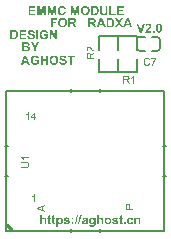
<source format=gto>
G04*
G04 #@! TF.GenerationSoftware,Altium Limited,Altium Designer,22.2.1 (43)*
G04*
G04 Layer_Color=65535*
%FSLAX25Y25*%
%MOIN*%
G70*
G04*
G04 #@! TF.SameCoordinates,F257658A-247B-4475-9E09-9EFA5F1A57C6*
G04*
G04*
G04 #@! TF.FilePolarity,Positive*
G04*
G01*
G75*
%ADD10C,0.00787*%
%ADD11C,0.01000*%
%ADD12C,0.00600*%
G36*
X19589Y12505D02*
X18814Y12209D01*
Y11134D01*
X19589Y10854D01*
Y10497D01*
X17028Y11480D01*
Y11842D01*
X19589Y12889D01*
Y12505D01*
D02*
G37*
G36*
X47186Y13227D02*
X47208Y13225D01*
X47238Y13223D01*
X47269Y13218D01*
X47306Y13212D01*
X47345Y13203D01*
X47388Y13192D01*
X47432Y13177D01*
X47478Y13160D01*
X47525Y13140D01*
X47571Y13116D01*
X47617Y13088D01*
X47663Y13057D01*
X47706Y13020D01*
X47708Y13018D01*
X47715Y13010D01*
X47726Y12997D01*
X47741Y12979D01*
X47758Y12955D01*
X47778Y12925D01*
X47798Y12890D01*
X47819Y12848D01*
X47839Y12799D01*
X47859Y12746D01*
X47880Y12683D01*
X47897Y12616D01*
X47911Y12540D01*
X47917Y12500D01*
X47922Y12457D01*
X47926Y12413D01*
X47930Y12367D01*
X47932Y12319D01*
Y11614D01*
X48973D01*
Y11275D01*
X46413D01*
Y12302D01*
X46415Y12328D01*
Y12354D01*
X46417Y12383D01*
X46418Y12446D01*
X46424Y12511D01*
X46429Y12574D01*
X46435Y12603D01*
X46439Y12629D01*
Y12631D01*
X46441Y12639D01*
X46442Y12648D01*
X46444Y12661D01*
X46448Y12677D01*
X46453Y12696D01*
X46459Y12716D01*
X46465Y12740D01*
X46481Y12790D01*
X46503Y12842D01*
X46527Y12896D01*
X46559Y12946D01*
X46561Y12947D01*
X46563Y12951D01*
X46568Y12959D01*
X46576Y12966D01*
X46583Y12977D01*
X46594Y12990D01*
X46607Y13005D01*
X46622Y13020D01*
X46639Y13034D01*
X46657Y13051D01*
X46700Y13086D01*
X46749Y13119D01*
X46805Y13151D01*
X46807Y13153D01*
X46812Y13155D01*
X46822Y13158D01*
X46833Y13164D01*
X46848Y13170D01*
X46866Y13175D01*
X46886Y13182D01*
X46909Y13190D01*
X46933Y13197D01*
X46960Y13205D01*
X46988Y13210D01*
X47020Y13216D01*
X47084Y13225D01*
X47155Y13229D01*
X47158D01*
X47169D01*
X47186Y13227D01*
D02*
G37*
G36*
X16228Y13783D02*
X15913D01*
Y15785D01*
X15912Y15783D01*
X15908Y15779D01*
X15902Y15774D01*
X15893Y15766D01*
X15882Y15757D01*
X15867Y15744D01*
X15851Y15731D01*
X15834Y15716D01*
X15812Y15701D01*
X15789Y15683D01*
X15766Y15666D01*
X15740Y15646D01*
X15710Y15628D01*
X15680Y15607D01*
X15614Y15566D01*
X15612Y15565D01*
X15606Y15561D01*
X15595Y15555D01*
X15582Y15550D01*
X15567Y15540D01*
X15549Y15529D01*
X15527Y15518D01*
X15505Y15505D01*
X15453Y15480D01*
X15397Y15454D01*
X15340Y15428D01*
X15284Y15405D01*
Y15709D01*
X15288Y15711D01*
X15296Y15714D01*
X15310Y15722D01*
X15329Y15731D01*
X15351Y15742D01*
X15379Y15757D01*
X15408Y15774D01*
X15440Y15792D01*
X15475Y15814D01*
X15512Y15836D01*
X15590Y15888D01*
X15669Y15946D01*
X15745Y16009D01*
X15747Y16010D01*
X15754Y16016D01*
X15764Y16025D01*
X15777Y16038D01*
X15793Y16055D01*
X15812Y16073D01*
X15832Y16095D01*
X15854Y16118D01*
X15877Y16144D01*
X15901Y16171D01*
X15947Y16229D01*
X15989Y16290D01*
X16008Y16321D01*
X16025Y16353D01*
X16228D01*
Y13783D01*
D02*
G37*
G36*
X16356Y41967D02*
X16702D01*
Y41679D01*
X16356D01*
Y41066D01*
X16041D01*
Y41679D01*
X14931D01*
Y41967D01*
X16099Y43626D01*
X16356D01*
Y41967D01*
D02*
G37*
G36*
X14228Y41066D02*
X13914D01*
Y43068D01*
X13912Y43066D01*
X13908Y43062D01*
X13903Y43057D01*
X13893Y43049D01*
X13882Y43040D01*
X13868Y43027D01*
X13851Y43014D01*
X13834Y42999D01*
X13812Y42985D01*
X13790Y42966D01*
X13766Y42949D01*
X13740Y42929D01*
X13710Y42911D01*
X13681Y42890D01*
X13614Y42849D01*
X13612Y42848D01*
X13607Y42844D01*
X13596Y42838D01*
X13583Y42833D01*
X13568Y42824D01*
X13549Y42812D01*
X13527Y42801D01*
X13505Y42788D01*
X13453Y42763D01*
X13398Y42737D01*
X13340Y42711D01*
X13285Y42689D01*
Y42992D01*
X13288Y42994D01*
X13296Y42998D01*
X13311Y43005D01*
X13329Y43014D01*
X13351Y43025D01*
X13379Y43040D01*
X13409Y43057D01*
X13440Y43075D01*
X13475Y43097D01*
X13512Y43120D01*
X13590Y43171D01*
X13670Y43229D01*
X13746Y43292D01*
X13747Y43293D01*
X13755Y43299D01*
X13764Y43308D01*
X13777Y43321D01*
X13794Y43338D01*
X13812Y43356D01*
X13832Y43379D01*
X13855Y43401D01*
X13877Y43427D01*
X13901Y43455D01*
X13947Y43512D01*
X13990Y43573D01*
X14008Y43604D01*
X14025Y43636D01*
X14228D01*
Y41066D01*
D02*
G37*
G36*
X51784Y70243D02*
X51128D01*
X50051Y73260D01*
X50709D01*
X51474Y71027D01*
X52211Y73260D01*
X52859D01*
X51784Y70243D01*
D02*
G37*
G36*
X56085D02*
X55507D01*
Y70820D01*
X56085D01*
Y70243D01*
D02*
G37*
G36*
X54078Y73268D02*
X54108Y73266D01*
X54145Y73264D01*
X54189Y73257D01*
X54237Y73251D01*
X54289Y73240D01*
X54343Y73227D01*
X54402Y73212D01*
X54461Y73192D01*
X54518Y73168D01*
X54577Y73140D01*
X54633Y73109D01*
X54686Y73072D01*
X54736Y73028D01*
X54738Y73026D01*
X54747Y73018D01*
X54760Y73005D01*
X54775Y72985D01*
X54795Y72961D01*
X54817Y72935D01*
X54840Y72900D01*
X54864Y72863D01*
X54888Y72821D01*
X54912Y72778D01*
X54934Y72728D01*
X54954Y72675D01*
X54969Y72619D01*
X54982Y72558D01*
X54991Y72494D01*
X54993Y72429D01*
Y72427D01*
Y72420D01*
Y72409D01*
Y72394D01*
X54991Y72377D01*
X54989Y72355D01*
X54987Y72331D01*
X54984Y72305D01*
X54976Y72246D01*
X54962Y72180D01*
X54943Y72111D01*
X54919Y72041D01*
Y72039D01*
X54915Y72032D01*
X54910Y72023D01*
X54906Y72008D01*
X54897Y71993D01*
X54886Y71973D01*
X54875Y71949D01*
X54862Y71925D01*
X54847Y71897D01*
X54830Y71867D01*
X54790Y71801D01*
X54742Y71731D01*
X54688Y71657D01*
X54686Y71655D01*
X54684Y71651D01*
X54677Y71644D01*
X54668Y71633D01*
X54655Y71618D01*
X54640Y71601D01*
X54623Y71581D01*
X54601Y71559D01*
X54577Y71533D01*
X54548Y71505D01*
X54518Y71472D01*
X54483Y71437D01*
X54446Y71400D01*
X54404Y71361D01*
X54359Y71317D01*
X54308Y71271D01*
X54306Y71269D01*
X54298Y71260D01*
X54282Y71247D01*
X54265Y71230D01*
X54243Y71210D01*
X54217Y71189D01*
X54191Y71162D01*
X54163Y71136D01*
X54104Y71080D01*
X54045Y71025D01*
X54019Y70999D01*
X53997Y70977D01*
X53975Y70955D01*
X53960Y70938D01*
X53958Y70934D01*
X53949Y70925D01*
X53934Y70907D01*
X53918Y70888D01*
X53899Y70864D01*
X53879Y70835D01*
X53860Y70807D01*
X53842Y70779D01*
X54993D01*
Y70243D01*
X52966D01*
Y70247D01*
X52968Y70256D01*
X52970Y70273D01*
X52974Y70295D01*
X52979Y70321D01*
X52985Y70354D01*
X52992Y70389D01*
X53003Y70428D01*
X53014Y70471D01*
X53029Y70517D01*
X53044Y70563D01*
X53062Y70613D01*
X53083Y70663D01*
X53107Y70715D01*
X53133Y70766D01*
X53162Y70818D01*
X53164Y70820D01*
X53171Y70831D01*
X53181Y70846D01*
X53195Y70868D01*
X53214Y70894D01*
X53240Y70927D01*
X53271Y70966D01*
X53306Y71010D01*
X53347Y71060D01*
X53393Y71114D01*
X53447Y71173D01*
X53506Y71239D01*
X53574Y71308D01*
X53646Y71380D01*
X53727Y71459D01*
X53814Y71542D01*
X53816Y71544D01*
X53818Y71546D01*
X53831Y71557D01*
X53851Y71577D01*
X53877Y71601D01*
X53907Y71631D01*
X53942Y71664D01*
X53979Y71701D01*
X54021Y71740D01*
X54101Y71823D01*
X54143Y71862D01*
X54180Y71904D01*
X54217Y71941D01*
X54247Y71976D01*
X54274Y72008D01*
X54293Y72034D01*
X54295Y72037D01*
X54298Y72043D01*
X54304Y72052D01*
X54313Y72065D01*
X54322Y72082D01*
X54330Y72100D01*
X54341Y72122D01*
X54354Y72146D01*
X54376Y72200D01*
X54394Y72259D01*
X54409Y72324D01*
X54411Y72357D01*
X54413Y72390D01*
Y72392D01*
Y72399D01*
Y72407D01*
X54411Y72422D01*
Y72438D01*
X54409Y72455D01*
X54400Y72499D01*
X54387Y72547D01*
X54370Y72597D01*
X54343Y72643D01*
X54326Y72667D01*
X54308Y72686D01*
X54306Y72688D01*
X54304Y72691D01*
X54298Y72695D01*
X54289Y72704D01*
X54278Y72710D01*
X54265Y72719D01*
X54250Y72730D01*
X54234Y72739D01*
X54193Y72758D01*
X54143Y72776D01*
X54086Y72786D01*
X54053Y72789D01*
X54021Y72791D01*
X54003D01*
X53990Y72789D01*
X53975D01*
X53958Y72784D01*
X53916Y72778D01*
X53870Y72765D01*
X53820Y72745D01*
X53798Y72732D01*
X53774Y72719D01*
X53753Y72702D01*
X53731Y72682D01*
X53729Y72680D01*
X53727Y72677D01*
X53720Y72671D01*
X53713Y72660D01*
X53705Y72649D01*
X53696Y72634D01*
X53687Y72616D01*
X53676Y72597D01*
X53665Y72573D01*
X53654Y72547D01*
X53644Y72516D01*
X53635Y72483D01*
X53626Y72446D01*
X53618Y72407D01*
X53613Y72366D01*
X53609Y72320D01*
X53033Y72377D01*
Y72379D01*
Y72383D01*
X53035Y72390D01*
Y72399D01*
X53038Y72409D01*
X53040Y72422D01*
X53046Y72455D01*
X53053Y72494D01*
X53064Y72538D01*
X53077Y72588D01*
X53092Y72641D01*
X53112Y72697D01*
X53133Y72754D01*
X53160Y72811D01*
X53190Y72867D01*
X53223Y72922D01*
X53262Y72972D01*
X53306Y73020D01*
X53354Y73061D01*
X53356Y73063D01*
X53367Y73070D01*
X53382Y73081D01*
X53402Y73094D01*
X53430Y73109D01*
X53461Y73127D01*
X53500Y73146D01*
X53541Y73166D01*
X53587Y73185D01*
X53639Y73205D01*
X53696Y73223D01*
X53755Y73238D01*
X53820Y73251D01*
X53888Y73262D01*
X53960Y73268D01*
X54034Y73270D01*
X54053D01*
X54078Y73268D01*
D02*
G37*
G36*
X57572D02*
X57603Y73266D01*
X57640Y73262D01*
X57683Y73253D01*
X57729Y73244D01*
X57781Y73231D01*
X57834Y73214D01*
X57890Y73194D01*
X57947Y73168D01*
X58004Y73137D01*
X58060Y73103D01*
X58115Y73061D01*
X58167Y73011D01*
X58215Y72957D01*
X58219Y72952D01*
X58222Y72948D01*
X58228Y72939D01*
X58235Y72928D01*
X58243Y72917D01*
X58252Y72902D01*
X58261Y72885D01*
X58272Y72867D01*
X58285Y72845D01*
X58296Y72821D01*
X58309Y72795D01*
X58322Y72765D01*
X58335Y72734D01*
X58350Y72702D01*
X58363Y72664D01*
X58376Y72625D01*
X58392Y72584D01*
X58405Y72540D01*
X58418Y72494D01*
X58431Y72444D01*
X58442Y72394D01*
X58455Y72340D01*
X58466Y72283D01*
X58474Y72222D01*
X58483Y72161D01*
X58492Y72096D01*
X58499Y72028D01*
X58505Y71958D01*
X58509Y71884D01*
X58512Y71808D01*
Y71729D01*
Y71727D01*
Y71720D01*
Y71707D01*
Y71692D01*
Y71672D01*
X58509Y71649D01*
Y71620D01*
X58507Y71590D01*
X58505Y71555D01*
X58503Y71520D01*
X58501Y71481D01*
X58496Y71439D01*
X58488Y71350D01*
X58474Y71254D01*
X58459Y71154D01*
X58440Y71051D01*
X58416Y70949D01*
X58387Y70849D01*
X58352Y70750D01*
X58313Y70659D01*
X58291Y70615D01*
X58267Y70574D01*
X58241Y70535D01*
X58215Y70498D01*
X58213Y70493D01*
X58204Y70484D01*
X58189Y70469D01*
X58169Y70450D01*
X58145Y70426D01*
X58115Y70399D01*
X58078Y70373D01*
X58036Y70345D01*
X57991Y70314D01*
X57940Y70288D01*
X57884Y70262D01*
X57823Y70238D01*
X57757Y70218D01*
X57685Y70203D01*
X57611Y70195D01*
X57531Y70190D01*
X57511D01*
X57489Y70192D01*
X57459Y70195D01*
X57419Y70201D01*
X57378Y70208D01*
X57328Y70218D01*
X57278Y70232D01*
X57221Y70251D01*
X57164Y70273D01*
X57105Y70299D01*
X57044Y70332D01*
X56986Y70371D01*
X56929Y70417D01*
X56872Y70469D01*
X56820Y70528D01*
X56818Y70532D01*
X56809Y70543D01*
X56802Y70554D01*
X56796Y70565D01*
X56787Y70578D01*
X56779Y70593D01*
X56768Y70613D01*
X56759Y70633D01*
X56746Y70657D01*
X56735Y70681D01*
X56724Y70709D01*
X56711Y70737D01*
X56698Y70770D01*
X56687Y70805D01*
X56674Y70842D01*
X56661Y70883D01*
X56648Y70925D01*
X56637Y70971D01*
X56626Y71018D01*
X56615Y71069D01*
X56604Y71123D01*
X56593Y71180D01*
X56585Y71239D01*
X56576Y71300D01*
X56569Y71365D01*
X56563Y71433D01*
X56558Y71503D01*
X56554Y71577D01*
X56552Y71653D01*
Y71734D01*
Y71736D01*
Y71742D01*
Y71755D01*
Y71771D01*
X56554Y71790D01*
Y71814D01*
Y71843D01*
X56556Y71873D01*
X56558Y71906D01*
X56560Y71943D01*
X56565Y71982D01*
X56567Y72023D01*
X56576Y72111D01*
X56589Y72207D01*
X56604Y72307D01*
X56624Y72407D01*
X56648Y72510D01*
X56676Y72612D01*
X56709Y72708D01*
X56748Y72800D01*
X56772Y72843D01*
X56794Y72885D01*
X56820Y72924D01*
X56846Y72961D01*
X56848Y72965D01*
X56857Y72974D01*
X56872Y72989D01*
X56892Y73009D01*
X56916Y73033D01*
X56946Y73059D01*
X56983Y73087D01*
X57025Y73116D01*
X57071Y73144D01*
X57121Y73172D01*
X57177Y73198D01*
X57239Y73223D01*
X57304Y73242D01*
X57376Y73257D01*
X57450Y73266D01*
X57531Y73270D01*
X57550D01*
X57572Y73268D01*
D02*
G37*
G36*
X44584Y73572D02*
X45624Y72000D01*
X44891D01*
X44222Y73020D01*
X43551Y72000D01*
X42820D01*
X43865Y73570D01*
X42916Y75017D01*
X43629D01*
X44226Y74112D01*
X44826Y75017D01*
X45532D01*
X44584Y73572D01*
D02*
G37*
G36*
X48656Y72000D02*
X47993D01*
X47732Y72685D01*
X46524D01*
X46276Y72000D01*
X45630D01*
X46801Y75017D01*
X47448D01*
X48656Y72000D01*
D02*
G37*
G36*
X41288Y75015D02*
X41325D01*
X41364Y75013D01*
X41408Y75011D01*
X41453Y75006D01*
X41499Y75002D01*
X41595Y74993D01*
X41641Y74987D01*
X41687Y74978D01*
X41728Y74969D01*
X41767Y74958D01*
X41769D01*
X41778Y74954D01*
X41794Y74950D01*
X41811Y74943D01*
X41835Y74934D01*
X41861Y74923D01*
X41892Y74910D01*
X41924Y74895D01*
X41959Y74875D01*
X41996Y74856D01*
X42033Y74832D01*
X42072Y74808D01*
X42110Y74779D01*
X42149Y74749D01*
X42186Y74716D01*
X42223Y74679D01*
X42225Y74677D01*
X42232Y74670D01*
X42240Y74660D01*
X42254Y74644D01*
X42271Y74625D01*
X42288Y74601D01*
X42308Y74575D01*
X42330Y74544D01*
X42354Y74509D01*
X42376Y74472D01*
X42399Y74433D01*
X42423Y74389D01*
X42448Y74344D01*
X42469Y74296D01*
X42491Y74243D01*
X42511Y74191D01*
X42513Y74189D01*
X42515Y74178D01*
X42519Y74163D01*
X42526Y74139D01*
X42535Y74110D01*
X42543Y74077D01*
X42552Y74038D01*
X42561Y73995D01*
X42570Y73945D01*
X42578Y73890D01*
X42587Y73831D01*
X42596Y73768D01*
X42602Y73703D01*
X42607Y73631D01*
X42611Y73557D01*
Y73478D01*
Y73474D01*
Y73461D01*
Y73441D01*
X42609Y73415D01*
Y73384D01*
X42607Y73345D01*
X42602Y73304D01*
X42600Y73258D01*
X42594Y73210D01*
X42589Y73158D01*
X42572Y73051D01*
X42548Y72942D01*
X42535Y72889D01*
X42517Y72837D01*
X42515Y72833D01*
X42513Y72822D01*
X42506Y72804D01*
X42496Y72783D01*
X42485Y72754D01*
X42472Y72722D01*
X42454Y72687D01*
X42434Y72648D01*
X42413Y72606D01*
X42389Y72562D01*
X42362Y72519D01*
X42334Y72473D01*
X42301Y72430D01*
X42269Y72386D01*
X42234Y72342D01*
X42195Y72303D01*
X42192Y72301D01*
X42188Y72297D01*
X42177Y72288D01*
X42166Y72277D01*
X42149Y72264D01*
X42129Y72251D01*
X42107Y72233D01*
X42081Y72216D01*
X42053Y72196D01*
X42020Y72177D01*
X41985Y72157D01*
X41948Y72137D01*
X41907Y72118D01*
X41863Y72098D01*
X41818Y72081D01*
X41767Y72063D01*
X41765D01*
X41759Y72061D01*
X41745Y72057D01*
X41730Y72054D01*
X41711Y72048D01*
X41684Y72044D01*
X41656Y72037D01*
X41623Y72033D01*
X41586Y72026D01*
X41547Y72020D01*
X41501Y72015D01*
X41453Y72011D01*
X41401Y72006D01*
X41347Y72002D01*
X41288Y72000D01*
X40082D01*
Y75017D01*
X41255D01*
X41288Y75015D01*
D02*
G37*
G36*
X39760Y72000D02*
X39097D01*
X38835Y72685D01*
X37628D01*
X37379Y72000D01*
X36734D01*
X37904Y75017D01*
X38552D01*
X39760Y72000D01*
D02*
G37*
G36*
X35358Y75015D02*
X35400D01*
X35445Y75013D01*
X35495Y75011D01*
X35550Y75006D01*
X35607Y75002D01*
X35663Y74998D01*
X35781Y74982D01*
X35836Y74973D01*
X35888Y74963D01*
X35938Y74950D01*
X35982Y74934D01*
X35984D01*
X35990Y74930D01*
X36003Y74926D01*
X36019Y74919D01*
X36036Y74910D01*
X36058Y74897D01*
X36082Y74884D01*
X36108Y74869D01*
X36136Y74849D01*
X36165Y74827D01*
X36193Y74804D01*
X36224Y74777D01*
X36252Y74749D01*
X36280Y74716D01*
X36306Y74681D01*
X36333Y74644D01*
X36335Y74642D01*
X36339Y74636D01*
X36346Y74622D01*
X36354Y74607D01*
X36363Y74588D01*
X36374Y74566D01*
X36387Y74537D01*
X36400Y74507D01*
X36411Y74474D01*
X36424Y74437D01*
X36435Y74398D01*
X36446Y74357D01*
X36452Y74313D01*
X36459Y74267D01*
X36463Y74221D01*
X36466Y74171D01*
Y74167D01*
Y74156D01*
X36463Y74139D01*
Y74115D01*
X36459Y74086D01*
X36455Y74051D01*
X36448Y74014D01*
X36442Y73973D01*
X36431Y73929D01*
X36418Y73883D01*
X36400Y73838D01*
X36381Y73790D01*
X36359Y73744D01*
X36330Y73696D01*
X36300Y73652D01*
X36265Y73609D01*
X36263Y73607D01*
X36256Y73600D01*
X36243Y73589D01*
X36228Y73574D01*
X36206Y73557D01*
X36182Y73537D01*
X36152Y73515D01*
X36117Y73491D01*
X36075Y73467D01*
X36032Y73445D01*
X35984Y73421D01*
X35929Y73400D01*
X35870Y73378D01*
X35807Y73360D01*
X35740Y73345D01*
X35668Y73332D01*
X35670Y73330D01*
X35676Y73328D01*
X35687Y73321D01*
X35700Y73312D01*
X35718Y73302D01*
X35737Y73288D01*
X35759Y73273D01*
X35783Y73258D01*
X35836Y73219D01*
X35890Y73175D01*
X35945Y73127D01*
X35995Y73077D01*
X35997Y73075D01*
X36001Y73070D01*
X36008Y73062D01*
X36019Y73051D01*
X36032Y73036D01*
X36047Y73016D01*
X36064Y72992D01*
X36086Y72964D01*
X36110Y72933D01*
X36136Y72898D01*
X36165Y72857D01*
X36195Y72813D01*
X36228Y72763D01*
X36263Y72711D01*
X36302Y72652D01*
X36341Y72589D01*
X36710Y72000D01*
X35979D01*
X35541Y72656D01*
X35539Y72660D01*
X35530Y72671D01*
X35519Y72689D01*
X35504Y72713D01*
X35485Y72741D01*
X35463Y72772D01*
X35439Y72807D01*
X35413Y72844D01*
X35358Y72918D01*
X35332Y72955D01*
X35306Y72992D01*
X35282Y73025D01*
X35258Y73053D01*
X35236Y73079D01*
X35219Y73099D01*
X35214Y73103D01*
X35203Y73114D01*
X35186Y73129D01*
X35164Y73149D01*
X35136Y73171D01*
X35105Y73190D01*
X35073Y73210D01*
X35035Y73225D01*
X35031Y73227D01*
X35025Y73229D01*
X35018Y73232D01*
X35007Y73234D01*
X34994Y73236D01*
X34979Y73240D01*
X34961Y73243D01*
X34942Y73247D01*
X34920Y73249D01*
X34894Y73251D01*
X34865Y73256D01*
X34837Y73258D01*
X34804D01*
X34767Y73260D01*
X34608D01*
Y72000D01*
X34000D01*
Y75017D01*
X35325D01*
X35358Y75015D01*
D02*
G37*
G36*
X28711Y75067D02*
X28753D01*
X28799Y75065D01*
X28849Y75063D01*
X28903Y75059D01*
X28960Y75054D01*
X29017Y75050D01*
X29134Y75035D01*
X29189Y75026D01*
X29241Y75015D01*
X29291Y75002D01*
X29335Y74987D01*
X29337D01*
X29344Y74982D01*
X29357Y74978D01*
X29372Y74971D01*
X29389Y74963D01*
X29411Y74950D01*
X29435Y74936D01*
X29461Y74921D01*
X29490Y74902D01*
X29518Y74880D01*
X29546Y74856D01*
X29577Y74830D01*
X29605Y74801D01*
X29634Y74769D01*
X29660Y74734D01*
X29686Y74697D01*
X29688Y74695D01*
X29692Y74688D01*
X29699Y74675D01*
X29708Y74660D01*
X29716Y74640D01*
X29727Y74618D01*
X29740Y74590D01*
X29754Y74559D01*
X29764Y74527D01*
X29778Y74490D01*
X29788Y74450D01*
X29799Y74409D01*
X29806Y74365D01*
X29812Y74319D01*
X29817Y74274D01*
X29819Y74224D01*
Y74219D01*
Y74208D01*
X29817Y74191D01*
Y74167D01*
X29812Y74139D01*
X29808Y74104D01*
X29801Y74067D01*
X29795Y74025D01*
X29784Y73982D01*
X29771Y73936D01*
X29754Y73890D01*
X29734Y73842D01*
X29712Y73796D01*
X29684Y73748D01*
X29653Y73705D01*
X29618Y73661D01*
X29616Y73659D01*
X29610Y73652D01*
X29596Y73642D01*
X29581Y73626D01*
X29559Y73609D01*
X29535Y73589D01*
X29505Y73567D01*
X29470Y73543D01*
X29429Y73519D01*
X29385Y73498D01*
X29337Y73474D01*
X29283Y73452D01*
X29224Y73430D01*
X29160Y73413D01*
X29093Y73397D01*
X29021Y73384D01*
X29023Y73382D01*
X29030Y73380D01*
X29041Y73373D01*
X29054Y73365D01*
X29071Y73354D01*
X29091Y73341D01*
X29113Y73325D01*
X29136Y73310D01*
X29189Y73271D01*
X29243Y73227D01*
X29298Y73179D01*
X29348Y73129D01*
X29350Y73127D01*
X29355Y73123D01*
X29361Y73114D01*
X29372Y73103D01*
X29385Y73088D01*
X29400Y73068D01*
X29418Y73044D01*
X29440Y73016D01*
X29463Y72985D01*
X29490Y72951D01*
X29518Y72909D01*
X29549Y72865D01*
X29581Y72815D01*
X29616Y72763D01*
X29655Y72704D01*
X29695Y72641D01*
X30063Y72052D01*
X29333D01*
X28895Y72708D01*
X28892Y72713D01*
X28884Y72724D01*
X28873Y72741D01*
X28857Y72765D01*
X28838Y72794D01*
X28816Y72824D01*
X28792Y72859D01*
X28766Y72896D01*
X28711Y72970D01*
X28685Y73007D01*
X28659Y73044D01*
X28635Y73077D01*
X28611Y73105D01*
X28589Y73131D01*
X28572Y73151D01*
X28568Y73155D01*
X28557Y73166D01*
X28539Y73182D01*
X28517Y73201D01*
X28489Y73223D01*
X28459Y73243D01*
X28426Y73262D01*
X28389Y73277D01*
X28384Y73280D01*
X28378Y73282D01*
X28371Y73284D01*
X28361Y73286D01*
X28347Y73288D01*
X28332Y73293D01*
X28315Y73295D01*
X28295Y73299D01*
X28273Y73302D01*
X28247Y73304D01*
X28219Y73308D01*
X28190Y73310D01*
X28158D01*
X28121Y73312D01*
X27962D01*
Y72052D01*
X27353D01*
Y75069D01*
X28679D01*
X28711Y75067D01*
D02*
G37*
G36*
X23569Y74559D02*
X22108D01*
Y73844D01*
X23368D01*
Y73334D01*
X22108D01*
Y72052D01*
X21500D01*
Y75069D01*
X23569D01*
Y74559D01*
D02*
G37*
G36*
X25452Y75117D02*
X25470D01*
X25492Y75115D01*
X25518Y75113D01*
X25544Y75111D01*
X25574Y75107D01*
X25605Y75102D01*
X25640Y75098D01*
X25712Y75085D01*
X25790Y75067D01*
X25873Y75046D01*
X25960Y75019D01*
X26050Y74984D01*
X26139Y74945D01*
X26226Y74897D01*
X26313Y74843D01*
X26355Y74812D01*
X26396Y74777D01*
X26436Y74742D01*
X26475Y74705D01*
X26477Y74703D01*
X26479Y74701D01*
X26486Y74695D01*
X26492Y74686D01*
X26501Y74675D01*
X26512Y74662D01*
X26525Y74647D01*
X26538Y74629D01*
X26553Y74610D01*
X26568Y74588D01*
X26584Y74562D01*
X26601Y74535D01*
X26619Y74507D01*
X26638Y74474D01*
X26656Y74442D01*
X26675Y74407D01*
X26712Y74328D01*
X26749Y74243D01*
X26782Y74147D01*
X26813Y74045D01*
X26839Y73934D01*
X26858Y73816D01*
X26871Y73690D01*
X26876Y73622D01*
Y73554D01*
Y73552D01*
Y73546D01*
Y73537D01*
Y73522D01*
X26874Y73504D01*
Y73485D01*
X26871Y73461D01*
X26869Y73434D01*
X26867Y73404D01*
X26863Y73373D01*
X26861Y73339D01*
X26854Y73302D01*
X26843Y73223D01*
X26826Y73138D01*
X26804Y73049D01*
X26778Y72955D01*
X26747Y72859D01*
X26708Y72765D01*
X26662Y72671D01*
X26608Y72580D01*
X26579Y72536D01*
X26547Y72493D01*
X26514Y72451D01*
X26477Y72412D01*
X26475Y72410D01*
X26473Y72408D01*
X26466Y72401D01*
X26460Y72395D01*
X26449Y72386D01*
X26436Y72375D01*
X26422Y72362D01*
X26405Y72349D01*
X26366Y72316D01*
X26316Y72281D01*
X26259Y72244D01*
X26196Y72207D01*
X26124Y72168D01*
X26043Y72131D01*
X25956Y72096D01*
X25862Y72065D01*
X25760Y72037D01*
X25653Y72017D01*
X25537Y72004D01*
X25476Y72002D01*
X25415Y72000D01*
X25385D01*
X25370Y72002D01*
X25350D01*
X25328Y72004D01*
X25304Y72006D01*
X25276Y72009D01*
X25247Y72013D01*
X25215Y72017D01*
X25182Y72022D01*
X25108Y72035D01*
X25029Y72052D01*
X24944Y72072D01*
X24857Y72100D01*
X24770Y72133D01*
X24681Y72172D01*
X24591Y72220D01*
X24504Y72275D01*
X24463Y72305D01*
X24423Y72338D01*
X24382Y72373D01*
X24345Y72410D01*
Y72412D01*
X24340Y72414D01*
X24336Y72421D01*
X24328Y72430D01*
X24319Y72440D01*
X24308Y72453D01*
X24297Y72469D01*
X24284Y72486D01*
X24269Y72506D01*
X24253Y72528D01*
X24236Y72552D01*
X24218Y72578D01*
X24201Y72606D01*
X24184Y72637D01*
X24147Y72704D01*
X24110Y72780D01*
X24075Y72865D01*
X24040Y72959D01*
X24009Y73059D01*
X23985Y73168D01*
X23966Y73286D01*
X23953Y73410D01*
X23950Y73474D01*
X23948Y73541D01*
Y73543D01*
Y73546D01*
Y73552D01*
Y73561D01*
Y73572D01*
Y73585D01*
X23950Y73618D01*
X23953Y73657D01*
X23955Y73703D01*
X23959Y73755D01*
X23966Y73809D01*
X23972Y73870D01*
X23981Y73931D01*
X23994Y73997D01*
X24007Y74060D01*
X24022Y74125D01*
X24040Y74191D01*
X24061Y74252D01*
X24085Y74313D01*
X24088Y74315D01*
X24090Y74324D01*
X24096Y74335D01*
X24105Y74352D01*
X24114Y74372D01*
X24127Y74396D01*
X24142Y74422D01*
X24160Y74453D01*
X24199Y74516D01*
X24247Y74585D01*
X24301Y74657D01*
X24364Y74727D01*
X24367Y74729D01*
X24373Y74736D01*
X24382Y74745D01*
X24395Y74758D01*
X24412Y74773D01*
X24432Y74790D01*
X24456Y74810D01*
X24480Y74830D01*
X24508Y74851D01*
X24539Y74873D01*
X24607Y74919D01*
X24678Y74963D01*
X24718Y74982D01*
X24757Y75000D01*
X24761Y75002D01*
X24770Y75004D01*
X24785Y75011D01*
X24807Y75019D01*
X24833Y75028D01*
X24866Y75037D01*
X24903Y75048D01*
X24944Y75061D01*
X24990Y75072D01*
X25038Y75082D01*
X25093Y75091D01*
X25149Y75100D01*
X25210Y75109D01*
X25274Y75115D01*
X25339Y75117D01*
X25407Y75120D01*
X25437D01*
X25452Y75117D01*
D02*
G37*
G36*
X25244Y79146D02*
X25260D01*
X25279Y79144D01*
X25299D01*
X25347Y79137D01*
X25399Y79131D01*
X25460Y79120D01*
X25525Y79106D01*
X25595Y79089D01*
X25669Y79067D01*
X25743Y79041D01*
X25820Y79008D01*
X25894Y78971D01*
X25968Y78928D01*
X26038Y78878D01*
X26105Y78819D01*
X26107Y78816D01*
X26114Y78810D01*
X26125Y78799D01*
X26138Y78784D01*
X26155Y78764D01*
X26175Y78738D01*
X26197Y78710D01*
X26221Y78677D01*
X26245Y78640D01*
X26271Y78598D01*
X26297Y78553D01*
X26323Y78505D01*
X26347Y78450D01*
X26371Y78394D01*
X26395Y78330D01*
X26415Y78265D01*
X25811Y78121D01*
Y78123D01*
X25809Y78132D01*
X25804Y78143D01*
X25800Y78160D01*
X25794Y78180D01*
X25785Y78202D01*
X25774Y78228D01*
X25763Y78254D01*
X25732Y78313D01*
X25713Y78343D01*
X25693Y78374D01*
X25671Y78404D01*
X25645Y78435D01*
X25617Y78463D01*
X25587Y78490D01*
X25584Y78492D01*
X25580Y78496D01*
X25569Y78503D01*
X25556Y78511D01*
X25541Y78522D01*
X25521Y78533D01*
X25497Y78546D01*
X25473Y78559D01*
X25443Y78570D01*
X25412Y78583D01*
X25377Y78594D01*
X25342Y78605D01*
X25303Y78614D01*
X25262Y78620D01*
X25220Y78625D01*
X25174Y78627D01*
X25159D01*
X25142Y78625D01*
X25120Y78623D01*
X25092Y78620D01*
X25059Y78614D01*
X25022Y78607D01*
X24983Y78596D01*
X24939Y78583D01*
X24895Y78568D01*
X24850Y78548D01*
X24804Y78524D01*
X24760Y78496D01*
X24714Y78466D01*
X24673Y78429D01*
X24632Y78385D01*
X24629Y78383D01*
X24623Y78374D01*
X24612Y78359D01*
X24599Y78339D01*
X24584Y78313D01*
X24566Y78280D01*
X24547Y78243D01*
X24529Y78197D01*
X24509Y78147D01*
X24490Y78088D01*
X24473Y78025D01*
X24457Y77955D01*
X24444Y77877D01*
X24433Y77794D01*
X24427Y77703D01*
X24424Y77605D01*
Y77602D01*
Y77598D01*
Y77589D01*
Y77580D01*
Y77565D01*
X24427Y77550D01*
Y77533D01*
X24429Y77511D01*
X24431Y77465D01*
X24435Y77410D01*
X24442Y77352D01*
X24451Y77288D01*
X24462Y77223D01*
X24475Y77155D01*
X24492Y77088D01*
X24512Y77020D01*
X24533Y76957D01*
X24562Y76896D01*
X24592Y76841D01*
X24629Y76791D01*
X24632Y76789D01*
X24638Y76780D01*
X24651Y76770D01*
X24667Y76754D01*
X24686Y76735D01*
X24712Y76715D01*
X24741Y76693D01*
X24773Y76671D01*
X24810Y76647D01*
X24850Y76626D01*
X24893Y76606D01*
X24941Y76586D01*
X24991Y76571D01*
X25046Y76560D01*
X25102Y76552D01*
X25163Y76549D01*
X25188D01*
X25205Y76552D01*
X25225Y76554D01*
X25249Y76558D01*
X25277Y76562D01*
X25307Y76569D01*
X25338Y76575D01*
X25371Y76586D01*
X25405Y76600D01*
X25440Y76615D01*
X25477Y76632D01*
X25512Y76652D01*
X25547Y76676D01*
X25580Y76702D01*
X25582Y76704D01*
X25589Y76709D01*
X25597Y76719D01*
X25608Y76732D01*
X25624Y76748D01*
X25641Y76770D01*
X25658Y76793D01*
X25678Y76822D01*
X25698Y76852D01*
X25719Y76889D01*
X25741Y76929D01*
X25761Y76972D01*
X25780Y77022D01*
X25800Y77073D01*
X25817Y77129D01*
X25833Y77190D01*
X26424Y77003D01*
Y77001D01*
X26421Y76996D01*
X26419Y76990D01*
X26417Y76981D01*
X26413Y76970D01*
X26408Y76955D01*
X26397Y76922D01*
X26382Y76881D01*
X26362Y76833D01*
X26341Y76780D01*
X26315Y76726D01*
X26286Y76667D01*
X26254Y76606D01*
X26217Y76545D01*
X26175Y76484D01*
X26129Y76425D01*
X26081Y76368D01*
X26027Y76316D01*
X25970Y76268D01*
X25966Y76266D01*
X25955Y76257D01*
X25937Y76246D01*
X25914Y76231D01*
X25883Y76214D01*
X25846Y76192D01*
X25802Y76170D01*
X25752Y76148D01*
X25698Y76126D01*
X25637Y76105D01*
X25571Y76085D01*
X25499Y76065D01*
X25425Y76050D01*
X25344Y76039D01*
X25260Y76030D01*
X25170Y76028D01*
X25144D01*
X25129Y76030D01*
X25111D01*
X25092Y76033D01*
X25070Y76035D01*
X25046Y76037D01*
X25020Y76041D01*
X24959Y76050D01*
X24893Y76063D01*
X24821Y76081D01*
X24745Y76100D01*
X24664Y76129D01*
X24584Y76161D01*
X24499Y76200D01*
X24418Y76249D01*
X24335Y76303D01*
X24296Y76333D01*
X24257Y76366D01*
X24220Y76401D01*
X24182Y76438D01*
Y76440D01*
X24178Y76442D01*
X24174Y76449D01*
X24165Y76458D01*
X24156Y76469D01*
X24148Y76482D01*
X24135Y76497D01*
X24122Y76515D01*
X24108Y76534D01*
X24093Y76556D01*
X24078Y76580D01*
X24060Y76606D01*
X24026Y76665D01*
X23991Y76732D01*
X23954Y76809D01*
X23919Y76892D01*
X23886Y76985D01*
X23858Y77086D01*
X23832Y77192D01*
X23814Y77308D01*
X23801Y77430D01*
X23799Y77495D01*
X23797Y77561D01*
Y77563D01*
Y77570D01*
Y77580D01*
Y77594D01*
X23799Y77611D01*
Y77633D01*
X23801Y77657D01*
X23803Y77685D01*
X23805Y77716D01*
X23808Y77748D01*
X23812Y77783D01*
X23816Y77820D01*
X23829Y77901D01*
X23845Y77988D01*
X23866Y78082D01*
X23890Y78178D01*
X23923Y78274D01*
X23960Y78372D01*
X24006Y78468D01*
X24056Y78559D01*
X24117Y78649D01*
X24150Y78690D01*
X24185Y78729D01*
X24187Y78732D01*
X24189Y78734D01*
X24196Y78740D01*
X24202Y78747D01*
X24224Y78769D01*
X24254Y78795D01*
X24294Y78827D01*
X24342Y78862D01*
X24396Y78899D01*
X24457Y78939D01*
X24527Y78978D01*
X24606Y79015D01*
X24688Y79052D01*
X24780Y79083D01*
X24878Y79109D01*
X24980Y79131D01*
X25092Y79144D01*
X25148Y79146D01*
X25207Y79148D01*
X25231D01*
X25244Y79146D01*
D02*
G37*
G36*
X31019Y76081D02*
X30454D01*
X30452Y78455D01*
X29855Y76081D01*
X29269D01*
X28673Y78455D01*
Y76081D01*
X28109D01*
Y79098D01*
X29020D01*
X29565Y77038D01*
X30103Y79098D01*
X31019D01*
Y76081D01*
D02*
G37*
G36*
X23295D02*
X22731D01*
X22728Y78455D01*
X22131Y76081D01*
X21545D01*
X20950Y78455D01*
Y76081D01*
X20385D01*
Y79098D01*
X21296D01*
X21841Y77038D01*
X22380Y79098D01*
X23295D01*
Y76081D01*
D02*
G37*
G36*
X19785D02*
X19221D01*
X19219Y78455D01*
X18621Y76081D01*
X18035D01*
X17440Y78455D01*
Y76081D01*
X16875D01*
Y79098D01*
X17786D01*
X18331Y77038D01*
X18870Y79098D01*
X19785D01*
Y76081D01*
D02*
G37*
G36*
X40349Y77511D02*
Y77508D01*
Y77504D01*
Y77498D01*
Y77487D01*
Y77474D01*
Y77458D01*
Y77441D01*
Y77424D01*
X40347Y77378D01*
Y77328D01*
X40345Y77271D01*
X40343Y77212D01*
X40341Y77149D01*
X40336Y77086D01*
X40334Y77020D01*
X40328Y76957D01*
X40323Y76898D01*
X40317Y76841D01*
X40308Y76789D01*
X40299Y76743D01*
Y76741D01*
X40297Y76732D01*
X40295Y76722D01*
X40288Y76706D01*
X40284Y76687D01*
X40277Y76665D01*
X40269Y76639D01*
X40258Y76613D01*
X40232Y76552D01*
X40201Y76488D01*
X40162Y76425D01*
X40116Y76364D01*
X40114Y76362D01*
X40110Y76358D01*
X40103Y76349D01*
X40092Y76338D01*
X40079Y76327D01*
X40064Y76312D01*
X40044Y76294D01*
X40022Y76277D01*
X39998Y76257D01*
X39972Y76238D01*
X39944Y76218D01*
X39911Y76196D01*
X39878Y76177D01*
X39841Y76157D01*
X39804Y76137D01*
X39763Y76120D01*
X39761D01*
X39752Y76116D01*
X39741Y76111D01*
X39724Y76105D01*
X39700Y76098D01*
X39674Y76091D01*
X39643Y76083D01*
X39608Y76074D01*
X39567Y76065D01*
X39523Y76057D01*
X39475Y76050D01*
X39425Y76044D01*
X39368Y76037D01*
X39312Y76033D01*
X39248Y76030D01*
X39183Y76028D01*
X39142D01*
X39111Y76030D01*
X39076D01*
X39035Y76033D01*
X38989Y76037D01*
X38939Y76041D01*
X38887Y76046D01*
X38832Y76052D01*
X38723Y76070D01*
X38671Y76081D01*
X38618Y76094D01*
X38570Y76109D01*
X38527Y76126D01*
X38525Y76129D01*
X38518Y76131D01*
X38505Y76137D01*
X38490Y76144D01*
X38472Y76155D01*
X38451Y76166D01*
X38427Y76181D01*
X38401Y76196D01*
X38344Y76233D01*
X38285Y76279D01*
X38226Y76329D01*
X38174Y76386D01*
X38172Y76388D01*
X38167Y76392D01*
X38161Y76401D01*
X38154Y76414D01*
X38143Y76427D01*
X38130Y76445D01*
X38117Y76467D01*
X38104Y76488D01*
X38076Y76538D01*
X38047Y76595D01*
X38023Y76656D01*
X38004Y76722D01*
Y76724D01*
X38002Y76735D01*
X37999Y76750D01*
X37995Y76770D01*
X37991Y76798D01*
X37984Y76831D01*
X37980Y76870D01*
X37975Y76916D01*
X37969Y76966D01*
X37964Y77022D01*
X37958Y77086D01*
X37954Y77153D01*
X37951Y77227D01*
X37947Y77308D01*
X37945Y77395D01*
Y77487D01*
Y79098D01*
X38553D01*
Y77463D01*
Y77458D01*
Y77445D01*
Y77426D01*
Y77399D01*
Y77369D01*
X38555Y77334D01*
Y77295D01*
Y77254D01*
X38557Y77169D01*
X38560Y77125D01*
X38562Y77086D01*
X38564Y77046D01*
X38568Y77012D01*
X38570Y76981D01*
X38575Y76957D01*
Y76955D01*
X38577Y76948D01*
X38579Y76940D01*
X38584Y76926D01*
X38588Y76911D01*
X38594Y76892D01*
X38612Y76850D01*
X38638Y76802D01*
X38669Y76754D01*
X38688Y76730D01*
X38710Y76706D01*
X38734Y76682D01*
X38760Y76661D01*
X38762Y76658D01*
X38767Y76656D01*
X38776Y76650D01*
X38786Y76643D01*
X38802Y76634D01*
X38821Y76626D01*
X38841Y76615D01*
X38867Y76606D01*
X38893Y76595D01*
X38924Y76584D01*
X38956Y76575D01*
X38993Y76567D01*
X39033Y76560D01*
X39072Y76554D01*
X39118Y76552D01*
X39164Y76549D01*
X39187D01*
X39207Y76552D01*
X39227D01*
X39253Y76556D01*
X39279Y76558D01*
X39310Y76562D01*
X39373Y76575D01*
X39438Y76593D01*
X39499Y76619D01*
X39528Y76636D01*
X39554Y76654D01*
X39556Y76656D01*
X39560Y76658D01*
X39567Y76665D01*
X39575Y76674D01*
X39597Y76695D01*
X39623Y76726D01*
X39652Y76765D01*
X39678Y76809D01*
X39698Y76859D01*
X39706Y76885D01*
X39713Y76913D01*
Y76916D01*
X39715Y76920D01*
Y76931D01*
X39717Y76944D01*
X39719Y76961D01*
X39722Y76981D01*
X39724Y77007D01*
X39728Y77035D01*
X39730Y77070D01*
X39733Y77107D01*
X39735Y77149D01*
X39737Y77197D01*
X39739Y77247D01*
Y77304D01*
X39741Y77363D01*
Y77428D01*
Y79098D01*
X40349D01*
Y77511D01*
D02*
G37*
G36*
X45804Y78588D02*
X44175D01*
Y77918D01*
X45690D01*
Y77408D01*
X44175D01*
Y76591D01*
X45860D01*
Y76081D01*
X43567D01*
Y79098D01*
X45804D01*
Y78588D01*
D02*
G37*
G36*
X41616Y76591D02*
X43131D01*
Y76081D01*
X41008D01*
Y79072D01*
X41616D01*
Y76591D01*
D02*
G37*
G36*
X36109Y79096D02*
X36146D01*
X36186Y79093D01*
X36229Y79091D01*
X36275Y79087D01*
X36321Y79083D01*
X36417Y79074D01*
X36463Y79067D01*
X36508Y79058D01*
X36550Y79050D01*
X36589Y79039D01*
X36591D01*
X36600Y79035D01*
X36615Y79030D01*
X36632Y79024D01*
X36656Y79015D01*
X36683Y79004D01*
X36713Y78991D01*
X36746Y78976D01*
X36781Y78956D01*
X36818Y78936D01*
X36855Y78913D01*
X36894Y78888D01*
X36931Y78860D01*
X36970Y78830D01*
X37007Y78797D01*
X37045Y78760D01*
X37047Y78758D01*
X37053Y78751D01*
X37062Y78740D01*
X37075Y78725D01*
X37093Y78705D01*
X37110Y78681D01*
X37130Y78655D01*
X37151Y78625D01*
X37175Y78590D01*
X37197Y78553D01*
X37221Y78513D01*
X37245Y78470D01*
X37269Y78424D01*
X37291Y78376D01*
X37313Y78324D01*
X37332Y78272D01*
X37334Y78269D01*
X37337Y78259D01*
X37341Y78243D01*
X37348Y78219D01*
X37356Y78191D01*
X37365Y78158D01*
X37374Y78119D01*
X37382Y78075D01*
X37391Y78025D01*
X37400Y77971D01*
X37409Y77912D01*
X37417Y77849D01*
X37424Y77783D01*
X37428Y77711D01*
X37433Y77637D01*
Y77559D01*
Y77554D01*
Y77541D01*
Y77522D01*
X37430Y77495D01*
Y77465D01*
X37428Y77426D01*
X37424Y77384D01*
X37422Y77338D01*
X37415Y77290D01*
X37411Y77238D01*
X37393Y77131D01*
X37369Y77022D01*
X37356Y76970D01*
X37339Y76918D01*
X37337Y76913D01*
X37334Y76903D01*
X37328Y76885D01*
X37317Y76863D01*
X37306Y76835D01*
X37293Y76802D01*
X37276Y76767D01*
X37256Y76728D01*
X37234Y76687D01*
X37210Y76643D01*
X37184Y76600D01*
X37156Y76554D01*
X37123Y76510D01*
X37090Y76467D01*
X37055Y76423D01*
X37016Y76384D01*
X37014Y76381D01*
X37010Y76377D01*
X36999Y76368D01*
X36988Y76358D01*
X36970Y76344D01*
X36951Y76331D01*
X36929Y76314D01*
X36903Y76297D01*
X36874Y76277D01*
X36842Y76257D01*
X36807Y76238D01*
X36770Y76218D01*
X36728Y76198D01*
X36685Y76179D01*
X36639Y76161D01*
X36589Y76144D01*
X36587D01*
X36580Y76142D01*
X36567Y76137D01*
X36552Y76135D01*
X36532Y76129D01*
X36506Y76124D01*
X36478Y76118D01*
X36445Y76113D01*
X36408Y76107D01*
X36369Y76100D01*
X36323Y76096D01*
X36275Y76091D01*
X36223Y76087D01*
X36168Y76083D01*
X36109Y76081D01*
X34904D01*
Y79098D01*
X36077D01*
X36109Y79096D01*
D02*
G37*
G36*
X16311Y78588D02*
X14682D01*
Y77918D01*
X16197D01*
Y77408D01*
X14682D01*
Y76591D01*
X16367D01*
Y76081D01*
X14074D01*
Y79098D01*
X16311D01*
Y78588D01*
D02*
G37*
G36*
X33007Y79146D02*
X33025D01*
X33046Y79144D01*
X33073Y79141D01*
X33099Y79139D01*
X33129Y79135D01*
X33160Y79131D01*
X33195Y79126D01*
X33267Y79113D01*
X33345Y79096D01*
X33428Y79074D01*
X33515Y79048D01*
X33604Y79013D01*
X33694Y78974D01*
X33781Y78926D01*
X33868Y78871D01*
X33910Y78841D01*
X33951Y78806D01*
X33990Y78771D01*
X34030Y78734D01*
X34032Y78732D01*
X34034Y78729D01*
X34040Y78723D01*
X34047Y78714D01*
X34056Y78703D01*
X34067Y78690D01*
X34080Y78675D01*
X34093Y78657D01*
X34108Y78638D01*
X34123Y78616D01*
X34139Y78590D01*
X34156Y78564D01*
X34174Y78535D01*
X34193Y78503D01*
X34211Y78470D01*
X34230Y78435D01*
X34267Y78357D01*
X34304Y78272D01*
X34337Y78176D01*
X34367Y78073D01*
X34394Y77962D01*
X34413Y77844D01*
X34426Y77718D01*
X34431Y77650D01*
Y77583D01*
Y77580D01*
Y77574D01*
Y77565D01*
Y77550D01*
X34429Y77533D01*
Y77513D01*
X34426Y77489D01*
X34424Y77463D01*
X34422Y77432D01*
X34418Y77402D01*
X34416Y77367D01*
X34409Y77330D01*
X34398Y77251D01*
X34381Y77166D01*
X34359Y77077D01*
X34333Y76983D01*
X34302Y76887D01*
X34263Y76793D01*
X34217Y76700D01*
X34163Y76608D01*
X34134Y76565D01*
X34102Y76521D01*
X34069Y76480D01*
X34032Y76440D01*
X34030Y76438D01*
X34027Y76436D01*
X34021Y76429D01*
X34014Y76423D01*
X34003Y76414D01*
X33990Y76403D01*
X33977Y76390D01*
X33960Y76377D01*
X33921Y76344D01*
X33871Y76310D01*
X33814Y76272D01*
X33751Y76235D01*
X33679Y76196D01*
X33598Y76159D01*
X33511Y76124D01*
X33417Y76094D01*
X33315Y76065D01*
X33208Y76046D01*
X33092Y76033D01*
X33031Y76030D01*
X32970Y76028D01*
X32940D01*
X32924Y76030D01*
X32905D01*
X32883Y76033D01*
X32859Y76035D01*
X32831Y76037D01*
X32802Y76041D01*
X32770Y76046D01*
X32737Y76050D01*
X32663Y76063D01*
X32584Y76081D01*
X32499Y76100D01*
X32412Y76129D01*
X32325Y76161D01*
X32236Y76200D01*
X32146Y76249D01*
X32059Y76303D01*
X32017Y76333D01*
X31978Y76366D01*
X31937Y76401D01*
X31900Y76438D01*
Y76440D01*
X31895Y76442D01*
X31891Y76449D01*
X31882Y76458D01*
X31874Y76469D01*
X31863Y76482D01*
X31852Y76497D01*
X31839Y76515D01*
X31823Y76534D01*
X31808Y76556D01*
X31791Y76580D01*
X31773Y76606D01*
X31756Y76634D01*
X31738Y76665D01*
X31701Y76732D01*
X31664Y76809D01*
X31629Y76894D01*
X31594Y76987D01*
X31564Y77088D01*
X31540Y77197D01*
X31520Y77315D01*
X31507Y77439D01*
X31505Y77502D01*
X31503Y77570D01*
Y77572D01*
Y77574D01*
Y77580D01*
Y77589D01*
Y77600D01*
Y77613D01*
X31505Y77646D01*
X31507Y77685D01*
X31510Y77731D01*
X31514Y77783D01*
X31520Y77838D01*
X31527Y77899D01*
X31536Y77960D01*
X31549Y78025D01*
X31562Y78088D01*
X31577Y78154D01*
X31594Y78219D01*
X31616Y78280D01*
X31640Y78341D01*
X31642Y78343D01*
X31645Y78352D01*
X31651Y78363D01*
X31660Y78381D01*
X31669Y78400D01*
X31682Y78424D01*
X31697Y78450D01*
X31714Y78481D01*
X31754Y78544D01*
X31802Y78614D01*
X31856Y78686D01*
X31919Y78755D01*
X31921Y78758D01*
X31928Y78764D01*
X31937Y78773D01*
X31950Y78786D01*
X31967Y78801D01*
X31987Y78819D01*
X32011Y78838D01*
X32035Y78858D01*
X32063Y78880D01*
X32094Y78902D01*
X32161Y78947D01*
X32233Y78991D01*
X32272Y79011D01*
X32312Y79028D01*
X32316Y79030D01*
X32325Y79032D01*
X32340Y79039D01*
X32362Y79048D01*
X32388Y79056D01*
X32421Y79065D01*
X32458Y79076D01*
X32499Y79089D01*
X32545Y79100D01*
X32593Y79111D01*
X32647Y79120D01*
X32704Y79128D01*
X32765Y79137D01*
X32828Y79144D01*
X32894Y79146D01*
X32961Y79148D01*
X32992D01*
X33007Y79146D01*
D02*
G37*
G36*
X50678Y8620D02*
X50698Y8617D01*
X50720Y8615D01*
X50744Y8613D01*
X50798Y8604D01*
X50857Y8593D01*
X50916Y8576D01*
X50977Y8552D01*
X50979D01*
X50983Y8550D01*
X50992Y8546D01*
X51003Y8539D01*
X51016Y8532D01*
X51031Y8524D01*
X51066Y8504D01*
X51105Y8478D01*
X51145Y8447D01*
X51184Y8415D01*
X51217Y8375D01*
Y8373D01*
X51221Y8371D01*
X51225Y8365D01*
X51230Y8356D01*
X51245Y8334D01*
X51262Y8306D01*
X51282Y8269D01*
X51300Y8229D01*
X51317Y8184D01*
X51332Y8133D01*
Y8131D01*
X51334Y8127D01*
Y8120D01*
X51337Y8110D01*
X51341Y8094D01*
X51343Y8077D01*
X51345Y8057D01*
X51350Y8033D01*
X51352Y8007D01*
X51354Y7979D01*
X51358Y7946D01*
X51360Y7911D01*
X51363Y7874D01*
Y7833D01*
X51365Y7789D01*
Y7743D01*
Y6387D01*
X50787D01*
Y7501D01*
Y7506D01*
Y7517D01*
Y7534D01*
Y7558D01*
X50785Y7586D01*
Y7619D01*
Y7654D01*
X50783Y7691D01*
X50779Y7767D01*
X50774Y7806D01*
X50770Y7843D01*
X50765Y7878D01*
X50761Y7909D01*
X50754Y7937D01*
X50748Y7959D01*
Y7961D01*
X50746Y7963D01*
X50741Y7976D01*
X50733Y7996D01*
X50720Y8018D01*
X50702Y8044D01*
X50683Y8072D01*
X50656Y8096D01*
X50628Y8120D01*
X50624Y8123D01*
X50613Y8129D01*
X50595Y8140D01*
X50571Y8151D01*
X50543Y8160D01*
X50508Y8170D01*
X50469Y8177D01*
X50428Y8179D01*
X50412D01*
X50401Y8177D01*
X50388D01*
X50373Y8175D01*
X50336Y8168D01*
X50295Y8160D01*
X50249Y8144D01*
X50201Y8125D01*
X50155Y8096D01*
X50153D01*
X50151Y8092D01*
X50144Y8088D01*
X50135Y8081D01*
X50116Y8064D01*
X50090Y8038D01*
X50063Y8007D01*
X50035Y7968D01*
X50011Y7924D01*
X49992Y7876D01*
Y7874D01*
X49989Y7870D01*
X49987Y7861D01*
X49985Y7850D01*
X49981Y7835D01*
X49978Y7815D01*
X49974Y7791D01*
X49970Y7763D01*
X49965Y7730D01*
X49961Y7695D01*
X49959Y7654D01*
X49954Y7608D01*
X49952Y7558D01*
X49950Y7501D01*
X49948Y7440D01*
Y7375D01*
Y6387D01*
X49370D01*
Y8574D01*
X49907D01*
Y8251D01*
X49911Y8256D01*
X49920Y8266D01*
X49935Y8286D01*
X49959Y8310D01*
X49987Y8336D01*
X50020Y8369D01*
X50059Y8402D01*
X50105Y8437D01*
X50153Y8471D01*
X50207Y8504D01*
X50268Y8537D01*
X50332Y8563D01*
X50399Y8587D01*
X50471Y8607D01*
X50547Y8617D01*
X50628Y8622D01*
X50661D01*
X50678Y8620D01*
D02*
G37*
G36*
X24625D02*
X24651Y8617D01*
X24684Y8613D01*
X24723Y8607D01*
X24765Y8598D01*
X24813Y8585D01*
X24863Y8569D01*
X24913Y8550D01*
X24967Y8526D01*
X25022Y8495D01*
X25076Y8463D01*
X25131Y8421D01*
X25185Y8375D01*
X25235Y8323D01*
X25238Y8319D01*
X25246Y8310D01*
X25259Y8293D01*
X25277Y8269D01*
X25297Y8238D01*
X25320Y8201D01*
X25344Y8157D01*
X25368Y8107D01*
X25392Y8051D01*
X25416Y7990D01*
X25440Y7920D01*
X25460Y7846D01*
X25477Y7765D01*
X25490Y7680D01*
X25499Y7588D01*
X25501Y7490D01*
Y7488D01*
Y7484D01*
Y7477D01*
Y7466D01*
Y7453D01*
X25499Y7438D01*
Y7421D01*
X25497Y7401D01*
X25493Y7355D01*
X25488Y7301D01*
X25480Y7242D01*
X25469Y7179D01*
X25453Y7111D01*
X25436Y7043D01*
X25414Y6972D01*
X25388Y6902D01*
X25357Y6832D01*
X25323Y6764D01*
X25281Y6699D01*
X25233Y6640D01*
X25231Y6636D01*
X25220Y6627D01*
X25207Y6612D01*
X25185Y6592D01*
X25159Y6570D01*
X25129Y6544D01*
X25091Y6516D01*
X25052Y6490D01*
X25006Y6461D01*
X24956Y6433D01*
X24904Y6407D01*
X24845Y6385D01*
X24786Y6365D01*
X24721Y6350D01*
X24653Y6341D01*
X24584Y6337D01*
X24566D01*
X24553Y6339D01*
X24536D01*
X24518Y6341D01*
X24496Y6344D01*
X24475Y6346D01*
X24422Y6355D01*
X24366Y6368D01*
X24309Y6385D01*
X24252Y6409D01*
X24250D01*
X24246Y6413D01*
X24237Y6418D01*
X24226Y6422D01*
X24213Y6431D01*
X24198Y6442D01*
X24180Y6453D01*
X24159Y6468D01*
X24113Y6501D01*
X24089Y6520D01*
X24060Y6544D01*
X24034Y6568D01*
X24004Y6594D01*
X23975Y6625D01*
X23945Y6655D01*
Y5557D01*
X23367D01*
Y8574D01*
X23906D01*
Y8251D01*
X23908Y8253D01*
X23910Y8258D01*
X23916Y8266D01*
X23925Y8280D01*
X23936Y8293D01*
X23949Y8310D01*
X23962Y8327D01*
X23980Y8347D01*
X24021Y8388D01*
X24069Y8434D01*
X24126Y8478D01*
X24189Y8519D01*
X24191Y8522D01*
X24198Y8524D01*
X24206Y8528D01*
X24219Y8535D01*
X24237Y8543D01*
X24257Y8552D01*
X24281Y8561D01*
X24307Y8572D01*
X24335Y8580D01*
X24366Y8589D01*
X24433Y8607D01*
X24507Y8617D01*
X24546Y8622D01*
X24605D01*
X24625Y8620D01*
D02*
G37*
G36*
X28989Y7996D02*
X28412D01*
Y8574D01*
X28989D01*
Y7996D01*
D02*
G37*
G36*
X42983Y8620D02*
X43020Y8617D01*
X43061Y8613D01*
X43109Y8609D01*
X43162Y8604D01*
X43214Y8596D01*
X43268Y8585D01*
X43325Y8574D01*
X43380Y8558D01*
X43434Y8543D01*
X43484Y8522D01*
X43532Y8500D01*
X43576Y8473D01*
X43578Y8471D01*
X43584Y8467D01*
X43598Y8458D01*
X43611Y8447D01*
X43628Y8430D01*
X43650Y8412D01*
X43672Y8391D01*
X43696Y8365D01*
X43720Y8336D01*
X43746Y8303D01*
X43770Y8269D01*
X43794Y8229D01*
X43818Y8188D01*
X43839Y8142D01*
X43859Y8094D01*
X43877Y8042D01*
X43332Y7942D01*
Y7944D01*
X43329Y7948D01*
X43327Y7955D01*
X43325Y7963D01*
X43314Y7985D01*
X43301Y8014D01*
X43281Y8044D01*
X43260Y8077D01*
X43231Y8107D01*
X43196Y8136D01*
X43192Y8138D01*
X43185Y8142D01*
X43179Y8146D01*
X43168Y8151D01*
X43157Y8157D01*
X43127Y8170D01*
X43087Y8184D01*
X43040Y8195D01*
X42983Y8203D01*
X42920Y8205D01*
X42882D01*
X42863Y8203D01*
X42841Y8201D01*
X42819D01*
X42793Y8197D01*
X42739Y8190D01*
X42684Y8177D01*
X42634Y8162D01*
X42612Y8151D01*
X42593Y8140D01*
X42590Y8138D01*
X42582Y8131D01*
X42573Y8123D01*
X42560Y8110D01*
X42549Y8092D01*
X42538Y8072D01*
X42529Y8048D01*
X42527Y8022D01*
Y8020D01*
Y8011D01*
X42529Y8000D01*
X42534Y7987D01*
X42540Y7970D01*
X42551Y7953D01*
X42564Y7935D01*
X42584Y7918D01*
X42588Y7915D01*
X42595Y7911D01*
X42603Y7907D01*
X42617Y7902D01*
X42634Y7894D01*
X42654Y7885D01*
X42680Y7876D01*
X42713Y7865D01*
X42750Y7854D01*
X42793Y7839D01*
X42843Y7826D01*
X42902Y7811D01*
X42968Y7793D01*
X43040Y7776D01*
X43081Y7765D01*
X43122Y7756D01*
X43124D01*
X43127Y7754D01*
X43133D01*
X43142Y7752D01*
X43166Y7745D01*
X43196Y7737D01*
X43236Y7728D01*
X43279Y7715D01*
X43325Y7702D01*
X43377Y7684D01*
X43482Y7647D01*
X43536Y7626D01*
X43589Y7604D01*
X43641Y7580D01*
X43687Y7554D01*
X43731Y7527D01*
X43768Y7499D01*
X43770Y7497D01*
X43776Y7492D01*
X43785Y7484D01*
X43796Y7471D01*
X43811Y7456D01*
X43826Y7436D01*
X43842Y7414D01*
X43859Y7388D01*
X43877Y7357D01*
X43892Y7327D01*
X43909Y7292D01*
X43922Y7253D01*
X43933Y7211D01*
X43942Y7168D01*
X43949Y7120D01*
X43951Y7070D01*
Y7065D01*
Y7057D01*
X43949Y7041D01*
X43946Y7019D01*
X43942Y6993D01*
X43938Y6963D01*
X43929Y6930D01*
X43920Y6893D01*
X43905Y6854D01*
X43890Y6812D01*
X43868Y6769D01*
X43844Y6725D01*
X43816Y6682D01*
X43781Y6638D01*
X43741Y6594D01*
X43698Y6553D01*
X43696Y6551D01*
X43687Y6544D01*
X43672Y6533D01*
X43652Y6520D01*
X43624Y6503D01*
X43593Y6485D01*
X43554Y6466D01*
X43510Y6446D01*
X43462Y6424D01*
X43406Y6405D01*
X43347Y6387D01*
X43279Y6372D01*
X43207Y6357D01*
X43129Y6346D01*
X43046Y6339D01*
X42957Y6337D01*
X42937D01*
X42913Y6339D01*
X42882D01*
X42845Y6344D01*
X42802Y6346D01*
X42754Y6352D01*
X42702Y6359D01*
X42645Y6370D01*
X42588Y6381D01*
X42529Y6396D01*
X42468Y6413D01*
X42412Y6435D01*
X42353Y6459D01*
X42298Y6485D01*
X42248Y6518D01*
X42246Y6520D01*
X42237Y6527D01*
X42224Y6538D01*
X42207Y6551D01*
X42185Y6570D01*
X42161Y6592D01*
X42137Y6618D01*
X42109Y6647D01*
X42080Y6682D01*
X42052Y6719D01*
X42024Y6758D01*
X41995Y6802D01*
X41971Y6849D01*
X41947Y6900D01*
X41928Y6954D01*
X41910Y7011D01*
X42490Y7100D01*
Y7098D01*
X42492Y7094D01*
X42494Y7085D01*
X42497Y7072D01*
X42501Y7059D01*
X42508Y7041D01*
X42523Y7004D01*
X42542Y6963D01*
X42566Y6919D01*
X42599Y6880D01*
X42638Y6843D01*
X42641D01*
X42643Y6838D01*
X42649Y6834D01*
X42660Y6830D01*
X42671Y6823D01*
X42684Y6814D01*
X42702Y6808D01*
X42721Y6799D01*
X42743Y6791D01*
X42767Y6784D01*
X42793Y6775D01*
X42821Y6769D01*
X42852Y6764D01*
X42885Y6760D01*
X42920Y6756D01*
X42978D01*
X42994Y6758D01*
X43013D01*
X43033Y6760D01*
X43057Y6762D01*
X43083Y6767D01*
X43138Y6775D01*
X43194Y6791D01*
X43247Y6810D01*
X43273Y6823D01*
X43295Y6836D01*
X43299Y6838D01*
X43308Y6847D01*
X43319Y6860D01*
X43334Y6878D01*
X43347Y6900D01*
X43360Y6926D01*
X43369Y6956D01*
X43371Y6991D01*
Y6993D01*
Y7002D01*
X43369Y7015D01*
X43367Y7030D01*
X43360Y7046D01*
X43353Y7065D01*
X43343Y7083D01*
X43329Y7100D01*
X43327Y7102D01*
X43321Y7107D01*
X43308Y7115D01*
X43288Y7126D01*
X43264Y7137D01*
X43229Y7150D01*
X43209Y7157D01*
X43188Y7163D01*
X43162Y7170D01*
X43135Y7176D01*
X43133D01*
X43127Y7179D01*
X43118Y7181D01*
X43105Y7183D01*
X43090Y7187D01*
X43070Y7192D01*
X43048Y7196D01*
X43024Y7203D01*
X42996Y7209D01*
X42968Y7216D01*
X42904Y7233D01*
X42835Y7250D01*
X42763Y7270D01*
X42686Y7290D01*
X42612Y7314D01*
X42538Y7336D01*
X42466Y7360D01*
X42401Y7386D01*
X42340Y7410D01*
X42314Y7421D01*
X42290Y7434D01*
X42268Y7447D01*
X42248Y7458D01*
X42246Y7460D01*
X42237Y7466D01*
X42224Y7475D01*
X42209Y7490D01*
X42189Y7508D01*
X42167Y7530D01*
X42143Y7556D01*
X42120Y7586D01*
X42096Y7619D01*
X42072Y7656D01*
X42050Y7695D01*
X42030Y7741D01*
X42015Y7787D01*
X42002Y7839D01*
X41993Y7894D01*
X41991Y7950D01*
Y7955D01*
Y7963D01*
X41993Y7979D01*
X41995Y7998D01*
X41997Y8022D01*
X42002Y8051D01*
X42011Y8081D01*
X42019Y8116D01*
X42030Y8153D01*
X42045Y8192D01*
X42063Y8231D01*
X42085Y8271D01*
X42111Y8312D01*
X42139Y8351D01*
X42174Y8391D01*
X42213Y8428D01*
X42215Y8430D01*
X42224Y8437D01*
X42237Y8445D01*
X42257Y8458D01*
X42281Y8473D01*
X42309Y8489D01*
X42344Y8506D01*
X42386Y8526D01*
X42431Y8543D01*
X42481Y8561D01*
X42538Y8576D01*
X42601Y8591D01*
X42669Y8604D01*
X42743Y8613D01*
X42824Y8620D01*
X42909Y8622D01*
X42952D01*
X42983Y8620D01*
D02*
G37*
G36*
X26827D02*
X26864Y8617D01*
X26905Y8613D01*
X26953Y8609D01*
X27006Y8604D01*
X27058Y8596D01*
X27112Y8585D01*
X27169Y8574D01*
X27224Y8558D01*
X27278Y8543D01*
X27328Y8522D01*
X27376Y8500D01*
X27420Y8473D01*
X27422Y8471D01*
X27428Y8467D01*
X27442Y8458D01*
X27455Y8447D01*
X27472Y8430D01*
X27494Y8412D01*
X27516Y8391D01*
X27540Y8365D01*
X27564Y8336D01*
X27590Y8303D01*
X27614Y8269D01*
X27638Y8229D01*
X27662Y8188D01*
X27684Y8142D01*
X27703Y8094D01*
X27721Y8042D01*
X27176Y7942D01*
Y7944D01*
X27173Y7948D01*
X27171Y7955D01*
X27169Y7963D01*
X27158Y7985D01*
X27145Y8014D01*
X27125Y8044D01*
X27104Y8077D01*
X27075Y8107D01*
X27040Y8136D01*
X27036Y8138D01*
X27030Y8142D01*
X27023Y8146D01*
X27012Y8151D01*
X27001Y8157D01*
X26971Y8170D01*
X26932Y8184D01*
X26884Y8195D01*
X26827Y8203D01*
X26764Y8205D01*
X26726D01*
X26707Y8203D01*
X26685Y8201D01*
X26663D01*
X26637Y8197D01*
X26583Y8190D01*
X26528Y8177D01*
X26478Y8162D01*
X26456Y8151D01*
X26437Y8140D01*
X26434Y8138D01*
X26426Y8131D01*
X26417Y8123D01*
X26404Y8110D01*
X26393Y8092D01*
X26382Y8072D01*
X26373Y8048D01*
X26371Y8022D01*
Y8020D01*
Y8011D01*
X26373Y8000D01*
X26378Y7987D01*
X26384Y7970D01*
X26395Y7953D01*
X26408Y7935D01*
X26428Y7918D01*
X26432Y7915D01*
X26439Y7911D01*
X26447Y7907D01*
X26461Y7902D01*
X26478Y7894D01*
X26498Y7885D01*
X26524Y7876D01*
X26557Y7865D01*
X26594Y7854D01*
X26637Y7839D01*
X26687Y7826D01*
X26746Y7811D01*
X26812Y7793D01*
X26884Y7776D01*
X26925Y7765D01*
X26966Y7756D01*
X26969D01*
X26971Y7754D01*
X26977D01*
X26986Y7752D01*
X27010Y7745D01*
X27040Y7737D01*
X27080Y7728D01*
X27123Y7715D01*
X27169Y7702D01*
X27221Y7684D01*
X27326Y7647D01*
X27380Y7626D01*
X27433Y7604D01*
X27485Y7580D01*
X27531Y7554D01*
X27575Y7527D01*
X27612Y7499D01*
X27614Y7497D01*
X27620Y7492D01*
X27629Y7484D01*
X27640Y7471D01*
X27655Y7456D01*
X27670Y7436D01*
X27686Y7414D01*
X27703Y7388D01*
X27721Y7357D01*
X27736Y7327D01*
X27753Y7292D01*
X27766Y7253D01*
X27777Y7211D01*
X27786Y7168D01*
X27793Y7120D01*
X27795Y7070D01*
Y7065D01*
Y7057D01*
X27793Y7041D01*
X27790Y7019D01*
X27786Y6993D01*
X27782Y6963D01*
X27773Y6930D01*
X27764Y6893D01*
X27749Y6854D01*
X27734Y6812D01*
X27712Y6769D01*
X27688Y6725D01*
X27660Y6682D01*
X27625Y6638D01*
X27586Y6594D01*
X27542Y6553D01*
X27540Y6551D01*
X27531Y6544D01*
X27516Y6533D01*
X27496Y6520D01*
X27468Y6503D01*
X27437Y6485D01*
X27398Y6466D01*
X27354Y6446D01*
X27306Y6424D01*
X27250Y6405D01*
X27191Y6387D01*
X27123Y6372D01*
X27051Y6357D01*
X26973Y6346D01*
X26890Y6339D01*
X26801Y6337D01*
X26781D01*
X26757Y6339D01*
X26726D01*
X26689Y6344D01*
X26646Y6346D01*
X26598Y6352D01*
X26546Y6359D01*
X26489Y6370D01*
X26432Y6381D01*
X26373Y6396D01*
X26312Y6413D01*
X26256Y6435D01*
X26197Y6459D01*
X26142Y6485D01*
X26092Y6518D01*
X26090Y6520D01*
X26081Y6527D01*
X26068Y6538D01*
X26051Y6551D01*
X26029Y6570D01*
X26005Y6592D01*
X25981Y6618D01*
X25953Y6647D01*
X25924Y6682D01*
X25896Y6719D01*
X25868Y6758D01*
X25839Y6802D01*
X25815Y6849D01*
X25791Y6900D01*
X25772Y6954D01*
X25754Y7011D01*
X26334Y7100D01*
Y7098D01*
X26336Y7094D01*
X26338Y7085D01*
X26341Y7072D01*
X26345Y7059D01*
X26352Y7041D01*
X26367Y7004D01*
X26386Y6963D01*
X26410Y6919D01*
X26443Y6880D01*
X26482Y6843D01*
X26485D01*
X26487Y6838D01*
X26493Y6834D01*
X26504Y6830D01*
X26515Y6823D01*
X26528Y6814D01*
X26546Y6808D01*
X26565Y6799D01*
X26587Y6791D01*
X26611Y6784D01*
X26637Y6775D01*
X26665Y6769D01*
X26696Y6764D01*
X26729Y6760D01*
X26764Y6756D01*
X26823D01*
X26838Y6758D01*
X26857D01*
X26877Y6760D01*
X26901Y6762D01*
X26927Y6767D01*
X26982Y6775D01*
X27038Y6791D01*
X27091Y6810D01*
X27117Y6823D01*
X27139Y6836D01*
X27143Y6838D01*
X27152Y6847D01*
X27163Y6860D01*
X27178Y6878D01*
X27191Y6900D01*
X27204Y6926D01*
X27213Y6956D01*
X27215Y6991D01*
Y6993D01*
Y7002D01*
X27213Y7015D01*
X27211Y7030D01*
X27204Y7046D01*
X27197Y7065D01*
X27187Y7083D01*
X27173Y7100D01*
X27171Y7102D01*
X27165Y7107D01*
X27152Y7115D01*
X27132Y7126D01*
X27108Y7137D01*
X27073Y7150D01*
X27053Y7157D01*
X27032Y7163D01*
X27006Y7170D01*
X26979Y7176D01*
X26977D01*
X26971Y7179D01*
X26962Y7181D01*
X26949Y7183D01*
X26934Y7187D01*
X26914Y7192D01*
X26892Y7196D01*
X26868Y7203D01*
X26840Y7209D01*
X26812Y7216D01*
X26748Y7233D01*
X26679Y7250D01*
X26607Y7270D01*
X26530Y7290D01*
X26456Y7314D01*
X26382Y7336D01*
X26310Y7360D01*
X26245Y7386D01*
X26184Y7410D01*
X26158Y7421D01*
X26134Y7434D01*
X26112Y7447D01*
X26092Y7458D01*
X26090Y7460D01*
X26081Y7466D01*
X26068Y7475D01*
X26053Y7490D01*
X26033Y7508D01*
X26011Y7530D01*
X25987Y7556D01*
X25964Y7586D01*
X25940Y7619D01*
X25916Y7656D01*
X25894Y7695D01*
X25874Y7741D01*
X25859Y7787D01*
X25846Y7839D01*
X25837Y7894D01*
X25835Y7950D01*
Y7955D01*
Y7963D01*
X25837Y7979D01*
X25839Y7998D01*
X25842Y8022D01*
X25846Y8051D01*
X25855Y8081D01*
X25863Y8116D01*
X25874Y8153D01*
X25889Y8192D01*
X25907Y8231D01*
X25929Y8271D01*
X25955Y8312D01*
X25983Y8351D01*
X26018Y8391D01*
X26057Y8428D01*
X26059Y8430D01*
X26068Y8437D01*
X26081Y8445D01*
X26101Y8458D01*
X26125Y8473D01*
X26153Y8489D01*
X26188Y8506D01*
X26230Y8526D01*
X26275Y8543D01*
X26325Y8561D01*
X26382Y8576D01*
X26445Y8591D01*
X26513Y8604D01*
X26587Y8613D01*
X26668Y8620D01*
X26753Y8622D01*
X26796D01*
X26827Y8620D01*
D02*
G37*
G36*
X48030D02*
X48064Y8617D01*
X48104Y8613D01*
X48147Y8607D01*
X48193Y8600D01*
X48243Y8591D01*
X48293Y8580D01*
X48348Y8565D01*
X48400Y8548D01*
X48452Y8528D01*
X48505Y8504D01*
X48553Y8478D01*
X48599Y8447D01*
X48601Y8445D01*
X48609Y8439D01*
X48620Y8430D01*
X48638Y8415D01*
X48657Y8397D01*
X48679Y8375D01*
X48703Y8347D01*
X48729Y8317D01*
X48758Y8284D01*
X48786Y8245D01*
X48814Y8201D01*
X48840Y8153D01*
X48869Y8103D01*
X48895Y8048D01*
X48917Y7987D01*
X48939Y7924D01*
X48370Y7822D01*
Y7824D01*
X48367Y7828D01*
X48365Y7837D01*
X48363Y7850D01*
X48359Y7863D01*
X48354Y7881D01*
X48341Y7918D01*
X48324Y7959D01*
X48300Y8003D01*
X48272Y8042D01*
X48237Y8079D01*
X48234D01*
X48232Y8083D01*
X48226Y8088D01*
X48219Y8092D01*
X48195Y8107D01*
X48165Y8123D01*
X48128Y8138D01*
X48082Y8153D01*
X48030Y8162D01*
X47973Y8166D01*
X47951D01*
X47936Y8164D01*
X47918Y8162D01*
X47897Y8157D01*
X47872Y8153D01*
X47849Y8146D01*
X47820Y8140D01*
X47792Y8129D01*
X47763Y8118D01*
X47735Y8103D01*
X47707Y8085D01*
X47679Y8066D01*
X47652Y8042D01*
X47626Y8016D01*
X47624Y8014D01*
X47620Y8009D01*
X47615Y8000D01*
X47607Y7987D01*
X47596Y7970D01*
X47585Y7950D01*
X47574Y7926D01*
X47563Y7898D01*
X47550Y7865D01*
X47539Y7828D01*
X47528Y7787D01*
X47517Y7743D01*
X47508Y7693D01*
X47504Y7639D01*
X47500Y7580D01*
X47498Y7517D01*
Y7512D01*
Y7499D01*
Y7479D01*
X47500Y7453D01*
X47502Y7421D01*
X47504Y7386D01*
X47508Y7344D01*
X47515Y7303D01*
X47530Y7211D01*
X47541Y7165D01*
X47552Y7122D01*
X47567Y7078D01*
X47585Y7037D01*
X47604Y7000D01*
X47628Y6967D01*
X47631Y6965D01*
X47635Y6961D01*
X47642Y6952D01*
X47652Y6943D01*
X47665Y6930D01*
X47681Y6917D01*
X47700Y6902D01*
X47722Y6889D01*
X47746Y6873D01*
X47772Y6858D01*
X47801Y6845D01*
X47831Y6832D01*
X47866Y6823D01*
X47901Y6814D01*
X47940Y6810D01*
X47979Y6808D01*
X47995D01*
X48008Y6810D01*
X48021D01*
X48036Y6812D01*
X48075Y6819D01*
X48117Y6832D01*
X48162Y6847D01*
X48206Y6871D01*
X48228Y6884D01*
X48248Y6902D01*
X48250Y6904D01*
X48252Y6906D01*
X48258Y6913D01*
X48265Y6919D01*
X48274Y6930D01*
X48285Y6943D01*
X48296Y6958D01*
X48306Y6978D01*
X48319Y6998D01*
X48330Y7022D01*
X48343Y7048D01*
X48357Y7078D01*
X48367Y7109D01*
X48378Y7146D01*
X48389Y7183D01*
X48398Y7224D01*
X48967Y7129D01*
Y7124D01*
X48963Y7111D01*
X48956Y7091D01*
X48950Y7063D01*
X48939Y7030D01*
X48926Y6993D01*
X48910Y6952D01*
X48891Y6908D01*
X48869Y6860D01*
X48845Y6812D01*
X48816Y6762D01*
X48786Y6712D01*
X48751Y6664D01*
X48714Y6618D01*
X48673Y6575D01*
X48627Y6536D01*
X48625Y6533D01*
X48616Y6527D01*
X48601Y6518D01*
X48581Y6505D01*
X48555Y6490D01*
X48524Y6472D01*
X48489Y6455D01*
X48448Y6437D01*
X48402Y6418D01*
X48352Y6400D01*
X48298Y6383D01*
X48237Y6368D01*
X48173Y6355D01*
X48104Y6346D01*
X48030Y6339D01*
X47953Y6337D01*
X47931D01*
X47921Y6339D01*
X47907D01*
X47875Y6341D01*
X47833Y6346D01*
X47787Y6352D01*
X47735Y6363D01*
X47679Y6374D01*
X47618Y6392D01*
X47556Y6411D01*
X47491Y6435D01*
X47428Y6464D01*
X47365Y6498D01*
X47304Y6538D01*
X47245Y6586D01*
X47188Y6638D01*
X47186Y6642D01*
X47175Y6651D01*
X47162Y6668D01*
X47144Y6695D01*
X47123Y6725D01*
X47099Y6762D01*
X47072Y6806D01*
X47046Y6856D01*
X47020Y6913D01*
X46994Y6976D01*
X46970Y7046D01*
X46948Y7120D01*
X46931Y7200D01*
X46918Y7288D01*
X46907Y7379D01*
X46905Y7477D01*
Y7479D01*
Y7484D01*
Y7490D01*
Y7501D01*
X46907Y7514D01*
Y7530D01*
Y7547D01*
X46909Y7567D01*
X46913Y7612D01*
X46920Y7665D01*
X46929Y7721D01*
X46940Y7785D01*
X46955Y7852D01*
X46974Y7920D01*
X46998Y7990D01*
X47025Y8061D01*
X47057Y8129D01*
X47096Y8197D01*
X47140Y8260D01*
X47190Y8319D01*
X47195Y8323D01*
X47203Y8332D01*
X47221Y8347D01*
X47243Y8367D01*
X47271Y8388D01*
X47306Y8415D01*
X47347Y8443D01*
X47395Y8471D01*
X47447Y8497D01*
X47504Y8526D01*
X47567Y8552D01*
X47637Y8574D01*
X47711Y8593D01*
X47790Y8609D01*
X47875Y8617D01*
X47964Y8622D01*
X48003D01*
X48030Y8620D01*
D02*
G37*
G36*
X46440Y6387D02*
X45863D01*
Y6965D01*
X46440D01*
Y6387D01*
D02*
G37*
G36*
X37541Y8293D02*
X37546Y8297D01*
X37555Y8308D01*
X37570Y8323D01*
X37592Y8345D01*
X37618Y8369D01*
X37650Y8397D01*
X37688Y8426D01*
X37729Y8458D01*
X37777Y8489D01*
X37827Y8517D01*
X37884Y8546D01*
X37943Y8569D01*
X38004Y8591D01*
X38069Y8609D01*
X38139Y8617D01*
X38211Y8622D01*
X38243D01*
X38261Y8620D01*
X38283Y8617D01*
X38304Y8615D01*
X38331Y8613D01*
X38385Y8604D01*
X38446Y8591D01*
X38507Y8572D01*
X38568Y8548D01*
X38570D01*
X38575Y8543D01*
X38584Y8541D01*
X38594Y8535D01*
X38607Y8528D01*
X38623Y8517D01*
X38660Y8495D01*
X38699Y8469D01*
X38738Y8437D01*
X38778Y8399D01*
X38810Y8358D01*
Y8356D01*
X38815Y8354D01*
X38819Y8347D01*
X38823Y8338D01*
X38830Y8327D01*
X38839Y8314D01*
X38856Y8282D01*
X38873Y8245D01*
X38893Y8201D01*
X38911Y8153D01*
X38924Y8101D01*
Y8099D01*
X38926Y8094D01*
Y8085D01*
X38928Y8075D01*
X38930Y8059D01*
X38932Y8042D01*
X38937Y8020D01*
X38939Y7994D01*
X38941Y7966D01*
X38945Y7935D01*
X38948Y7898D01*
X38950Y7861D01*
X38952Y7817D01*
Y7772D01*
X38954Y7721D01*
Y7669D01*
Y6387D01*
X38377D01*
Y7541D01*
Y7545D01*
Y7556D01*
Y7573D01*
Y7595D01*
Y7623D01*
X38374Y7654D01*
Y7689D01*
X38372Y7724D01*
X38368Y7798D01*
X38366Y7835D01*
X38361Y7870D01*
X38357Y7902D01*
X38353Y7931D01*
X38348Y7957D01*
X38342Y7976D01*
X38339Y7981D01*
X38335Y7992D01*
X38326Y8009D01*
X38315Y8029D01*
X38300Y8053D01*
X38278Y8077D01*
X38254Y8101D01*
X38226Y8123D01*
X38222Y8125D01*
X38211Y8131D01*
X38193Y8140D01*
X38169Y8151D01*
X38139Y8162D01*
X38104Y8170D01*
X38063Y8177D01*
X38017Y8179D01*
X37993D01*
X37980Y8177D01*
X37964Y8175D01*
X37932Y8170D01*
X37890Y8162D01*
X37847Y8149D01*
X37803Y8131D01*
X37760Y8107D01*
X37757D01*
X37755Y8105D01*
X37742Y8094D01*
X37720Y8077D01*
X37696Y8055D01*
X37670Y8024D01*
X37642Y7990D01*
X37616Y7946D01*
X37594Y7896D01*
Y7894D01*
X37592Y7889D01*
X37589Y7881D01*
X37585Y7870D01*
X37581Y7854D01*
X37576Y7837D01*
X37572Y7815D01*
X37568Y7791D01*
X37563Y7765D01*
X37559Y7734D01*
X37555Y7700D01*
X37550Y7663D01*
X37546Y7621D01*
X37544Y7577D01*
X37541Y7532D01*
Y7482D01*
Y6387D01*
X36964D01*
Y9404D01*
X37541D01*
Y8293D01*
D02*
G37*
G36*
X32966Y8620D02*
X32998D01*
X33035Y8617D01*
X33077Y8615D01*
X33121Y8611D01*
X33166Y8607D01*
X33214Y8600D01*
X33310Y8583D01*
X33356Y8574D01*
X33402Y8561D01*
X33443Y8546D01*
X33480Y8530D01*
X33482D01*
X33489Y8526D01*
X33498Y8522D01*
X33511Y8513D01*
X33526Y8504D01*
X33543Y8493D01*
X33585Y8467D01*
X33628Y8432D01*
X33672Y8393D01*
X33713Y8347D01*
X33731Y8323D01*
X33746Y8297D01*
Y8295D01*
X33751Y8290D01*
X33753Y8282D01*
X33759Y8269D01*
X33764Y8253D01*
X33770Y8231D01*
X33779Y8208D01*
X33785Y8179D01*
X33792Y8146D01*
X33801Y8107D01*
X33807Y8066D01*
X33812Y8018D01*
X33818Y7966D01*
X33820Y7909D01*
X33825Y7846D01*
Y7778D01*
X33816Y7104D01*
Y7102D01*
Y7091D01*
Y7076D01*
Y7057D01*
Y7033D01*
X33818Y7006D01*
Y6976D01*
X33820Y6943D01*
X33822Y6873D01*
X33827Y6804D01*
X33829Y6769D01*
X33833Y6736D01*
X33838Y6708D01*
X33842Y6679D01*
Y6677D01*
X33844Y6673D01*
Y6666D01*
X33849Y6655D01*
X33851Y6642D01*
X33855Y6627D01*
X33866Y6592D01*
X33879Y6549D01*
X33899Y6498D01*
X33920Y6444D01*
X33947Y6387D01*
X33375D01*
Y6389D01*
X33371Y6398D01*
X33367Y6411D01*
X33360Y6431D01*
X33352Y6455D01*
X33341Y6483D01*
X33330Y6518D01*
X33319Y6557D01*
Y6560D01*
X33317Y6566D01*
X33314Y6575D01*
X33310Y6586D01*
X33304Y6607D01*
X33301Y6616D01*
X33299Y6625D01*
X33297Y6623D01*
X33293Y6618D01*
X33284Y6612D01*
X33273Y6601D01*
X33260Y6590D01*
X33243Y6575D01*
X33225Y6560D01*
X33203Y6544D01*
X33158Y6509D01*
X33103Y6472D01*
X33044Y6440D01*
X32981Y6409D01*
X32979D01*
X32974Y6407D01*
X32963Y6402D01*
X32953Y6398D01*
X32935Y6392D01*
X32918Y6387D01*
X32896Y6381D01*
X32874Y6374D01*
X32848Y6365D01*
X32820Y6359D01*
X32759Y6348D01*
X32691Y6339D01*
X32621Y6337D01*
X32606D01*
X32589Y6339D01*
X32565D01*
X32536Y6344D01*
X32504Y6346D01*
X32469Y6352D01*
X32427Y6361D01*
X32386Y6370D01*
X32342Y6383D01*
X32299Y6396D01*
X32255Y6413D01*
X32211Y6435D01*
X32168Y6459D01*
X32126Y6487D01*
X32089Y6520D01*
X32087Y6522D01*
X32081Y6529D01*
X32072Y6540D01*
X32059Y6553D01*
X32044Y6570D01*
X32028Y6592D01*
X32011Y6618D01*
X31993Y6647D01*
X31974Y6679D01*
X31956Y6714D01*
X31941Y6751D01*
X31926Y6793D01*
X31913Y6836D01*
X31904Y6882D01*
X31898Y6932D01*
X31895Y6982D01*
Y6985D01*
Y6991D01*
Y7000D01*
X31898Y7013D01*
Y7030D01*
X31900Y7048D01*
X31902Y7070D01*
X31906Y7094D01*
X31917Y7144D01*
X31932Y7200D01*
X31954Y7257D01*
X31982Y7312D01*
X31985Y7314D01*
X31987Y7318D01*
X31991Y7325D01*
X32000Y7336D01*
X32020Y7362D01*
X32048Y7394D01*
X32083Y7429D01*
X32124Y7466D01*
X32174Y7503D01*
X32231Y7534D01*
X32233D01*
X32238Y7538D01*
X32248Y7543D01*
X32262Y7547D01*
X32277Y7554D01*
X32296Y7562D01*
X32320Y7571D01*
X32349Y7580D01*
X32379Y7591D01*
X32414Y7602D01*
X32451Y7612D01*
X32493Y7623D01*
X32536Y7636D01*
X32584Y7647D01*
X32636Y7658D01*
X32691Y7669D01*
X32695D01*
X32708Y7673D01*
X32730Y7676D01*
X32756Y7682D01*
X32789Y7689D01*
X32828Y7697D01*
X32870Y7706D01*
X32913Y7715D01*
X33007Y7739D01*
X33099Y7763D01*
X33142Y7774D01*
X33184Y7787D01*
X33221Y7800D01*
X33253Y7813D01*
Y7870D01*
Y7872D01*
Y7876D01*
Y7885D01*
X33251Y7896D01*
Y7911D01*
X33249Y7926D01*
X33243Y7961D01*
X33234Y8000D01*
X33219Y8040D01*
X33199Y8077D01*
X33186Y8092D01*
X33171Y8107D01*
X33166Y8110D01*
X33162Y8114D01*
X33153Y8118D01*
X33145Y8125D01*
X33131Y8129D01*
X33118Y8136D01*
X33101Y8144D01*
X33081Y8151D01*
X33057Y8157D01*
X33033Y8162D01*
X33005Y8168D01*
X32972Y8173D01*
X32937Y8177D01*
X32900Y8179D01*
X32833D01*
X32820Y8177D01*
X32804D01*
X32772Y8173D01*
X32732Y8164D01*
X32691Y8153D01*
X32652Y8138D01*
X32617Y8118D01*
X32612Y8116D01*
X32604Y8107D01*
X32586Y8090D01*
X32569Y8068D01*
X32547Y8040D01*
X32523Y8003D01*
X32501Y7957D01*
X32480Y7904D01*
X31954Y7998D01*
X31956Y8003D01*
X31958Y8011D01*
X31963Y8029D01*
X31972Y8051D01*
X31980Y8077D01*
X31993Y8107D01*
X32009Y8140D01*
X32024Y8175D01*
X32044Y8214D01*
X32067Y8251D01*
X32092Y8290D01*
X32120Y8330D01*
X32148Y8367D01*
X32183Y8404D01*
X32218Y8437D01*
X32257Y8467D01*
X32259Y8469D01*
X32268Y8473D01*
X32281Y8482D01*
X32299Y8491D01*
X32320Y8502D01*
X32349Y8515D01*
X32381Y8530D01*
X32421Y8546D01*
X32462Y8558D01*
X32510Y8574D01*
X32565Y8587D01*
X32621Y8598D01*
X32684Y8607D01*
X32752Y8615D01*
X32824Y8620D01*
X32903Y8622D01*
X32939D01*
X32966Y8620D01*
D02*
G37*
G36*
X28989Y6387D02*
X28412D01*
Y6965D01*
X28989D01*
Y6387D01*
D02*
G37*
G36*
X18578Y8293D02*
X18582Y8297D01*
X18591Y8308D01*
X18606Y8323D01*
X18628Y8345D01*
X18654Y8369D01*
X18687Y8397D01*
X18724Y8426D01*
X18765Y8458D01*
X18813Y8489D01*
X18863Y8517D01*
X18920Y8546D01*
X18979Y8569D01*
X19040Y8591D01*
X19105Y8609D01*
X19175Y8617D01*
X19247Y8622D01*
X19280D01*
X19297Y8620D01*
X19319Y8617D01*
X19341Y8615D01*
X19367Y8613D01*
X19421Y8604D01*
X19482Y8591D01*
X19543Y8572D01*
X19604Y8548D01*
X19607D01*
X19611Y8543D01*
X19620Y8541D01*
X19631Y8535D01*
X19644Y8528D01*
X19659Y8517D01*
X19696Y8495D01*
X19735Y8469D01*
X19774Y8437D01*
X19814Y8399D01*
X19847Y8358D01*
Y8356D01*
X19851Y8354D01*
X19855Y8347D01*
X19860Y8338D01*
X19866Y8327D01*
X19875Y8314D01*
X19892Y8282D01*
X19910Y8245D01*
X19929Y8201D01*
X19947Y8153D01*
X19960Y8101D01*
Y8099D01*
X19962Y8094D01*
Y8085D01*
X19964Y8075D01*
X19966Y8059D01*
X19969Y8042D01*
X19973Y8020D01*
X19975Y7994D01*
X19977Y7966D01*
X19982Y7935D01*
X19984Y7898D01*
X19986Y7861D01*
X19988Y7817D01*
Y7772D01*
X19990Y7721D01*
Y7669D01*
Y6387D01*
X19413D01*
Y7541D01*
Y7545D01*
Y7556D01*
Y7573D01*
Y7595D01*
Y7623D01*
X19410Y7654D01*
Y7689D01*
X19408Y7724D01*
X19404Y7798D01*
X19402Y7835D01*
X19397Y7870D01*
X19393Y7902D01*
X19389Y7931D01*
X19384Y7957D01*
X19378Y7976D01*
X19376Y7981D01*
X19371Y7992D01*
X19363Y8009D01*
X19352Y8029D01*
X19336Y8053D01*
X19315Y8077D01*
X19291Y8101D01*
X19262Y8123D01*
X19258Y8125D01*
X19247Y8131D01*
X19229Y8140D01*
X19206Y8151D01*
X19175Y8162D01*
X19140Y8170D01*
X19099Y8177D01*
X19053Y8179D01*
X19029D01*
X19016Y8177D01*
X19001Y8175D01*
X18968Y8170D01*
X18926Y8162D01*
X18883Y8149D01*
X18839Y8131D01*
X18796Y8107D01*
X18793D01*
X18791Y8105D01*
X18778Y8094D01*
X18756Y8077D01*
X18733Y8055D01*
X18706Y8024D01*
X18678Y7990D01*
X18652Y7946D01*
X18630Y7896D01*
Y7894D01*
X18628Y7889D01*
X18626Y7881D01*
X18621Y7870D01*
X18617Y7854D01*
X18613Y7837D01*
X18608Y7815D01*
X18604Y7791D01*
X18599Y7765D01*
X18595Y7734D01*
X18591Y7700D01*
X18586Y7663D01*
X18582Y7621D01*
X18580Y7577D01*
X18578Y7532D01*
Y7482D01*
Y6387D01*
X18000D01*
Y9404D01*
X18578D01*
Y8293D01*
D02*
G37*
G36*
X45063Y8574D02*
X45457D01*
Y8114D01*
X45063D01*
Y7231D01*
Y7229D01*
Y7220D01*
Y7207D01*
Y7187D01*
Y7168D01*
Y7144D01*
X45065Y7091D01*
Y7037D01*
X45067Y7011D01*
Y6985D01*
X45069Y6963D01*
Y6943D01*
X45071Y6928D01*
X45073Y6917D01*
Y6915D01*
X45076Y6910D01*
X45080Y6902D01*
X45084Y6891D01*
X45091Y6880D01*
X45100Y6869D01*
X45110Y6856D01*
X45124Y6845D01*
X45126Y6843D01*
X45130Y6841D01*
X45139Y6836D01*
X45152Y6832D01*
X45165Y6825D01*
X45182Y6821D01*
X45202Y6819D01*
X45222Y6817D01*
X45237D01*
X45254Y6819D01*
X45281Y6823D01*
X45313Y6830D01*
X45355Y6841D01*
X45400Y6854D01*
X45455Y6871D01*
X45505Y6422D01*
X45503D01*
X45496Y6418D01*
X45485Y6413D01*
X45470Y6409D01*
X45451Y6402D01*
X45427Y6396D01*
X45400Y6387D01*
X45372Y6381D01*
X45339Y6372D01*
X45305Y6363D01*
X45267Y6357D01*
X45226Y6350D01*
X45141Y6341D01*
X45047Y6337D01*
X45021D01*
X45008Y6339D01*
X44993D01*
X44954Y6344D01*
X44910Y6350D01*
X44864Y6359D01*
X44814Y6372D01*
X44766Y6389D01*
X44764D01*
X44762Y6392D01*
X44755Y6394D01*
X44746Y6398D01*
X44725Y6411D01*
X44696Y6426D01*
X44666Y6446D01*
X44637Y6468D01*
X44607Y6494D01*
X44583Y6525D01*
X44581Y6529D01*
X44574Y6540D01*
X44563Y6560D01*
X44550Y6583D01*
X44537Y6616D01*
X44524Y6655D01*
X44511Y6701D01*
X44502Y6751D01*
Y6753D01*
Y6756D01*
X44500Y6762D01*
Y6771D01*
X44498Y6784D01*
Y6799D01*
X44496Y6819D01*
X44493Y6841D01*
X44491Y6865D01*
Y6895D01*
X44489Y6928D01*
X44487Y6965D01*
Y7006D01*
X44485Y7054D01*
Y7104D01*
Y7159D01*
Y8114D01*
X44219D01*
Y8574D01*
X44485D01*
Y9008D01*
X45063Y9348D01*
Y8574D01*
D02*
G37*
G36*
X40565Y8620D02*
X40578D01*
X40613Y8617D01*
X40655Y8613D01*
X40705Y8604D01*
X40759Y8596D01*
X40818Y8583D01*
X40881Y8565D01*
X40947Y8543D01*
X41014Y8517D01*
X41084Y8487D01*
X41152Y8450D01*
X41217Y8406D01*
X41282Y8356D01*
X41343Y8299D01*
X41348Y8295D01*
X41357Y8284D01*
X41374Y8266D01*
X41394Y8240D01*
X41418Y8210D01*
X41444Y8170D01*
X41472Y8127D01*
X41503Y8077D01*
X41533Y8020D01*
X41561Y7959D01*
X41588Y7891D01*
X41612Y7819D01*
X41633Y7741D01*
X41649Y7660D01*
X41657Y7573D01*
X41662Y7484D01*
Y7482D01*
Y7477D01*
Y7471D01*
Y7462D01*
X41660Y7451D01*
Y7436D01*
X41657Y7401D01*
X41653Y7360D01*
X41644Y7309D01*
X41636Y7255D01*
X41622Y7196D01*
X41605Y7133D01*
X41583Y7065D01*
X41557Y6998D01*
X41527Y6928D01*
X41489Y6860D01*
X41448Y6791D01*
X41398Y6725D01*
X41341Y6662D01*
X41337Y6658D01*
X41326Y6649D01*
X41309Y6631D01*
X41285Y6612D01*
X41252Y6586D01*
X41215Y6560D01*
X41171Y6529D01*
X41121Y6501D01*
X41064Y6470D01*
X41003Y6440D01*
X40938Y6413D01*
X40866Y6387D01*
X40790Y6368D01*
X40709Y6350D01*
X40624Y6341D01*
X40535Y6337D01*
X40504D01*
X40484Y6339D01*
X40456Y6341D01*
X40426Y6344D01*
X40389Y6348D01*
X40349Y6355D01*
X40308Y6361D01*
X40262Y6370D01*
X40214Y6381D01*
X40166Y6394D01*
X40116Y6409D01*
X40064Y6429D01*
X40014Y6448D01*
X39961Y6472D01*
X39959Y6475D01*
X39950Y6479D01*
X39935Y6487D01*
X39915Y6498D01*
X39894Y6511D01*
X39868Y6529D01*
X39839Y6549D01*
X39807Y6573D01*
X39774Y6599D01*
X39741Y6629D01*
X39706Y6662D01*
X39671Y6697D01*
X39639Y6736D01*
X39606Y6778D01*
X39575Y6821D01*
X39547Y6869D01*
X39545Y6871D01*
X39541Y6882D01*
X39534Y6895D01*
X39525Y6917D01*
X39514Y6941D01*
X39501Y6972D01*
X39490Y7009D01*
X39477Y7048D01*
X39462Y7094D01*
X39451Y7141D01*
X39438Y7194D01*
X39427Y7250D01*
X39419Y7312D01*
X39412Y7375D01*
X39408Y7440D01*
X39405Y7510D01*
Y7514D01*
Y7523D01*
Y7538D01*
X39408Y7560D01*
X39410Y7584D01*
X39412Y7615D01*
X39416Y7649D01*
X39423Y7687D01*
X39432Y7728D01*
X39440Y7772D01*
X39451Y7817D01*
X39464Y7865D01*
X39482Y7915D01*
X39501Y7966D01*
X39523Y8016D01*
X39547Y8066D01*
X39549Y8068D01*
X39554Y8077D01*
X39562Y8092D01*
X39573Y8110D01*
X39588Y8133D01*
X39606Y8160D01*
X39626Y8188D01*
X39650Y8219D01*
X39678Y8251D01*
X39708Y8286D01*
X39741Y8319D01*
X39776Y8354D01*
X39815Y8386D01*
X39857Y8419D01*
X39900Y8450D01*
X39948Y8478D01*
X39950Y8480D01*
X39959Y8484D01*
X39974Y8491D01*
X39994Y8500D01*
X40018Y8511D01*
X40049Y8524D01*
X40081Y8537D01*
X40118Y8550D01*
X40160Y8563D01*
X40205Y8576D01*
X40253Y8589D01*
X40304Y8600D01*
X40358Y8609D01*
X40413Y8615D01*
X40471Y8620D01*
X40530Y8622D01*
X40552D01*
X40565Y8620D01*
D02*
G37*
G36*
X22584Y8574D02*
X22979D01*
Y8114D01*
X22584D01*
Y7231D01*
Y7229D01*
Y7220D01*
Y7207D01*
Y7187D01*
Y7168D01*
Y7144D01*
X22587Y7091D01*
Y7037D01*
X22589Y7011D01*
Y6985D01*
X22591Y6963D01*
Y6943D01*
X22593Y6928D01*
X22595Y6917D01*
Y6915D01*
X22598Y6910D01*
X22602Y6902D01*
X22606Y6891D01*
X22613Y6880D01*
X22622Y6869D01*
X22633Y6856D01*
X22646Y6845D01*
X22648Y6843D01*
X22652Y6841D01*
X22661Y6836D01*
X22674Y6832D01*
X22687Y6825D01*
X22704Y6821D01*
X22724Y6819D01*
X22744Y6817D01*
X22759D01*
X22776Y6819D01*
X22803Y6823D01*
X22835Y6830D01*
X22877Y6841D01*
X22922Y6854D01*
X22977Y6871D01*
X23027Y6422D01*
X23025D01*
X23018Y6418D01*
X23008Y6413D01*
X22992Y6409D01*
X22973Y6402D01*
X22949Y6396D01*
X22922Y6387D01*
X22894Y6381D01*
X22861Y6372D01*
X22827Y6363D01*
X22790Y6357D01*
X22748Y6350D01*
X22663Y6341D01*
X22569Y6337D01*
X22543D01*
X22530Y6339D01*
X22515D01*
X22476Y6344D01*
X22432Y6350D01*
X22386Y6359D01*
X22336Y6372D01*
X22288Y6389D01*
X22286D01*
X22284Y6392D01*
X22277Y6394D01*
X22268Y6398D01*
X22247Y6411D01*
X22218Y6426D01*
X22188Y6446D01*
X22159Y6468D01*
X22129Y6494D01*
X22105Y6525D01*
X22103Y6529D01*
X22096Y6540D01*
X22085Y6560D01*
X22072Y6583D01*
X22059Y6616D01*
X22046Y6655D01*
X22033Y6701D01*
X22024Y6751D01*
Y6753D01*
Y6756D01*
X22022Y6762D01*
Y6771D01*
X22020Y6784D01*
Y6799D01*
X22018Y6819D01*
X22016Y6841D01*
X22013Y6865D01*
Y6895D01*
X22011Y6928D01*
X22009Y6965D01*
Y7006D01*
X22007Y7054D01*
Y7104D01*
Y7159D01*
Y8114D01*
X21741D01*
Y8574D01*
X22007D01*
Y9008D01*
X22584Y9348D01*
Y8574D01*
D02*
G37*
G36*
X21181D02*
X21575D01*
Y8114D01*
X21181D01*
Y7231D01*
Y7229D01*
Y7220D01*
Y7207D01*
Y7187D01*
Y7168D01*
Y7144D01*
X21183Y7091D01*
Y7037D01*
X21185Y7011D01*
Y6985D01*
X21187Y6963D01*
Y6943D01*
X21189Y6928D01*
X21192Y6917D01*
Y6915D01*
X21194Y6910D01*
X21198Y6902D01*
X21202Y6891D01*
X21209Y6880D01*
X21218Y6869D01*
X21229Y6856D01*
X21242Y6845D01*
X21244Y6843D01*
X21248Y6841D01*
X21257Y6836D01*
X21270Y6832D01*
X21283Y6825D01*
X21301Y6821D01*
X21320Y6819D01*
X21340Y6817D01*
X21355D01*
X21373Y6819D01*
X21399Y6823D01*
X21431Y6830D01*
X21473Y6841D01*
X21519Y6854D01*
X21573Y6871D01*
X21623Y6422D01*
X21621D01*
X21614Y6418D01*
X21603Y6413D01*
X21588Y6409D01*
X21569Y6402D01*
X21545Y6396D01*
X21519Y6387D01*
X21490Y6381D01*
X21457Y6372D01*
X21423Y6363D01*
X21385Y6357D01*
X21344Y6350D01*
X21259Y6341D01*
X21165Y6337D01*
X21139D01*
X21126Y6339D01*
X21111D01*
X21072Y6344D01*
X21028Y6350D01*
X20982Y6359D01*
X20932Y6372D01*
X20884Y6389D01*
X20882D01*
X20880Y6392D01*
X20873Y6394D01*
X20865Y6398D01*
X20843Y6411D01*
X20814Y6426D01*
X20784Y6446D01*
X20755Y6468D01*
X20725Y6494D01*
X20701Y6525D01*
X20699Y6529D01*
X20692Y6540D01*
X20681Y6560D01*
X20668Y6583D01*
X20655Y6616D01*
X20642Y6655D01*
X20629Y6701D01*
X20620Y6751D01*
Y6753D01*
Y6756D01*
X20618Y6762D01*
Y6771D01*
X20616Y6784D01*
Y6799D01*
X20614Y6819D01*
X20612Y6841D01*
X20609Y6865D01*
Y6895D01*
X20607Y6928D01*
X20605Y6965D01*
Y7006D01*
X20603Y7054D01*
Y7104D01*
Y7159D01*
Y8114D01*
X20337D01*
Y8574D01*
X20603D01*
Y9008D01*
X21181Y9348D01*
Y8574D01*
D02*
G37*
G36*
X30993Y6335D02*
X30566D01*
X31313Y9454D01*
X31749D01*
X30993Y6335D01*
D02*
G37*
G36*
X29822D02*
X29395D01*
X30143Y9454D01*
X30579D01*
X29822Y6335D01*
D02*
G37*
G36*
X35222Y8620D02*
X35250Y8615D01*
X35285Y8611D01*
X35324Y8602D01*
X35370Y8591D01*
X35418Y8578D01*
X35471Y8558D01*
X35525Y8535D01*
X35579Y8506D01*
X35636Y8471D01*
X35693Y8430D01*
X35747Y8382D01*
X35802Y8327D01*
X35852Y8264D01*
Y8574D01*
X36393D01*
Y6610D01*
Y6605D01*
Y6592D01*
Y6573D01*
Y6546D01*
X36391Y6516D01*
X36388Y6479D01*
Y6437D01*
X36384Y6394D01*
X36382Y6348D01*
X36377Y6300D01*
X36364Y6204D01*
X36358Y6158D01*
X36349Y6115D01*
X36338Y6071D01*
X36327Y6034D01*
Y6032D01*
X36325Y6025D01*
X36321Y6017D01*
X36316Y6004D01*
X36310Y5986D01*
X36301Y5969D01*
X36281Y5925D01*
X36255Y5877D01*
X36225Y5827D01*
X36190Y5777D01*
X36149Y5733D01*
X36146Y5731D01*
X36144Y5729D01*
X36138Y5722D01*
X36127Y5716D01*
X36116Y5707D01*
X36103Y5696D01*
X36085Y5683D01*
X36066Y5672D01*
X36046Y5657D01*
X36022Y5644D01*
X35970Y5615D01*
X35909Y5587D01*
X35839Y5563D01*
X35837D01*
X35830Y5561D01*
X35819Y5557D01*
X35804Y5554D01*
X35787Y5548D01*
X35763Y5544D01*
X35737Y5537D01*
X35706Y5533D01*
X35673Y5526D01*
X35636Y5520D01*
X35597Y5515D01*
X35553Y5511D01*
X35508Y5506D01*
X35457Y5502D01*
X35407Y5500D01*
X35316D01*
X35300Y5502D01*
X35263D01*
X35218Y5506D01*
X35165Y5511D01*
X35107Y5515D01*
X35045Y5524D01*
X34982Y5535D01*
X34917Y5548D01*
X34849Y5563D01*
X34786Y5581D01*
X34723Y5602D01*
X34664Y5629D01*
X34612Y5659D01*
X34564Y5692D01*
X34561Y5694D01*
X34553Y5701D01*
X34542Y5711D01*
X34527Y5727D01*
X34509Y5746D01*
X34490Y5768D01*
X34470Y5794D01*
X34448Y5825D01*
X34426Y5858D01*
X34407Y5895D01*
X34387Y5934D01*
X34370Y5977D01*
X34354Y6023D01*
X34343Y6071D01*
X34335Y6121D01*
X34333Y6176D01*
Y6178D01*
Y6182D01*
Y6187D01*
Y6195D01*
Y6217D01*
X34335Y6246D01*
X34995Y6165D01*
Y6163D01*
Y6160D01*
X35000Y6145D01*
X35004Y6126D01*
X35010Y6102D01*
X35021Y6075D01*
X35034Y6049D01*
X35050Y6025D01*
X35072Y6006D01*
X35076Y6004D01*
X35087Y5997D01*
X35107Y5986D01*
X35135Y5975D01*
X35170Y5962D01*
X35192Y5958D01*
X35215Y5953D01*
X35242Y5949D01*
X35268Y5945D01*
X35298Y5943D01*
X35353D01*
X35368Y5945D01*
X35388D01*
X35410Y5947D01*
X35434Y5949D01*
X35460Y5951D01*
X35514Y5960D01*
X35571Y5973D01*
X35623Y5988D01*
X35649Y5999D01*
X35671Y6012D01*
X35675Y6015D01*
X35684Y6021D01*
X35697Y6032D01*
X35715Y6047D01*
X35732Y6069D01*
X35752Y6093D01*
X35771Y6123D01*
X35787Y6158D01*
X35789Y6163D01*
X35791Y6174D01*
X35795Y6191D01*
X35798Y6204D01*
X35802Y6219D01*
X35804Y6235D01*
X35806Y6254D01*
X35808Y6276D01*
X35811Y6300D01*
X35813Y6326D01*
Y6357D01*
X35815Y6387D01*
Y6422D01*
X35817Y6743D01*
X35815Y6738D01*
X35806Y6727D01*
X35791Y6710D01*
X35769Y6688D01*
X35745Y6660D01*
X35713Y6629D01*
X35678Y6599D01*
X35636Y6566D01*
X35590Y6531D01*
X35543Y6501D01*
X35488Y6470D01*
X35429Y6444D01*
X35366Y6420D01*
X35300Y6402D01*
X35231Y6392D01*
X35159Y6387D01*
X35139D01*
X35117Y6389D01*
X35087Y6394D01*
X35050Y6398D01*
X35006Y6407D01*
X34958Y6418D01*
X34906Y6433D01*
X34851Y6453D01*
X34795Y6479D01*
X34738Y6507D01*
X34679Y6544D01*
X34620Y6586D01*
X34566Y6636D01*
X34511Y6692D01*
X34461Y6758D01*
X34459Y6762D01*
X34453Y6771D01*
X34444Y6788D01*
X34431Y6810D01*
X34415Y6838D01*
X34398Y6873D01*
X34380Y6915D01*
X34361Y6961D01*
X34341Y7011D01*
X34324Y7065D01*
X34306Y7126D01*
X34291Y7192D01*
X34280Y7259D01*
X34269Y7333D01*
X34263Y7410D01*
X34261Y7490D01*
Y7492D01*
Y7497D01*
Y7503D01*
Y7514D01*
Y7527D01*
X34263Y7543D01*
Y7560D01*
X34265Y7580D01*
X34269Y7628D01*
X34274Y7680D01*
X34282Y7739D01*
X34293Y7802D01*
X34309Y7868D01*
X34326Y7937D01*
X34346Y8007D01*
X34372Y8077D01*
X34402Y8144D01*
X34437Y8210D01*
X34479Y8273D01*
X34524Y8330D01*
X34527Y8334D01*
X34538Y8343D01*
X34551Y8356D01*
X34572Y8375D01*
X34598Y8397D01*
X34629Y8421D01*
X34664Y8450D01*
X34705Y8476D01*
X34751Y8504D01*
X34801Y8530D01*
X34856Y8554D01*
X34912Y8576D01*
X34976Y8596D01*
X35041Y8609D01*
X35111Y8620D01*
X35183Y8622D01*
X35200D01*
X35222Y8620D01*
D02*
G37*
G36*
X25559Y62620D02*
X25576D01*
X25598Y62617D01*
X25646Y62615D01*
X25701Y62609D01*
X25759Y62600D01*
X25825Y62591D01*
X25892Y62578D01*
X25962Y62561D01*
X26034Y62541D01*
X26106Y62517D01*
X26174Y62487D01*
X26241Y62454D01*
X26302Y62415D01*
X26359Y62371D01*
X26363Y62369D01*
X26372Y62360D01*
X26385Y62345D01*
X26405Y62325D01*
X26427Y62301D01*
X26450Y62271D01*
X26477Y62236D01*
X26505Y62195D01*
X26533Y62151D01*
X26559Y62101D01*
X26586Y62046D01*
X26607Y61987D01*
X26629Y61924D01*
X26645Y61857D01*
X26655Y61785D01*
X26662Y61708D01*
X26054Y61682D01*
Y61684D01*
X26052Y61693D01*
X26049Y61704D01*
X26045Y61719D01*
X26041Y61739D01*
X26034Y61761D01*
X26028Y61785D01*
X26019Y61811D01*
X25995Y61865D01*
X25967Y61920D01*
X25929Y61972D01*
X25910Y61996D01*
X25886Y62016D01*
X25884Y62018D01*
X25879Y62020D01*
X25873Y62024D01*
X25862Y62031D01*
X25849Y62040D01*
X25831Y62048D01*
X25812Y62057D01*
X25790Y62068D01*
X25764Y62077D01*
X25735Y62085D01*
X25703Y62094D01*
X25668Y62103D01*
X25631Y62110D01*
X25591Y62114D01*
X25546Y62118D01*
X25474D01*
X25456Y62116D01*
X25435Y62114D01*
X25408Y62112D01*
X25380Y62110D01*
X25347Y62105D01*
X25282Y62092D01*
X25212Y62072D01*
X25177Y62059D01*
X25145Y62044D01*
X25114Y62027D01*
X25084Y62007D01*
X25079Y62005D01*
X25068Y61994D01*
X25053Y61979D01*
X25036Y61957D01*
X25018Y61931D01*
X25003Y61900D01*
X24992Y61863D01*
X24990Y61844D01*
X24988Y61822D01*
Y61819D01*
Y61817D01*
X24990Y61804D01*
X24992Y61785D01*
X24999Y61759D01*
X25010Y61730D01*
X25025Y61700D01*
X25047Y61669D01*
X25077Y61639D01*
X25079D01*
X25084Y61634D01*
X25090Y61630D01*
X25103Y61621D01*
X25118Y61612D01*
X25138Y61602D01*
X25162Y61591D01*
X25190Y61577D01*
X25225Y61562D01*
X25264Y61547D01*
X25310Y61530D01*
X25363Y61512D01*
X25422Y61493D01*
X25485Y61475D01*
X25559Y61456D01*
X25637Y61436D01*
X25640D01*
X25642Y61434D01*
X25648D01*
X25657Y61431D01*
X25679Y61425D01*
X25709Y61418D01*
X25746Y61408D01*
X25790Y61397D01*
X25836Y61383D01*
X25886Y61370D01*
X25938Y61353D01*
X25993Y61338D01*
X26102Y61301D01*
X26154Y61281D01*
X26204Y61259D01*
X26252Y61240D01*
X26294Y61218D01*
X26296Y61216D01*
X26302Y61213D01*
X26313Y61207D01*
X26328Y61198D01*
X26346Y61185D01*
X26368Y61172D01*
X26389Y61157D01*
X26416Y61137D01*
X26442Y61118D01*
X26468Y61094D01*
X26496Y61070D01*
X26525Y61041D01*
X26579Y60980D01*
X26603Y60945D01*
X26627Y60910D01*
X26629Y60908D01*
X26631Y60902D01*
X26638Y60891D01*
X26647Y60876D01*
X26655Y60856D01*
X26666Y60834D01*
X26677Y60808D01*
X26688Y60777D01*
X26699Y60745D01*
X26710Y60708D01*
X26721Y60668D01*
X26730Y60627D01*
X26738Y60581D01*
X26745Y60533D01*
X26747Y60483D01*
X26749Y60431D01*
Y60429D01*
Y60420D01*
Y60405D01*
X26747Y60387D01*
X26745Y60363D01*
X26740Y60337D01*
X26736Y60307D01*
X26732Y60274D01*
X26723Y60237D01*
X26714Y60198D01*
X26701Y60158D01*
X26688Y60117D01*
X26671Y60073D01*
X26651Y60030D01*
X26629Y59988D01*
X26603Y59945D01*
X26601Y59943D01*
X26597Y59936D01*
X26588Y59923D01*
X26577Y59908D01*
X26562Y59890D01*
X26544Y59868D01*
X26522Y59844D01*
X26498Y59818D01*
X26470Y59792D01*
X26439Y59764D01*
X26407Y59735D01*
X26370Y59709D01*
X26331Y59681D01*
X26289Y59655D01*
X26243Y59631D01*
X26195Y59609D01*
X26193Y59607D01*
X26184Y59605D01*
X26169Y59598D01*
X26147Y59592D01*
X26123Y59583D01*
X26093Y59574D01*
X26056Y59565D01*
X26017Y59554D01*
X25971Y59544D01*
X25921Y59535D01*
X25866Y59526D01*
X25809Y59517D01*
X25749Y59511D01*
X25683Y59504D01*
X25613Y59502D01*
X25541Y59500D01*
X25502D01*
X25487Y59502D01*
X25467D01*
X25448Y59504D01*
X25400Y59509D01*
X25343Y59513D01*
X25282Y59522D01*
X25217Y59533D01*
X25147Y59548D01*
X25075Y59565D01*
X25001Y59585D01*
X24929Y59611D01*
X24857Y59642D01*
X24787Y59677D01*
X24722Y59718D01*
X24661Y59764D01*
X24656Y59766D01*
X24648Y59777D01*
X24632Y59792D01*
X24613Y59814D01*
X24589Y59840D01*
X24560Y59875D01*
X24532Y59914D01*
X24501Y59960D01*
X24469Y60010D01*
X24438Y60069D01*
X24408Y60132D01*
X24379Y60200D01*
X24351Y60276D01*
X24329Y60357D01*
X24310Y60444D01*
X24297Y60536D01*
X24890Y60592D01*
Y60588D01*
X24892Y60579D01*
X24896Y60564D01*
X24901Y60544D01*
X24907Y60518D01*
X24916Y60490D01*
X24924Y60459D01*
X24935Y60426D01*
X24966Y60355D01*
X24983Y60317D01*
X25003Y60280D01*
X25025Y60246D01*
X25049Y60213D01*
X25077Y60182D01*
X25105Y60154D01*
X25108Y60152D01*
X25114Y60148D01*
X25123Y60141D01*
X25136Y60132D01*
X25151Y60121D01*
X25173Y60110D01*
X25195Y60097D01*
X25223Y60084D01*
X25251Y60071D01*
X25286Y60058D01*
X25321Y60047D01*
X25360Y60036D01*
X25404Y60028D01*
X25450Y60021D01*
X25498Y60017D01*
X25548Y60014D01*
X25576D01*
X25596Y60017D01*
X25620Y60019D01*
X25648Y60021D01*
X25681Y60025D01*
X25714Y60030D01*
X25785Y60045D01*
X25823Y60056D01*
X25860Y60067D01*
X25894Y60082D01*
X25929Y60097D01*
X25962Y60117D01*
X25991Y60139D01*
X25993Y60141D01*
X25997Y60145D01*
X26004Y60152D01*
X26014Y60160D01*
X26025Y60174D01*
X26038Y60187D01*
X26052Y60204D01*
X26067Y60222D01*
X26093Y60265D01*
X26117Y60313D01*
X26128Y60342D01*
X26134Y60368D01*
X26139Y60398D01*
X26141Y60429D01*
Y60431D01*
Y60433D01*
Y60446D01*
X26139Y60466D01*
X26132Y60492D01*
X26126Y60520D01*
X26115Y60551D01*
X26100Y60581D01*
X26078Y60610D01*
X26076Y60614D01*
X26065Y60623D01*
X26049Y60636D01*
X26028Y60655D01*
X25997Y60675D01*
X25958Y60699D01*
X25912Y60721D01*
X25886Y60732D01*
X25857Y60743D01*
X25855D01*
X25853Y60745D01*
X25844Y60747D01*
X25836Y60749D01*
X25820Y60754D01*
X25803Y60760D01*
X25781Y60767D01*
X25757Y60773D01*
X25727Y60782D01*
X25692Y60791D01*
X25653Y60802D01*
X25607Y60814D01*
X25557Y60828D01*
X25500Y60841D01*
X25437Y60856D01*
X25369Y60873D01*
X25367D01*
X25363Y60876D01*
X25356D01*
X25347Y60880D01*
X25337Y60882D01*
X25323Y60887D01*
X25291Y60895D01*
X25249Y60906D01*
X25203Y60921D01*
X25153Y60939D01*
X25101Y60956D01*
X25044Y60978D01*
X24988Y61000D01*
X24929Y61024D01*
X24874Y61050D01*
X24820Y61078D01*
X24770Y61109D01*
X24724Y61139D01*
X24682Y61172D01*
X24680Y61174D01*
X24672Y61183D01*
X24656Y61198D01*
X24639Y61216D01*
X24619Y61240D01*
X24595Y61270D01*
X24569Y61303D01*
X24545Y61342D01*
X24519Y61383D01*
X24493Y61429D01*
X24469Y61479D01*
X24449Y61532D01*
X24432Y61588D01*
X24417Y61650D01*
X24408Y61713D01*
X24406Y61778D01*
Y61780D01*
Y61789D01*
Y61800D01*
X24408Y61817D01*
X24410Y61837D01*
X24412Y61861D01*
X24417Y61889D01*
X24421Y61920D01*
X24430Y61950D01*
X24436Y61985D01*
X24447Y62020D01*
X24460Y62057D01*
X24475Y62096D01*
X24493Y62133D01*
X24512Y62173D01*
X24534Y62210D01*
X24536Y62212D01*
X24541Y62218D01*
X24547Y62229D01*
X24558Y62242D01*
X24571Y62260D01*
X24589Y62279D01*
X24608Y62299D01*
X24630Y62323D01*
X24656Y62347D01*
X24685Y62373D01*
X24715Y62397D01*
X24748Y62423D01*
X24785Y62447D01*
X24824Y62471D01*
X24866Y62495D01*
X24911Y62515D01*
X24914Y62517D01*
X24922Y62519D01*
X24938Y62526D01*
X24955Y62532D01*
X24979Y62539D01*
X25007Y62550D01*
X25040Y62559D01*
X25077Y62569D01*
X25118Y62578D01*
X25164Y62589D01*
X25212Y62598D01*
X25264Y62604D01*
X25321Y62613D01*
X25380Y62617D01*
X25441Y62620D01*
X25504Y62622D01*
X25544D01*
X25559Y62620D01*
D02*
G37*
G36*
X16298D02*
X16316D01*
X16335Y62617D01*
X16383Y62615D01*
X16438Y62609D01*
X16499Y62602D01*
X16564Y62591D01*
X16632Y62580D01*
X16704Y62563D01*
X16778Y62546D01*
X16850Y62521D01*
X16922Y62495D01*
X16991Y62463D01*
X17059Y62426D01*
X17120Y62384D01*
X17124Y62382D01*
X17133Y62373D01*
X17151Y62360D01*
X17170Y62340D01*
X17196Y62317D01*
X17225Y62288D01*
X17257Y62253D01*
X17290Y62214D01*
X17325Y62170D01*
X17358Y62122D01*
X17392Y62068D01*
X17425Y62011D01*
X17456Y61948D01*
X17484Y61881D01*
X17508Y61811D01*
X17528Y61734D01*
X16924Y61621D01*
Y61623D01*
X16922Y61630D01*
X16917Y61643D01*
X16911Y61658D01*
X16904Y61676D01*
X16893Y61697D01*
X16882Y61721D01*
X16869Y61748D01*
X16854Y61774D01*
X16837Y61802D01*
X16817Y61833D01*
X16795Y61861D01*
X16769Y61889D01*
X16743Y61918D01*
X16715Y61946D01*
X16682Y61970D01*
X16680Y61972D01*
X16673Y61976D01*
X16664Y61983D01*
X16651Y61990D01*
X16634Y62001D01*
X16612Y62011D01*
X16588Y62022D01*
X16562Y62035D01*
X16531Y62048D01*
X16499Y62059D01*
X16462Y62070D01*
X16422Y62081D01*
X16383Y62088D01*
X16337Y62094D01*
X16292Y62099D01*
X16244Y62101D01*
X16226D01*
X16204Y62099D01*
X16178Y62096D01*
X16143Y62092D01*
X16104Y62088D01*
X16063Y62079D01*
X16015Y62068D01*
X15965Y62055D01*
X15914Y62037D01*
X15860Y62018D01*
X15808Y61994D01*
X15755Y61963D01*
X15705Y61931D01*
X15655Y61892D01*
X15609Y61846D01*
X15607Y61844D01*
X15598Y61835D01*
X15587Y61819D01*
X15572Y61798D01*
X15555Y61772D01*
X15535Y61739D01*
X15513Y61702D01*
X15492Y61658D01*
X15470Y61608D01*
X15448Y61551D01*
X15428Y61490D01*
X15411Y61423D01*
X15396Y61349D01*
X15385Y61270D01*
X15376Y61185D01*
X15374Y61096D01*
Y61094D01*
Y61089D01*
Y61083D01*
Y61072D01*
Y61059D01*
X15376Y61046D01*
Y61028D01*
X15378Y61009D01*
X15380Y60963D01*
X15387Y60913D01*
X15394Y60856D01*
X15404Y60795D01*
X15415Y60729D01*
X15433Y60664D01*
X15450Y60597D01*
X15474Y60531D01*
X15500Y60466D01*
X15533Y60403D01*
X15570Y60344D01*
X15611Y60291D01*
X15614Y60289D01*
X15622Y60280D01*
X15635Y60267D01*
X15655Y60250D01*
X15679Y60230D01*
X15707Y60206D01*
X15742Y60182D01*
X15779Y60158D01*
X15823Y60132D01*
X15869Y60108D01*
X15921Y60086D01*
X15978Y60065D01*
X16037Y60047D01*
X16100Y60034D01*
X16167Y60025D01*
X16237Y60023D01*
X16257D01*
X16270Y60025D01*
X16287D01*
X16309Y60028D01*
X16331Y60030D01*
X16357Y60032D01*
X16385Y60036D01*
X16416Y60041D01*
X16479Y60054D01*
X16549Y60073D01*
X16621Y60097D01*
X16623D01*
X16630Y60102D01*
X16640Y60104D01*
X16654Y60110D01*
X16669Y60117D01*
X16688Y60126D01*
X16710Y60137D01*
X16734Y60148D01*
X16786Y60174D01*
X16841Y60204D01*
X16898Y60239D01*
X16952Y60278D01*
Y60662D01*
X16255D01*
Y61172D01*
X17567D01*
Y59969D01*
X17565Y59966D01*
X17558Y59960D01*
X17547Y59951D01*
X17532Y59938D01*
X17512Y59921D01*
X17486Y59903D01*
X17458Y59882D01*
X17425Y59857D01*
X17388Y59834D01*
X17347Y59807D01*
X17301Y59781D01*
X17251Y59753D01*
X17199Y59724D01*
X17140Y59696D01*
X17076Y59668D01*
X17011Y59642D01*
X17007Y59640D01*
X16996Y59635D01*
X16976Y59629D01*
X16948Y59620D01*
X16915Y59609D01*
X16876Y59598D01*
X16832Y59585D01*
X16784Y59572D01*
X16730Y59559D01*
X16673Y59546D01*
X16612Y59535D01*
X16549Y59524D01*
X16484Y59515D01*
X16416Y59509D01*
X16346Y59504D01*
X16276Y59502D01*
X16244D01*
X16231Y59504D01*
X16198D01*
X16157Y59509D01*
X16108Y59513D01*
X16054Y59520D01*
X15995Y59526D01*
X15932Y59537D01*
X15867Y59550D01*
X15799Y59568D01*
X15729Y59585D01*
X15657Y59609D01*
X15587Y59635D01*
X15518Y59666D01*
X15450Y59701D01*
X15446Y59703D01*
X15435Y59709D01*
X15417Y59722D01*
X15394Y59738D01*
X15363Y59757D01*
X15330Y59783D01*
X15293Y59812D01*
X15252Y59847D01*
X15210Y59884D01*
X15167Y59925D01*
X15123Y59973D01*
X15080Y60023D01*
X15036Y60078D01*
X14997Y60137D01*
X14957Y60200D01*
X14923Y60267D01*
X14920Y60272D01*
X14916Y60285D01*
X14907Y60304D01*
X14894Y60333D01*
X14881Y60368D01*
X14866Y60407D01*
X14851Y60455D01*
X14835Y60507D01*
X14818Y60564D01*
X14803Y60627D01*
X14787Y60693D01*
X14774Y60762D01*
X14763Y60836D01*
X14755Y60913D01*
X14748Y60991D01*
X14746Y61072D01*
Y61074D01*
Y61076D01*
Y61085D01*
Y61094D01*
Y61105D01*
X14748Y61118D01*
Y61150D01*
X14753Y61192D01*
X14757Y61240D01*
X14763Y61294D01*
X14770Y61353D01*
X14781Y61416D01*
X14794Y61484D01*
X14809Y61554D01*
X14829Y61623D01*
X14851Y61695D01*
X14877Y61767D01*
X14907Y61839D01*
X14942Y61909D01*
X14944Y61913D01*
X14951Y61924D01*
X14964Y61944D01*
X14979Y61970D01*
X14999Y62001D01*
X15025Y62035D01*
X15056Y62075D01*
X15088Y62116D01*
X15127Y62162D01*
X15171Y62208D01*
X15217Y62253D01*
X15269Y62301D01*
X15326Y62347D01*
X15387Y62391D01*
X15450Y62432D01*
X15520Y62471D01*
X15524Y62473D01*
X15533Y62478D01*
X15550Y62484D01*
X15572Y62495D01*
X15601Y62506D01*
X15635Y62519D01*
X15675Y62532D01*
X15718Y62548D01*
X15768Y62561D01*
X15825Y62574D01*
X15884Y62587D01*
X15947Y62598D01*
X16015Y62609D01*
X16089Y62615D01*
X16165Y62620D01*
X16244Y62622D01*
X16281D01*
X16298Y62620D01*
D02*
G37*
G36*
X20543Y59554D02*
X19934D01*
Y60873D01*
X18740D01*
Y59554D01*
X18132D01*
Y62572D01*
X18740D01*
Y61383D01*
X19934D01*
Y62572D01*
X20543D01*
Y59554D01*
D02*
G37*
G36*
X29446Y62062D02*
X28552D01*
Y59554D01*
X27944D01*
Y62062D01*
X27048D01*
Y62572D01*
X29446D01*
Y62062D01*
D02*
G37*
G36*
X14526Y59554D02*
X13863D01*
X13601Y60239D01*
X12394D01*
X12145Y59554D01*
X11500D01*
X12671Y62572D01*
X13318D01*
X14526Y59554D01*
D02*
G37*
G36*
X22553Y62620D02*
X22570D01*
X22592Y62617D01*
X22618Y62615D01*
X22644Y62613D01*
X22675Y62609D01*
X22705Y62604D01*
X22740Y62600D01*
X22812Y62587D01*
X22891Y62569D01*
X22973Y62548D01*
X23061Y62521D01*
X23150Y62487D01*
X23239Y62447D01*
X23326Y62399D01*
X23414Y62345D01*
X23455Y62314D01*
X23496Y62279D01*
X23536Y62245D01*
X23575Y62208D01*
X23577Y62205D01*
X23579Y62203D01*
X23586Y62197D01*
X23593Y62188D01*
X23601Y62177D01*
X23612Y62164D01*
X23625Y62149D01*
X23638Y62131D01*
X23653Y62112D01*
X23669Y62090D01*
X23684Y62064D01*
X23701Y62037D01*
X23719Y62009D01*
X23739Y61976D01*
X23756Y61944D01*
X23776Y61909D01*
X23813Y61830D01*
X23850Y61745D01*
X23882Y61650D01*
X23913Y61547D01*
X23939Y61436D01*
X23959Y61318D01*
X23972Y61192D01*
X23976Y61124D01*
Y61057D01*
Y61054D01*
Y61048D01*
Y61039D01*
Y61024D01*
X23974Y61006D01*
Y60987D01*
X23972Y60963D01*
X23970Y60937D01*
X23967Y60906D01*
X23963Y60876D01*
X23961Y60841D01*
X23954Y60804D01*
X23943Y60725D01*
X23926Y60640D01*
X23904Y60551D01*
X23878Y60457D01*
X23847Y60361D01*
X23808Y60267D01*
X23763Y60174D01*
X23708Y60082D01*
X23680Y60039D01*
X23647Y59995D01*
X23614Y59953D01*
X23577Y59914D01*
X23575Y59912D01*
X23573Y59910D01*
X23566Y59903D01*
X23560Y59897D01*
X23549Y59888D01*
X23536Y59877D01*
X23523Y59864D01*
X23505Y59851D01*
X23466Y59818D01*
X23416Y59783D01*
X23359Y59746D01*
X23296Y59709D01*
X23224Y59670D01*
X23143Y59633D01*
X23056Y59598D01*
X22962Y59568D01*
X22860Y59539D01*
X22753Y59520D01*
X22638Y59506D01*
X22577Y59504D01*
X22515Y59502D01*
X22485D01*
X22470Y59504D01*
X22450D01*
X22428Y59506D01*
X22404Y59509D01*
X22376Y59511D01*
X22348Y59515D01*
X22315Y59520D01*
X22282Y59524D01*
X22208Y59537D01*
X22130Y59554D01*
X22045Y59574D01*
X21958Y59602D01*
X21870Y59635D01*
X21781Y59674D01*
X21691Y59722D01*
X21604Y59777D01*
X21563Y59807D01*
X21524Y59840D01*
X21482Y59875D01*
X21445Y59912D01*
Y59914D01*
X21441Y59916D01*
X21436Y59923D01*
X21428Y59932D01*
X21419Y59943D01*
X21408Y59956D01*
X21397Y59971D01*
X21384Y59988D01*
X21369Y60008D01*
X21354Y60030D01*
X21336Y60054D01*
X21319Y60080D01*
X21301Y60108D01*
X21284Y60139D01*
X21247Y60206D01*
X21210Y60283D01*
X21175Y60368D01*
X21140Y60461D01*
X21109Y60562D01*
X21086Y60671D01*
X21066Y60788D01*
X21053Y60913D01*
X21051Y60976D01*
X21048Y61043D01*
Y61046D01*
Y61048D01*
Y61054D01*
Y61063D01*
Y61074D01*
Y61087D01*
X21051Y61120D01*
X21053Y61159D01*
X21055Y61205D01*
X21059Y61257D01*
X21066Y61312D01*
X21072Y61373D01*
X21081Y61434D01*
X21094Y61499D01*
X21107Y61562D01*
X21123Y61628D01*
X21140Y61693D01*
X21162Y61754D01*
X21186Y61815D01*
X21188Y61817D01*
X21190Y61826D01*
X21197Y61837D01*
X21205Y61854D01*
X21214Y61874D01*
X21227Y61898D01*
X21242Y61924D01*
X21260Y61955D01*
X21299Y62018D01*
X21347Y62088D01*
X21402Y62160D01*
X21465Y62229D01*
X21467Y62231D01*
X21474Y62238D01*
X21482Y62247D01*
X21495Y62260D01*
X21513Y62275D01*
X21532Y62293D01*
X21556Y62312D01*
X21580Y62332D01*
X21609Y62354D01*
X21639Y62375D01*
X21707Y62421D01*
X21779Y62465D01*
X21818Y62484D01*
X21857Y62502D01*
X21861Y62504D01*
X21870Y62506D01*
X21885Y62513D01*
X21907Y62521D01*
X21934Y62530D01*
X21966Y62539D01*
X22003Y62550D01*
X22045Y62563D01*
X22090Y62574D01*
X22138Y62585D01*
X22193Y62593D01*
X22250Y62602D01*
X22311Y62611D01*
X22374Y62617D01*
X22439Y62620D01*
X22507Y62622D01*
X22537D01*
X22553Y62620D01*
D02*
G37*
G36*
X16441Y65264D02*
Y64000D01*
X15832D01*
Y65269D01*
X14729Y67017D01*
X15440D01*
X16153Y65820D01*
X16846Y67017D01*
X17548D01*
X16441Y65264D01*
D02*
G37*
G36*
X13328Y67015D02*
X13365D01*
X13406Y67013D01*
X13493Y67011D01*
X13580Y67004D01*
X13624Y67002D01*
X13666Y66997D01*
X13703Y66991D01*
X13737Y66987D01*
X13740D01*
X13746Y66984D01*
X13755Y66982D01*
X13768Y66980D01*
X13783Y66976D01*
X13801Y66971D01*
X13820Y66967D01*
X13844Y66960D01*
X13892Y66943D01*
X13945Y66921D01*
X13999Y66893D01*
X14054Y66860D01*
X14056D01*
X14060Y66856D01*
X14067Y66851D01*
X14077Y66843D01*
X14101Y66823D01*
X14134Y66795D01*
X14171Y66758D01*
X14210Y66714D01*
X14248Y66666D01*
X14285Y66610D01*
X14287Y66607D01*
X14289Y66603D01*
X14293Y66594D01*
X14300Y66581D01*
X14306Y66568D01*
X14315Y66551D01*
X14324Y66529D01*
X14333Y66507D01*
X14341Y66481D01*
X14348Y66455D01*
X14363Y66394D01*
X14374Y66328D01*
X14378Y66293D01*
Y66256D01*
Y66254D01*
Y66248D01*
Y66237D01*
X14376Y66221D01*
X14374Y66202D01*
X14372Y66180D01*
X14370Y66156D01*
X14363Y66128D01*
X14350Y66069D01*
X14330Y66003D01*
X14317Y65971D01*
X14302Y65936D01*
X14283Y65901D01*
X14263Y65868D01*
X14261Y65866D01*
X14258Y65860D01*
X14252Y65851D01*
X14243Y65840D01*
X14230Y65825D01*
X14217Y65807D01*
X14200Y65790D01*
X14182Y65768D01*
X14160Y65748D01*
X14139Y65727D01*
X14086Y65681D01*
X14025Y65639D01*
X13956Y65602D01*
X13958D01*
X13969Y65598D01*
X13982Y65594D01*
X14001Y65587D01*
X14023Y65578D01*
X14049Y65567D01*
X14080Y65554D01*
X14112Y65539D01*
X14145Y65522D01*
X14180Y65502D01*
X14215Y65478D01*
X14250Y65454D01*
X14285Y65428D01*
X14317Y65397D01*
X14350Y65365D01*
X14378Y65330D01*
X14381Y65328D01*
X14385Y65321D01*
X14391Y65310D01*
X14402Y65295D01*
X14413Y65277D01*
X14426Y65256D01*
X14439Y65229D01*
X14453Y65201D01*
X14466Y65168D01*
X14481Y65134D01*
X14492Y65096D01*
X14503Y65055D01*
X14514Y65014D01*
X14520Y64968D01*
X14524Y64922D01*
X14527Y64874D01*
Y64872D01*
Y64865D01*
Y64855D01*
X14524Y64839D01*
Y64820D01*
X14522Y64800D01*
X14518Y64774D01*
X14516Y64748D01*
X14509Y64717D01*
X14503Y64687D01*
X14485Y64619D01*
X14463Y64547D01*
X14448Y64510D01*
X14431Y64473D01*
Y64471D01*
X14426Y64464D01*
X14420Y64453D01*
X14413Y64440D01*
X14404Y64425D01*
X14391Y64406D01*
X14363Y64362D01*
X14324Y64312D01*
X14280Y64259D01*
X14228Y64209D01*
X14169Y64161D01*
X14167Y64159D01*
X14163Y64157D01*
X14152Y64150D01*
X14139Y64144D01*
X14123Y64133D01*
X14104Y64124D01*
X14082Y64111D01*
X14056Y64100D01*
X14027Y64087D01*
X13997Y64076D01*
X13962Y64063D01*
X13927Y64052D01*
X13888Y64041D01*
X13847Y64033D01*
X13759Y64020D01*
X13753D01*
X13742Y64017D01*
X13727D01*
X13707Y64015D01*
X13681Y64013D01*
X13650D01*
X13611Y64011D01*
X13565Y64009D01*
X13513Y64007D01*
X13454D01*
X13386Y64004D01*
X13349D01*
X13310Y64002D01*
X13223D01*
X13177Y64000D01*
X12000D01*
Y67017D01*
X13295D01*
X13328Y67015D01*
D02*
G37*
G36*
X14963Y71120D02*
X14980D01*
X15002Y71117D01*
X15050Y71115D01*
X15105Y71109D01*
X15164Y71100D01*
X15229Y71091D01*
X15296Y71078D01*
X15366Y71061D01*
X15438Y71041D01*
X15510Y71017D01*
X15578Y70987D01*
X15645Y70954D01*
X15706Y70915D01*
X15763Y70871D01*
X15767Y70869D01*
X15776Y70860D01*
X15789Y70845D01*
X15809Y70825D01*
X15831Y70801D01*
X15855Y70771D01*
X15881Y70736D01*
X15909Y70695D01*
X15937Y70651D01*
X15964Y70601D01*
X15990Y70546D01*
X16012Y70487D01*
X16033Y70424D01*
X16049Y70357D01*
X16059Y70285D01*
X16066Y70208D01*
X15458Y70182D01*
Y70184D01*
X15456Y70193D01*
X15453Y70204D01*
X15449Y70219D01*
X15445Y70239D01*
X15438Y70261D01*
X15432Y70285D01*
X15423Y70311D01*
X15399Y70365D01*
X15371Y70420D01*
X15334Y70472D01*
X15314Y70496D01*
X15290Y70516D01*
X15288Y70518D01*
X15283Y70520D01*
X15277Y70524D01*
X15266Y70531D01*
X15253Y70540D01*
X15235Y70548D01*
X15216Y70557D01*
X15194Y70568D01*
X15168Y70577D01*
X15139Y70586D01*
X15107Y70594D01*
X15072Y70603D01*
X15035Y70609D01*
X14996Y70614D01*
X14950Y70618D01*
X14878D01*
X14861Y70616D01*
X14839Y70614D01*
X14812Y70612D01*
X14784Y70609D01*
X14751Y70605D01*
X14686Y70592D01*
X14616Y70572D01*
X14581Y70559D01*
X14549Y70544D01*
X14518Y70527D01*
X14488Y70507D01*
X14483Y70505D01*
X14472Y70494D01*
X14457Y70479D01*
X14440Y70457D01*
X14422Y70431D01*
X14407Y70400D01*
X14396Y70363D01*
X14394Y70344D01*
X14392Y70322D01*
Y70319D01*
Y70317D01*
X14394Y70304D01*
X14396Y70285D01*
X14403Y70258D01*
X14414Y70230D01*
X14429Y70200D01*
X14451Y70169D01*
X14481Y70139D01*
X14483D01*
X14488Y70134D01*
X14494Y70130D01*
X14507Y70121D01*
X14523Y70112D01*
X14542Y70101D01*
X14566Y70091D01*
X14594Y70078D01*
X14629Y70062D01*
X14669Y70047D01*
X14714Y70030D01*
X14767Y70012D01*
X14826Y69993D01*
X14889Y69975D01*
X14963Y69955D01*
X15041Y69936D01*
X15044D01*
X15046Y69934D01*
X15052D01*
X15061Y69932D01*
X15083Y69925D01*
X15113Y69918D01*
X15150Y69907D01*
X15194Y69897D01*
X15240Y69884D01*
X15290Y69870D01*
X15342Y69853D01*
X15397Y69838D01*
X15506Y69801D01*
X15558Y69781D01*
X15608Y69759D01*
X15656Y69740D01*
X15698Y69718D01*
X15700Y69716D01*
X15706Y69713D01*
X15717Y69707D01*
X15732Y69698D01*
X15750Y69685D01*
X15772Y69672D01*
X15793Y69657D01*
X15820Y69637D01*
X15846Y69618D01*
X15872Y69594D01*
X15900Y69570D01*
X15929Y69541D01*
X15983Y69480D01*
X16007Y69445D01*
X16031Y69411D01*
X16033Y69408D01*
X16036Y69402D01*
X16042Y69391D01*
X16051Y69376D01*
X16059Y69356D01*
X16070Y69334D01*
X16081Y69308D01*
X16092Y69278D01*
X16103Y69245D01*
X16114Y69208D01*
X16125Y69169D01*
X16134Y69127D01*
X16142Y69081D01*
X16149Y69033D01*
X16151Y68983D01*
X16153Y68931D01*
Y68929D01*
Y68920D01*
Y68905D01*
X16151Y68887D01*
X16149Y68863D01*
X16145Y68837D01*
X16140Y68807D01*
X16136Y68774D01*
X16127Y68737D01*
X16118Y68698D01*
X16105Y68658D01*
X16092Y68617D01*
X16075Y68573D01*
X16055Y68530D01*
X16033Y68488D01*
X16007Y68445D01*
X16005Y68442D01*
X16001Y68436D01*
X15992Y68423D01*
X15981Y68408D01*
X15966Y68390D01*
X15948Y68368D01*
X15926Y68344D01*
X15902Y68318D01*
X15874Y68292D01*
X15844Y68264D01*
X15811Y68235D01*
X15774Y68209D01*
X15735Y68181D01*
X15693Y68155D01*
X15647Y68131D01*
X15599Y68109D01*
X15597Y68107D01*
X15589Y68105D01*
X15573Y68098D01*
X15552Y68092D01*
X15528Y68083D01*
X15497Y68074D01*
X15460Y68065D01*
X15421Y68054D01*
X15375Y68044D01*
X15325Y68035D01*
X15270Y68026D01*
X15214Y68017D01*
X15153Y68011D01*
X15087Y68004D01*
X15017Y68002D01*
X14945Y68000D01*
X14906D01*
X14891Y68002D01*
X14871D01*
X14852Y68004D01*
X14804Y68009D01*
X14747Y68013D01*
X14686Y68022D01*
X14621Y68033D01*
X14551Y68048D01*
X14479Y68065D01*
X14405Y68085D01*
X14333Y68111D01*
X14261Y68142D01*
X14191Y68177D01*
X14126Y68218D01*
X14065Y68264D01*
X14060Y68266D01*
X14052Y68277D01*
X14036Y68292D01*
X14017Y68314D01*
X13993Y68340D01*
X13964Y68375D01*
X13936Y68414D01*
X13906Y68460D01*
X13873Y68510D01*
X13842Y68569D01*
X13812Y68632D01*
X13783Y68700D01*
X13755Y68776D01*
X13733Y68857D01*
X13714Y68944D01*
X13701Y69036D01*
X14294Y69092D01*
Y69088D01*
X14296Y69079D01*
X14300Y69064D01*
X14305Y69044D01*
X14311Y69018D01*
X14320Y68990D01*
X14329Y68959D01*
X14339Y68927D01*
X14370Y68855D01*
X14387Y68818D01*
X14407Y68780D01*
X14429Y68746D01*
X14453Y68713D01*
X14481Y68682D01*
X14510Y68654D01*
X14512Y68652D01*
X14518Y68647D01*
X14527Y68641D01*
X14540Y68632D01*
X14555Y68621D01*
X14577Y68610D01*
X14599Y68597D01*
X14627Y68584D01*
X14656Y68571D01*
X14690Y68558D01*
X14725Y68547D01*
X14764Y68536D01*
X14808Y68528D01*
X14854Y68521D01*
X14902Y68517D01*
X14952Y68515D01*
X14980D01*
X15000Y68517D01*
X15024Y68519D01*
X15052Y68521D01*
X15085Y68525D01*
X15118Y68530D01*
X15190Y68545D01*
X15227Y68556D01*
X15264Y68567D01*
X15299Y68582D01*
X15334Y68597D01*
X15366Y68617D01*
X15395Y68639D01*
X15397Y68641D01*
X15401Y68645D01*
X15408Y68652D01*
X15418Y68660D01*
X15429Y68674D01*
X15442Y68687D01*
X15456Y68704D01*
X15471Y68722D01*
X15497Y68765D01*
X15521Y68813D01*
X15532Y68841D01*
X15538Y68868D01*
X15543Y68898D01*
X15545Y68929D01*
Y68931D01*
Y68933D01*
Y68946D01*
X15543Y68966D01*
X15536Y68992D01*
X15530Y69020D01*
X15519Y69051D01*
X15504Y69081D01*
X15482Y69110D01*
X15480Y69114D01*
X15469Y69123D01*
X15453Y69136D01*
X15432Y69155D01*
X15401Y69175D01*
X15362Y69199D01*
X15316Y69221D01*
X15290Y69232D01*
X15262Y69243D01*
X15259D01*
X15257Y69245D01*
X15248Y69247D01*
X15240Y69249D01*
X15225Y69253D01*
X15207Y69260D01*
X15185Y69267D01*
X15161Y69273D01*
X15131Y69282D01*
X15096Y69291D01*
X15057Y69301D01*
X15011Y69314D01*
X14961Y69328D01*
X14904Y69341D01*
X14841Y69356D01*
X14773Y69373D01*
X14771D01*
X14767Y69376D01*
X14760D01*
X14751Y69380D01*
X14741Y69382D01*
X14728Y69387D01*
X14695Y69395D01*
X14653Y69406D01*
X14608Y69421D01*
X14557Y69439D01*
X14505Y69456D01*
X14448Y69478D01*
X14392Y69500D01*
X14333Y69524D01*
X14278Y69550D01*
X14224Y69578D01*
X14174Y69609D01*
X14128Y69639D01*
X14087Y69672D01*
X14084Y69674D01*
X14076Y69683D01*
X14060Y69698D01*
X14043Y69716D01*
X14023Y69740D01*
X13999Y69770D01*
X13973Y69803D01*
X13949Y69842D01*
X13923Y69884D01*
X13897Y69929D01*
X13873Y69979D01*
X13853Y70032D01*
X13836Y70088D01*
X13821Y70149D01*
X13812Y70213D01*
X13810Y70278D01*
Y70280D01*
Y70289D01*
Y70300D01*
X13812Y70317D01*
X13814Y70337D01*
X13816Y70361D01*
X13821Y70389D01*
X13825Y70420D01*
X13834Y70450D01*
X13840Y70485D01*
X13851Y70520D01*
X13864Y70557D01*
X13880Y70596D01*
X13897Y70633D01*
X13916Y70673D01*
X13938Y70710D01*
X13940Y70712D01*
X13945Y70718D01*
X13951Y70729D01*
X13962Y70742D01*
X13975Y70760D01*
X13993Y70780D01*
X14012Y70799D01*
X14034Y70823D01*
X14060Y70847D01*
X14089Y70873D01*
X14119Y70897D01*
X14152Y70923D01*
X14189Y70947D01*
X14228Y70971D01*
X14270Y70995D01*
X14315Y71015D01*
X14318Y71017D01*
X14326Y71019D01*
X14342Y71026D01*
X14359Y71032D01*
X14383Y71039D01*
X14411Y71050D01*
X14444Y71058D01*
X14481Y71069D01*
X14523Y71078D01*
X14568Y71089D01*
X14616Y71098D01*
X14669Y71104D01*
X14725Y71113D01*
X14784Y71117D01*
X14845Y71120D01*
X14908Y71122D01*
X14948D01*
X14963Y71120D01*
D02*
G37*
G36*
X19284D02*
X19301D01*
X19321Y71117D01*
X19369Y71115D01*
X19423Y71109D01*
X19484Y71102D01*
X19550Y71091D01*
X19617Y71080D01*
X19689Y71063D01*
X19763Y71046D01*
X19835Y71021D01*
X19907Y70995D01*
X19977Y70963D01*
X20044Y70926D01*
X20106Y70884D01*
X20110Y70882D01*
X20119Y70873D01*
X20136Y70860D01*
X20156Y70841D01*
X20182Y70817D01*
X20210Y70788D01*
X20243Y70753D01*
X20276Y70714D01*
X20311Y70670D01*
X20343Y70622D01*
X20378Y70568D01*
X20411Y70511D01*
X20441Y70448D01*
X20470Y70381D01*
X20494Y70311D01*
X20513Y70235D01*
X19909Y70121D01*
Y70123D01*
X19907Y70130D01*
X19903Y70143D01*
X19896Y70158D01*
X19890Y70176D01*
X19879Y70197D01*
X19868Y70221D01*
X19855Y70248D01*
X19840Y70274D01*
X19822Y70302D01*
X19803Y70333D01*
X19781Y70361D01*
X19755Y70389D01*
X19728Y70418D01*
X19700Y70446D01*
X19667Y70470D01*
X19665Y70472D01*
X19659Y70477D01*
X19650Y70483D01*
X19637Y70490D01*
X19619Y70500D01*
X19598Y70511D01*
X19574Y70522D01*
X19547Y70535D01*
X19517Y70548D01*
X19484Y70559D01*
X19447Y70570D01*
X19408Y70581D01*
X19369Y70588D01*
X19323Y70594D01*
X19277Y70599D01*
X19229Y70601D01*
X19212D01*
X19190Y70599D01*
X19164Y70596D01*
X19129Y70592D01*
X19090Y70588D01*
X19048Y70579D01*
X19000Y70568D01*
X18950Y70555D01*
X18900Y70538D01*
X18846Y70518D01*
X18793Y70494D01*
X18741Y70463D01*
X18691Y70431D01*
X18641Y70391D01*
X18595Y70346D01*
X18593Y70344D01*
X18584Y70335D01*
X18573Y70319D01*
X18558Y70298D01*
X18540Y70272D01*
X18521Y70239D01*
X18499Y70202D01*
X18477Y70158D01*
X18455Y70108D01*
X18433Y70051D01*
X18414Y69990D01*
X18396Y69923D01*
X18381Y69849D01*
X18370Y69770D01*
X18361Y69685D01*
X18359Y69596D01*
Y69594D01*
Y69589D01*
Y69583D01*
Y69572D01*
Y69559D01*
X18361Y69546D01*
Y69528D01*
X18364Y69509D01*
X18366Y69463D01*
X18372Y69413D01*
X18379Y69356D01*
X18390Y69295D01*
X18401Y69230D01*
X18418Y69164D01*
X18436Y69096D01*
X18460Y69031D01*
X18486Y68966D01*
X18519Y68902D01*
X18556Y68844D01*
X18597Y68791D01*
X18599Y68789D01*
X18608Y68780D01*
X18621Y68767D01*
X18641Y68750D01*
X18665Y68730D01*
X18693Y68706D01*
X18728Y68682D01*
X18765Y68658D01*
X18808Y68632D01*
X18854Y68608D01*
X18906Y68586D01*
X18963Y68565D01*
X19022Y68547D01*
X19085Y68534D01*
X19153Y68525D01*
X19223Y68523D01*
X19242D01*
X19255Y68525D01*
X19273D01*
X19295Y68528D01*
X19316Y68530D01*
X19342Y68532D01*
X19371Y68536D01*
X19401Y68541D01*
X19465Y68554D01*
X19534Y68573D01*
X19606Y68597D01*
X19609D01*
X19615Y68602D01*
X19626Y68604D01*
X19639Y68610D01*
X19654Y68617D01*
X19674Y68626D01*
X19696Y68637D01*
X19720Y68647D01*
X19772Y68674D01*
X19827Y68704D01*
X19883Y68739D01*
X19938Y68778D01*
Y69162D01*
X19240D01*
Y69672D01*
X20552D01*
Y68469D01*
X20550Y68467D01*
X20544Y68460D01*
X20533Y68451D01*
X20518Y68438D01*
X20498Y68421D01*
X20472Y68403D01*
X20443Y68382D01*
X20411Y68357D01*
X20374Y68334D01*
X20332Y68307D01*
X20287Y68281D01*
X20236Y68253D01*
X20184Y68225D01*
X20125Y68196D01*
X20062Y68168D01*
X19997Y68142D01*
X19992Y68139D01*
X19981Y68135D01*
X19962Y68129D01*
X19933Y68120D01*
X19901Y68109D01*
X19861Y68098D01*
X19818Y68085D01*
X19770Y68072D01*
X19715Y68059D01*
X19659Y68046D01*
X19598Y68035D01*
X19534Y68024D01*
X19469Y68015D01*
X19401Y68009D01*
X19332Y68004D01*
X19262Y68002D01*
X19229D01*
X19216Y68004D01*
X19183D01*
X19142Y68009D01*
X19094Y68013D01*
X19039Y68020D01*
X18981Y68026D01*
X18917Y68037D01*
X18852Y68050D01*
X18785Y68068D01*
X18715Y68085D01*
X18643Y68109D01*
X18573Y68135D01*
X18503Y68166D01*
X18436Y68201D01*
X18431Y68203D01*
X18420Y68209D01*
X18403Y68222D01*
X18379Y68238D01*
X18349Y68257D01*
X18316Y68283D01*
X18279Y68312D01*
X18237Y68347D01*
X18196Y68384D01*
X18152Y68425D01*
X18109Y68473D01*
X18065Y68523D01*
X18022Y68578D01*
X17982Y68637D01*
X17943Y68700D01*
X17908Y68767D01*
X17906Y68772D01*
X17902Y68785D01*
X17893Y68804D01*
X17880Y68833D01*
X17867Y68868D01*
X17851Y68907D01*
X17836Y68955D01*
X17821Y69007D01*
X17804Y69064D01*
X17788Y69127D01*
X17773Y69192D01*
X17760Y69262D01*
X17749Y69336D01*
X17740Y69413D01*
X17734Y69491D01*
X17731Y69572D01*
Y69574D01*
Y69576D01*
Y69585D01*
Y69594D01*
Y69604D01*
X17734Y69618D01*
Y69650D01*
X17738Y69692D01*
X17742Y69740D01*
X17749Y69794D01*
X17755Y69853D01*
X17766Y69916D01*
X17779Y69984D01*
X17795Y70054D01*
X17814Y70123D01*
X17836Y70195D01*
X17862Y70267D01*
X17893Y70339D01*
X17928Y70409D01*
X17930Y70413D01*
X17936Y70424D01*
X17950Y70444D01*
X17965Y70470D01*
X17984Y70500D01*
X18011Y70535D01*
X18041Y70575D01*
X18074Y70616D01*
X18113Y70662D01*
X18157Y70708D01*
X18202Y70753D01*
X18255Y70801D01*
X18311Y70847D01*
X18372Y70891D01*
X18436Y70932D01*
X18505Y70971D01*
X18510Y70973D01*
X18519Y70978D01*
X18536Y70984D01*
X18558Y70995D01*
X18586Y71006D01*
X18621Y71019D01*
X18660Y71032D01*
X18704Y71048D01*
X18754Y71061D01*
X18811Y71074D01*
X18869Y71087D01*
X18933Y71098D01*
X19000Y71109D01*
X19074Y71115D01*
X19151Y71120D01*
X19229Y71122D01*
X19266D01*
X19284Y71120D01*
D02*
G37*
G36*
X23513Y68054D02*
X22903D01*
X21684Y70030D01*
Y68054D01*
X21119D01*
Y71072D01*
X21710D01*
X22948Y69051D01*
Y71072D01*
X23513D01*
Y68054D01*
D02*
G37*
G36*
X17254D02*
X16646D01*
Y71072D01*
X17254D01*
Y68054D01*
D02*
G37*
G36*
X13282Y70561D02*
X11654D01*
Y69892D01*
X13169D01*
Y69382D01*
X11654D01*
Y68565D01*
X13339D01*
Y68054D01*
X11045D01*
Y71072D01*
X13282D01*
Y70561D01*
D02*
G37*
G36*
X9206Y71069D02*
X9243D01*
X9282Y71067D01*
X9325Y71065D01*
X9371Y71061D01*
X9417Y71056D01*
X9513Y71048D01*
X9559Y71041D01*
X9605Y71032D01*
X9646Y71024D01*
X9685Y71013D01*
X9687D01*
X9696Y71008D01*
X9711Y71004D01*
X9729Y70998D01*
X9753Y70989D01*
X9779Y70978D01*
X9809Y70965D01*
X9842Y70950D01*
X9877Y70930D01*
X9914Y70910D01*
X9951Y70886D01*
X9990Y70862D01*
X10027Y70834D01*
X10067Y70803D01*
X10104Y70771D01*
X10141Y70734D01*
X10143Y70732D01*
X10149Y70725D01*
X10158Y70714D01*
X10171Y70699D01*
X10189Y70679D01*
X10206Y70655D01*
X10226Y70629D01*
X10248Y70599D01*
X10272Y70564D01*
X10293Y70527D01*
X10317Y70487D01*
X10341Y70444D01*
X10365Y70398D01*
X10387Y70350D01*
X10409Y70298D01*
X10429Y70245D01*
X10431Y70243D01*
X10433Y70232D01*
X10437Y70217D01*
X10444Y70193D01*
X10452Y70165D01*
X10461Y70132D01*
X10470Y70093D01*
X10479Y70049D01*
X10487Y69999D01*
X10496Y69945D01*
X10505Y69886D01*
X10514Y69823D01*
X10520Y69757D01*
X10524Y69685D01*
X10529Y69611D01*
Y69533D01*
Y69528D01*
Y69515D01*
Y69495D01*
X10527Y69469D01*
Y69439D01*
X10524Y69400D01*
X10520Y69358D01*
X10518Y69312D01*
X10511Y69264D01*
X10507Y69212D01*
X10490Y69105D01*
X10466Y68996D01*
X10452Y68944D01*
X10435Y68892D01*
X10433Y68887D01*
X10431Y68876D01*
X10424Y68859D01*
X10413Y68837D01*
X10402Y68809D01*
X10389Y68776D01*
X10372Y68741D01*
X10352Y68702D01*
X10330Y68660D01*
X10306Y68617D01*
X10280Y68573D01*
X10252Y68528D01*
X10219Y68484D01*
X10187Y68440D01*
X10152Y68397D01*
X10112Y68357D01*
X10110Y68355D01*
X10106Y68351D01*
X10095Y68342D01*
X10084Y68331D01*
X10067Y68318D01*
X10047Y68305D01*
X10025Y68288D01*
X9999Y68270D01*
X9971Y68251D01*
X9938Y68231D01*
X9903Y68212D01*
X9866Y68192D01*
X9825Y68172D01*
X9781Y68153D01*
X9735Y68135D01*
X9685Y68118D01*
X9683D01*
X9676Y68116D01*
X9663Y68111D01*
X9648Y68109D01*
X9629Y68103D01*
X9602Y68098D01*
X9574Y68092D01*
X9541Y68087D01*
X9504Y68081D01*
X9465Y68074D01*
X9419Y68070D01*
X9371Y68065D01*
X9319Y68061D01*
X9264Y68057D01*
X9206Y68054D01*
X8000D01*
Y71072D01*
X9173D01*
X9206Y71069D01*
D02*
G37*
G36*
X14264Y28502D02*
X12262D01*
X12264Y28500D01*
X12267Y28497D01*
X12273Y28491D01*
X12280Y28482D01*
X12290Y28471D01*
X12303Y28456D01*
X12315Y28439D01*
X12330Y28423D01*
X12345Y28400D01*
X12364Y28378D01*
X12380Y28354D01*
X12401Y28328D01*
X12419Y28299D01*
X12439Y28269D01*
X12480Y28203D01*
X12482Y28201D01*
X12486Y28195D01*
X12491Y28184D01*
X12497Y28171D01*
X12506Y28156D01*
X12517Y28138D01*
X12528Y28116D01*
X12541Y28093D01*
X12567Y28042D01*
X12593Y27986D01*
X12619Y27929D01*
X12641Y27873D01*
X12338D01*
X12336Y27877D01*
X12332Y27884D01*
X12325Y27899D01*
X12315Y27918D01*
X12304Y27940D01*
X12290Y27968D01*
X12273Y27997D01*
X12254Y28029D01*
X12232Y28064D01*
X12210Y28101D01*
X12158Y28178D01*
X12101Y28258D01*
X12038Y28334D01*
X12036Y28336D01*
X12031Y28343D01*
X12021Y28352D01*
X12008Y28365D01*
X11992Y28382D01*
X11973Y28400D01*
X11951Y28421D01*
X11929Y28443D01*
X11903Y28465D01*
X11875Y28489D01*
X11818Y28536D01*
X11757Y28578D01*
X11725Y28597D01*
X11694Y28613D01*
Y28817D01*
X14264D01*
Y28502D01*
D02*
G37*
G36*
X13246Y27194D02*
X13279D01*
X13316Y27192D01*
X13359Y27189D01*
X13403Y27185D01*
X13451Y27180D01*
X13501Y27174D01*
X13603Y27159D01*
X13655Y27148D01*
X13703Y27137D01*
X13751Y27122D01*
X13795Y27107D01*
X13797Y27106D01*
X13805Y27104D01*
X13818Y27098D01*
X13833Y27091D01*
X13853Y27080D01*
X13875Y27068D01*
X13899Y27054D01*
X13927Y27035D01*
X13956Y27015D01*
X13986Y26993D01*
X14016Y26967D01*
X14047Y26937D01*
X14078Y26906D01*
X14108Y26872D01*
X14138Y26834D01*
X14165Y26793D01*
X14167Y26791D01*
X14171Y26782D01*
X14178Y26769D01*
X14188Y26752D01*
X14199Y26728D01*
X14210Y26702D01*
X14223Y26669D01*
X14236Y26634D01*
X14249Y26591D01*
X14262Y26547D01*
X14273Y26499D01*
X14284Y26445D01*
X14293Y26388D01*
X14300Y26327D01*
X14304Y26264D01*
X14306Y26195D01*
Y26160D01*
X14304Y26136D01*
X14302Y26105D01*
X14299Y26070D01*
X14295Y26029D01*
X14291Y25986D01*
X14284Y25940D01*
X14277Y25892D01*
X14265Y25844D01*
X14254Y25794D01*
X14240Y25746D01*
X14223Y25696D01*
X14204Y25649D01*
X14182Y25605D01*
X14180Y25603D01*
X14177Y25596D01*
X14169Y25583D01*
X14160Y25568D01*
X14147Y25550D01*
X14130Y25527D01*
X14112Y25505D01*
X14092Y25479D01*
X14067Y25453D01*
X14040Y25426D01*
X14012Y25398D01*
X13979Y25372D01*
X13945Y25346D01*
X13906Y25322D01*
X13868Y25300D01*
X13825Y25280D01*
X13821Y25278D01*
X13814Y25276D01*
X13801Y25270D01*
X13782Y25265D01*
X13758Y25257D01*
X13729Y25250D01*
X13696Y25241D01*
X13657Y25231D01*
X13612Y25222D01*
X13564Y25213D01*
X13512Y25205D01*
X13455Y25198D01*
X13394Y25192D01*
X13327Y25187D01*
X13257Y25185D01*
X13183Y25183D01*
X11703D01*
Y25522D01*
X13181D01*
X13185D01*
X13196D01*
X13213D01*
X13235Y25524D01*
X13263D01*
X13294Y25526D01*
X13329Y25527D01*
X13368Y25529D01*
X13407Y25533D01*
X13448Y25537D01*
X13529Y25548D01*
X13568Y25555D01*
X13607Y25563D01*
X13642Y25572D01*
X13673Y25583D01*
X13675D01*
X13681Y25587D01*
X13688Y25590D01*
X13699Y25596D01*
X13712Y25601D01*
X13727Y25611D01*
X13762Y25633D01*
X13801Y25662D01*
X13821Y25679D01*
X13842Y25699D01*
X13862Y25720D01*
X13881Y25744D01*
X13899Y25768D01*
X13916Y25796D01*
Y25798D01*
X13919Y25803D01*
X13923Y25810D01*
X13929Y25823D01*
X13936Y25838D01*
X13943Y25855D01*
X13951Y25875D01*
X13958Y25899D01*
X13966Y25925D01*
X13973Y25953D01*
X13981Y25982D01*
X13988Y26016D01*
X13993Y26051D01*
X13997Y26088D01*
X13999Y26125D01*
X14001Y26166D01*
Y26182D01*
X13999Y26201D01*
Y26227D01*
X13995Y26258D01*
X13992Y26291D01*
X13986Y26330D01*
X13981Y26373D01*
X13971Y26415D01*
X13960Y26460D01*
X13945Y26504D01*
X13930Y26549D01*
X13910Y26591D01*
X13888Y26630D01*
X13862Y26667D01*
X13833Y26698D01*
X13831Y26700D01*
X13825Y26706D01*
X13814Y26713D01*
X13799Y26722D01*
X13779Y26735D01*
X13753Y26748D01*
X13723Y26763D01*
X13686Y26778D01*
X13646Y26793D01*
X13599Y26808D01*
X13546Y26820D01*
X13487Y26834D01*
X13420Y26843D01*
X13348Y26850D01*
X13268Y26856D01*
X13181Y26858D01*
X11703D01*
Y27196D01*
X13183D01*
X13185D01*
X13187D01*
X13192D01*
X13200D01*
X13209D01*
X13220D01*
X13246Y27194D01*
D02*
G37*
G36*
X53630Y61822D02*
X53657Y61820D01*
X53691Y61818D01*
X53728Y61813D01*
X53770Y61807D01*
X53818Y61800D01*
X53868Y61788D01*
X53920Y61776D01*
X53974Y61761D01*
X54027Y61740D01*
X54081Y61718D01*
X54137Y61692D01*
X54188Y61663D01*
X54238Y61628D01*
X54242Y61626D01*
X54249Y61618D01*
X54264Y61607D01*
X54281Y61591D01*
X54303Y61572D01*
X54327Y61546D01*
X54353Y61518D01*
X54382Y61485D01*
X54412Y61448D01*
X54444Y61407D01*
X54473Y61361D01*
X54503Y61313D01*
X54532Y61259D01*
X54558Y61202D01*
X54584Y61141D01*
X54605Y61076D01*
X54272Y60999D01*
X54270Y61002D01*
X54268Y61011D01*
X54262Y61024D01*
X54255Y61045D01*
X54246Y61067D01*
X54234Y61093D01*
X54220Y61123D01*
X54205Y61154D01*
X54188Y61187D01*
X54168Y61221D01*
X54148Y61254D01*
X54124Y61289D01*
X54098Y61321D01*
X54072Y61352D01*
X54042Y61380D01*
X54011Y61406D01*
X54009Y61407D01*
X54003Y61411D01*
X53994Y61417D01*
X53981Y61426D01*
X53964Y61435D01*
X53944Y61446D01*
X53920Y61457D01*
X53894Y61470D01*
X53865Y61481D01*
X53833Y61493D01*
X53798Y61504D01*
X53761Y61513D01*
X53720Y61522D01*
X53678Y61528D01*
X53633Y61531D01*
X53585Y61533D01*
X53557D01*
X53537Y61531D01*
X53511Y61529D01*
X53482Y61526D01*
X53448Y61522D01*
X53413Y61515D01*
X53374Y61507D01*
X53335Y61498D01*
X53295Y61487D01*
X53252Y61474D01*
X53211Y61457D01*
X53171Y61437D01*
X53130Y61417D01*
X53091Y61391D01*
X53089Y61389D01*
X53082Y61385D01*
X53073Y61376D01*
X53060Y61365D01*
X53043Y61350D01*
X53025Y61333D01*
X53004Y61313D01*
X52982Y61291D01*
X52960Y61265D01*
X52936Y61237D01*
X52914Y61206D01*
X52891Y61171D01*
X52869Y61136D01*
X52849Y61097D01*
X52830Y61056D01*
X52814Y61011D01*
Y61010D01*
X52810Y61000D01*
X52806Y60988D01*
X52801Y60971D01*
X52795Y60949D01*
X52788Y60923D01*
X52782Y60893D01*
X52775Y60860D01*
X52767Y60825D01*
X52760Y60786D01*
X52753Y60745D01*
X52747Y60703D01*
X52738Y60614D01*
X52736Y60567D01*
X52734Y60519D01*
Y60516D01*
Y60505D01*
Y60488D01*
X52736Y60464D01*
X52738Y60436D01*
X52740Y60403D01*
X52742Y60366D01*
X52745Y60327D01*
X52751Y60283D01*
X52756Y60236D01*
X52775Y60142D01*
X52784Y60092D01*
X52797Y60044D01*
X52812Y59996D01*
X52829Y59950D01*
X52830Y59948D01*
X52832Y59939D01*
X52838Y59927D01*
X52847Y59911D01*
X52856Y59890D01*
X52869Y59866D01*
X52884Y59841D01*
X52901Y59813D01*
X52921Y59785D01*
X52943Y59755D01*
X52967Y59724D01*
X52993Y59694D01*
X53023Y59665D01*
X53054Y59637D01*
X53088Y59611D01*
X53124Y59587D01*
X53126Y59585D01*
X53134Y59582D01*
X53145Y59576D01*
X53160Y59569D01*
X53178Y59559D01*
X53200Y59548D01*
X53226Y59539D01*
X53254Y59528D01*
X53285Y59515D01*
X53319Y59506D01*
X53356Y59495D01*
X53393Y59485D01*
X53434Y59478D01*
X53474Y59472D01*
X53517Y59469D01*
X53559Y59467D01*
X53572D01*
X53587Y59469D01*
X53607D01*
X53631Y59472D01*
X53659Y59476D01*
X53693Y59480D01*
X53726Y59487D01*
X53763Y59496D01*
X53802Y59508D01*
X53842Y59520D01*
X53883Y59535D01*
X53924Y59554D01*
X53964Y59576D01*
X54003Y59602D01*
X54042Y59630D01*
X54044Y59631D01*
X54051Y59637D01*
X54061Y59646D01*
X54074Y59661D01*
X54090Y59678D01*
X54109Y59698D01*
X54129Y59724D01*
X54149Y59752D01*
X54172Y59785D01*
X54194Y59820D01*
X54218Y59861D01*
X54238Y59905D01*
X54260Y59952D01*
X54279Y60003D01*
X54296Y60057D01*
X54310Y60116D01*
X54649Y60031D01*
Y60029D01*
X54647Y60026D01*
X54645Y60020D01*
X54643Y60013D01*
X54641Y60003D01*
X54638Y59990D01*
X54629Y59963D01*
X54616Y59927D01*
X54601Y59889D01*
X54582Y59844D01*
X54560Y59796D01*
X54536Y59744D01*
X54508Y59693D01*
X54477Y59641D01*
X54442Y59587D01*
X54403Y59535D01*
X54360Y59485D01*
X54314Y59439D01*
X54264Y59395D01*
X54260Y59393D01*
X54251Y59385D01*
X54236Y59374D01*
X54214Y59361D01*
X54188Y59345D01*
X54155Y59326D01*
X54118Y59306D01*
X54075Y59285D01*
X54029Y59265D01*
X53977Y59245D01*
X53922Y59226D01*
X53863Y59210D01*
X53798Y59197D01*
X53731Y59186D01*
X53661Y59178D01*
X53587Y59176D01*
X53559D01*
X53546Y59178D01*
X53519D01*
X53483Y59182D01*
X53443Y59186D01*
X53396Y59191D01*
X53348Y59197D01*
X53295Y59206D01*
X53241Y59217D01*
X53184Y59232D01*
X53128Y59247D01*
X53073Y59267D01*
X53017Y59289D01*
X52964Y59315D01*
X52914Y59345D01*
X52910Y59346D01*
X52903Y59352D01*
X52890Y59363D01*
X52871Y59376D01*
X52849Y59393D01*
X52825Y59415D01*
X52797Y59439D01*
X52767Y59469D01*
X52736Y59502D01*
X52705Y59537D01*
X52671Y59578D01*
X52638Y59620D01*
X52606Y59668D01*
X52575Y59718D01*
X52545Y59774D01*
X52520Y59831D01*
Y59833D01*
X52518Y59835D01*
X52514Y59846D01*
X52507Y59863D01*
X52499Y59887D01*
X52488Y59916D01*
X52477Y59952D01*
X52464Y59992D01*
X52453Y60037D01*
X52440Y60087D01*
X52427Y60140D01*
X52416Y60196D01*
X52405Y60257D01*
X52398Y60318D01*
X52390Y60382D01*
X52386Y60449D01*
X52385Y60518D01*
Y60519D01*
Y60523D01*
Y60529D01*
Y60536D01*
Y60545D01*
X52386Y60556D01*
Y60584D01*
X52390Y60619D01*
X52392Y60660D01*
X52398Y60706D01*
X52403Y60756D01*
X52412Y60808D01*
X52421Y60864D01*
X52434Y60923D01*
X52449Y60982D01*
X52466Y61041D01*
X52486Y61100D01*
X52510Y61158D01*
X52536Y61215D01*
X52538Y61219D01*
X52544Y61228D01*
X52553Y61243D01*
X52564Y61265D01*
X52581Y61289D01*
X52599Y61317D01*
X52623Y61350D01*
X52649Y61383D01*
X52677Y61418D01*
X52710Y61457D01*
X52745Y61494D01*
X52784Y61531D01*
X52827Y61568D01*
X52871Y61603D01*
X52919Y61637D01*
X52971Y61668D01*
X52975Y61670D01*
X52984Y61676D01*
X52999Y61683D01*
X53021Y61692D01*
X53047Y61705D01*
X53078Y61718D01*
X53115Y61731D01*
X53154Y61746D01*
X53198Y61761D01*
X53247Y61774D01*
X53298Y61788D01*
X53352Y61800D01*
X53409Y61809D01*
X53469Y61816D01*
X53530Y61822D01*
X53593Y61824D01*
X53619D01*
X53630Y61822D01*
D02*
G37*
G36*
X56616Y61502D02*
X56614Y61498D01*
X56604Y61491D01*
X56591Y61474D01*
X56573Y61454D01*
X56551Y61428D01*
X56525Y61396D01*
X56495Y61359D01*
X56464Y61317D01*
X56429Y61270D01*
X56390Y61219D01*
X56349Y61161D01*
X56308Y61100D01*
X56264Y61034D01*
X56221Y60963D01*
X56175Y60889D01*
X56131Y60810D01*
Y60808D01*
X56129Y60804D01*
X56125Y60799D01*
X56120Y60791D01*
X56114Y60780D01*
X56109Y60767D01*
X56099Y60752D01*
X56092Y60736D01*
X56081Y60717D01*
X56072Y60695D01*
X56047Y60649D01*
X56022Y60597D01*
X55994Y60538D01*
X55964Y60473D01*
X55935Y60403D01*
X55903Y60331D01*
X55874Y60253D01*
X55842Y60173D01*
X55814Y60092D01*
X55787Y60007D01*
X55761Y59922D01*
X55759Y59918D01*
X55757Y59907D01*
X55752Y59890D01*
X55746Y59866D01*
X55739Y59835D01*
X55729Y59800D01*
X55720Y59759D01*
X55711Y59713D01*
X55700Y59663D01*
X55690Y59609D01*
X55679Y59550D01*
X55670Y59489D01*
X55661Y59426D01*
X55654Y59360D01*
X55646Y59289D01*
X55641Y59219D01*
X55317D01*
Y59223D01*
Y59232D01*
X55319Y59250D01*
Y59272D01*
X55321Y59302D01*
X55324Y59337D01*
X55328Y59378D01*
X55333Y59422D01*
X55339Y59474D01*
X55346Y59530D01*
X55356Y59589D01*
X55367Y59654D01*
X55382Y59722D01*
X55396Y59794D01*
X55413Y59870D01*
X55433Y59948D01*
Y59950D01*
X55435Y59953D01*
X55437Y59959D01*
X55439Y59966D01*
X55443Y59977D01*
X55446Y59990D01*
X55450Y60005D01*
X55455Y60022D01*
X55467Y60059D01*
X55481Y60105D01*
X55498Y60155D01*
X55517Y60212D01*
X55539Y60273D01*
X55563Y60338D01*
X55591Y60407D01*
X55618Y60477D01*
X55650Y60549D01*
X55685Y60623D01*
X55720Y60699D01*
X55759Y60773D01*
Y60775D01*
X55761Y60777D01*
X55765Y60782D01*
X55768Y60791D01*
X55774Y60801D01*
X55781Y60812D01*
X55796Y60839D01*
X55816Y60873D01*
X55839Y60913D01*
X55866Y60958D01*
X55896Y61006D01*
X55927Y61058D01*
X55962Y61111D01*
X56001Y61167D01*
X56040Y61224D01*
X56123Y61337D01*
X56168Y61393D01*
X56212Y61444D01*
X54958D01*
Y61746D01*
X56616D01*
Y61502D01*
D02*
G37*
G36*
X36021Y63880D02*
X36019D01*
X36015D01*
X36010D01*
X36002D01*
X35991D01*
X35980Y63882D01*
X35950Y63884D01*
X35919Y63887D01*
X35882Y63893D01*
X35843Y63902D01*
X35804Y63915D01*
X35802D01*
X35797Y63919D01*
X35788Y63922D01*
X35775Y63928D01*
X35758Y63933D01*
X35739Y63943D01*
X35719Y63954D01*
X35697Y63965D01*
X35671Y63978D01*
X35645Y63995D01*
X35588Y64030D01*
X35527Y64072D01*
X35464Y64122D01*
X35462Y64124D01*
X35456Y64130D01*
X35447Y64137D01*
X35434Y64148D01*
X35418Y64163D01*
X35399Y64181D01*
X35377Y64202D01*
X35353Y64228D01*
X35325Y64255D01*
X35296Y64285D01*
X35264Y64318D01*
X35229Y64355D01*
X35194Y64396D01*
X35157Y64438D01*
X35118Y64485D01*
X35077Y64533D01*
X35075Y64535D01*
X35074Y64539D01*
X35068Y64544D01*
X35062Y64551D01*
X35053Y64561D01*
X35044Y64572D01*
X35020Y64600D01*
X34992Y64635D01*
X34957Y64672D01*
X34920Y64714D01*
X34879Y64759D01*
X34837Y64807D01*
X34792Y64853D01*
X34748Y64901D01*
X34702Y64946D01*
X34657Y64990D01*
X34615Y65029D01*
X34572Y65066D01*
X34533Y65095D01*
X34532Y65097D01*
X34524Y65101D01*
X34513Y65108D01*
X34500Y65119D01*
X34481Y65130D01*
X34461Y65141D01*
X34437Y65156D01*
X34411Y65169D01*
X34383Y65182D01*
X34354Y65197D01*
X34289Y65221D01*
X34256Y65230D01*
X34222Y65238D01*
X34189Y65241D01*
X34156Y65243D01*
X34154D01*
X34147D01*
X34137D01*
X34124Y65241D01*
X34108Y65240D01*
X34089Y65236D01*
X34069Y65232D01*
X34047Y65227D01*
X34023Y65219D01*
X33997Y65210D01*
X33971Y65199D01*
X33945Y65186D01*
X33917Y65171D01*
X33891Y65153D01*
X33865Y65132D01*
X33841Y65108D01*
X33840Y65106D01*
X33836Y65103D01*
X33830Y65095D01*
X33821Y65084D01*
X33812Y65071D01*
X33801Y65055D01*
X33788Y65036D01*
X33777Y65016D01*
X33764Y64992D01*
X33753Y64966D01*
X33742Y64936D01*
X33732Y64907D01*
X33723Y64873D01*
X33718Y64838D01*
X33714Y64801D01*
X33712Y64762D01*
Y64740D01*
X33714Y64725D01*
X33716Y64705D01*
X33719Y64683D01*
X33723Y64659D01*
X33729Y64631D01*
X33736Y64603D01*
X33745Y64574D01*
X33756Y64544D01*
X33769Y64512D01*
X33786Y64483D01*
X33804Y64453D01*
X33825Y64424D01*
X33849Y64398D01*
X33851Y64396D01*
X33854Y64392D01*
X33864Y64385D01*
X33873Y64377D01*
X33888Y64366D01*
X33904Y64355D01*
X33925Y64342D01*
X33947Y64331D01*
X33971Y64318D01*
X34001Y64305D01*
X34030Y64294D01*
X34063Y64283D01*
X34100Y64276D01*
X34139Y64268D01*
X34180Y64265D01*
X34224Y64263D01*
X34191Y63939D01*
X34189D01*
X34187D01*
X34182Y63941D01*
X34174D01*
X34156Y63943D01*
X34132Y63948D01*
X34102Y63954D01*
X34067Y63961D01*
X34028Y63971D01*
X33988Y63982D01*
X33943Y63996D01*
X33899Y64013D01*
X33852Y64033D01*
X33806Y64057D01*
X33762Y64083D01*
X33719Y64115D01*
X33679Y64148D01*
X33642Y64187D01*
X33640Y64189D01*
X33634Y64196D01*
X33623Y64209D01*
X33612Y64226D01*
X33597Y64248D01*
X33581Y64274D01*
X33564Y64305D01*
X33545Y64341D01*
X33529Y64381D01*
X33512Y64424D01*
X33496Y64472D01*
X33481Y64524D01*
X33468Y64579D01*
X33459Y64638D01*
X33453Y64701D01*
X33451Y64768D01*
Y64784D01*
X33453Y64803D01*
X33455Y64829D01*
X33457Y64860D01*
X33462Y64895D01*
X33468Y64936D01*
X33477Y64979D01*
X33488Y65025D01*
X33501Y65071D01*
X33518Y65121D01*
X33538Y65169D01*
X33562Y65217D01*
X33588Y65264D01*
X33619Y65308D01*
X33656Y65351D01*
X33658Y65352D01*
X33666Y65360D01*
X33677Y65371D01*
X33693Y65384D01*
X33712Y65400D01*
X33736Y65419D01*
X33764Y65439D01*
X33795Y65460D01*
X33830Y65478D01*
X33869Y65499D01*
X33912Y65517D01*
X33956Y65534D01*
X34004Y65547D01*
X34054Y65558D01*
X34108Y65565D01*
X34163Y65567D01*
X34165D01*
X34171D01*
X34178D01*
X34189D01*
X34204Y65565D01*
X34219Y65563D01*
X34237Y65561D01*
X34258Y65560D01*
X34304Y65552D01*
X34356Y65541D01*
X34409Y65525D01*
X34465Y65504D01*
X34467D01*
X34472Y65500D01*
X34480Y65497D01*
X34491Y65491D01*
X34504Y65486D01*
X34520Y65476D01*
X34539Y65467D01*
X34559Y65454D01*
X34581Y65441D01*
X34606Y65426D01*
X34659Y65389D01*
X34687Y65369D01*
X34716Y65347D01*
X34746Y65321D01*
X34778Y65295D01*
X34779Y65293D01*
X34785Y65288D01*
X34794Y65280D01*
X34807Y65267D01*
X34824Y65251D01*
X34844Y65230D01*
X34868Y65208D01*
X34896Y65180D01*
X34925Y65149D01*
X34959Y65112D01*
X34996Y65073D01*
X35037Y65029D01*
X35079Y64981D01*
X35125Y64929D01*
X35175Y64872D01*
X35227Y64810D01*
X35229Y64807D01*
X35238Y64798D01*
X35249Y64784D01*
X35266Y64766D01*
X35284Y64742D01*
X35307Y64718D01*
X35331Y64690D01*
X35357Y64661D01*
X35410Y64598D01*
X35438Y64568D01*
X35464Y64539D01*
X35490Y64511D01*
X35512Y64487D01*
X35532Y64464D01*
X35551Y64448D01*
X35555Y64444D01*
X35566Y64435D01*
X35582Y64420D01*
X35603Y64402D01*
X35629Y64381D01*
X35656Y64359D01*
X35688Y64337D01*
X35719Y64316D01*
Y65571D01*
X36021D01*
Y63880D01*
D02*
G37*
G36*
Y63297D02*
X35488Y62959D01*
X35486Y62957D01*
X35479Y62951D01*
X35466Y62944D01*
X35451Y62934D01*
X35431Y62922D01*
X35408Y62907D01*
X35384Y62890D01*
X35358Y62874D01*
X35301Y62835D01*
X35242Y62794D01*
X35186Y62753D01*
X35160Y62733D01*
X35136Y62714D01*
X35135Y62713D01*
X35131Y62711D01*
X35125Y62705D01*
X35116Y62698D01*
X35094Y62679D01*
X35068Y62657D01*
X35040Y62629D01*
X35011Y62602D01*
X34985Y62572D01*
X34964Y62542D01*
X34962Y62539D01*
X34957Y62529D01*
X34948Y62515D01*
X34938Y62494D01*
X34927Y62472D01*
X34914Y62446D01*
X34905Y62418D01*
X34896Y62389D01*
Y62387D01*
X34894Y62378D01*
X34892Y62363D01*
X34888Y62344D01*
X34887Y62318D01*
X34885Y62285D01*
X34883Y62246D01*
Y61808D01*
X36021D01*
Y61469D01*
X33460D01*
Y62637D01*
X33462Y62659D01*
Y62688D01*
X33464Y62722D01*
X33466Y62757D01*
X33470Y62798D01*
X33473Y62838D01*
X33477Y62881D01*
X33490Y62968D01*
X33497Y63008D01*
X33507Y63049D01*
X33518Y63088D01*
X33531Y63123D01*
Y63125D01*
X33534Y63131D01*
X33538Y63140D01*
X33544Y63153D01*
X33551Y63168D01*
X33562Y63184D01*
X33573Y63205D01*
X33586Y63225D01*
X33603Y63247D01*
X33619Y63271D01*
X33640Y63295D01*
X33662Y63319D01*
X33688Y63341D01*
X33714Y63366D01*
X33743Y63388D01*
X33775Y63408D01*
X33777Y63410D01*
X33782Y63414D01*
X33792Y63417D01*
X33804Y63425D01*
X33821Y63432D01*
X33841Y63441D01*
X33864Y63453D01*
X33888Y63462D01*
X33915Y63471D01*
X33945Y63482D01*
X33977Y63491D01*
X34010Y63499D01*
X34045Y63506D01*
X34082Y63512D01*
X34121Y63513D01*
X34160Y63515D01*
X34163D01*
X34171D01*
X34185Y63513D01*
X34206D01*
X34228Y63510D01*
X34256Y63506D01*
X34285Y63501D01*
X34319Y63493D01*
X34354Y63484D01*
X34391Y63473D01*
X34430Y63458D01*
X34469Y63441D01*
X34507Y63421D01*
X34544Y63397D01*
X34583Y63369D01*
X34618Y63338D01*
X34620Y63336D01*
X34626Y63330D01*
X34635Y63319D01*
X34648Y63305D01*
X34663Y63286D01*
X34679Y63262D01*
X34698Y63236D01*
X34718Y63205D01*
X34739Y63168D01*
X34759Y63129D01*
X34778Y63082D01*
X34798Y63034D01*
X34815Y62981D01*
X34831Y62923D01*
X34844Y62861D01*
X34855Y62794D01*
Y62796D01*
X34859Y62800D01*
X34861Y62807D01*
X34866Y62816D01*
X34872Y62827D01*
X34879Y62840D01*
X34896Y62870D01*
X34914Y62903D01*
X34937Y62936D01*
X34959Y62968D01*
X34983Y62997D01*
X34985Y62999D01*
X34988Y63005D01*
X34998Y63012D01*
X35007Y63023D01*
X35022Y63036D01*
X35037Y63051D01*
X35055Y63070D01*
X35077Y63088D01*
X35101Y63108D01*
X35127Y63131D01*
X35155Y63155D01*
X35184Y63179D01*
X35218Y63203D01*
X35251Y63229D01*
X35325Y63279D01*
X36021Y63721D01*
Y63297D01*
D02*
G37*
G36*
X49317Y53215D02*
X49002D01*
Y55217D01*
X49000Y55215D01*
X48997Y55211D01*
X48991Y55206D01*
X48982Y55198D01*
X48971Y55189D01*
X48956Y55176D01*
X48939Y55163D01*
X48923Y55148D01*
X48900Y55134D01*
X48878Y55115D01*
X48854Y55098D01*
X48828Y55078D01*
X48799Y55060D01*
X48769Y55039D01*
X48702Y54999D01*
X48701Y54997D01*
X48695Y54993D01*
X48684Y54988D01*
X48671Y54982D01*
X48656Y54973D01*
X48638Y54962D01*
X48616Y54950D01*
X48593Y54937D01*
X48542Y54912D01*
X48486Y54886D01*
X48429Y54860D01*
X48373Y54838D01*
Y55141D01*
X48377Y55143D01*
X48384Y55147D01*
X48399Y55154D01*
X48418Y55163D01*
X48440Y55174D01*
X48467Y55189D01*
X48497Y55206D01*
X48529Y55224D01*
X48564Y55247D01*
X48601Y55269D01*
X48678Y55321D01*
X48758Y55378D01*
X48834Y55441D01*
X48836Y55443D01*
X48843Y55448D01*
X48852Y55457D01*
X48865Y55470D01*
X48882Y55487D01*
X48900Y55506D01*
X48921Y55528D01*
X48943Y55550D01*
X48965Y55576D01*
X48989Y55603D01*
X49036Y55661D01*
X49078Y55722D01*
X49097Y55753D01*
X49113Y55785D01*
X49317D01*
Y53215D01*
D02*
G37*
G36*
X46873Y55774D02*
X46902D01*
X46936Y55772D01*
X46971Y55770D01*
X47012Y55766D01*
X47052Y55763D01*
X47095Y55759D01*
X47182Y55746D01*
X47223Y55739D01*
X47263Y55729D01*
X47302Y55718D01*
X47337Y55705D01*
X47339D01*
X47345Y55702D01*
X47354Y55698D01*
X47367Y55692D01*
X47382Y55685D01*
X47398Y55674D01*
X47419Y55663D01*
X47439Y55650D01*
X47461Y55633D01*
X47485Y55616D01*
X47509Y55596D01*
X47533Y55574D01*
X47556Y55548D01*
X47580Y55522D01*
X47602Y55493D01*
X47622Y55461D01*
X47624Y55459D01*
X47628Y55454D01*
X47631Y55444D01*
X47639Y55431D01*
X47646Y55415D01*
X47655Y55395D01*
X47666Y55372D01*
X47676Y55348D01*
X47685Y55321D01*
X47696Y55291D01*
X47705Y55259D01*
X47713Y55226D01*
X47720Y55191D01*
X47726Y55154D01*
X47728Y55115D01*
X47729Y55076D01*
Y55073D01*
Y55065D01*
X47728Y55050D01*
Y55030D01*
X47724Y55008D01*
X47720Y54980D01*
X47715Y54950D01*
X47707Y54917D01*
X47698Y54882D01*
X47687Y54845D01*
X47672Y54806D01*
X47655Y54767D01*
X47635Y54729D01*
X47611Y54691D01*
X47583Y54653D01*
X47552Y54618D01*
X47550Y54616D01*
X47544Y54610D01*
X47533Y54601D01*
X47519Y54588D01*
X47500Y54573D01*
X47476Y54556D01*
X47450Y54538D01*
X47419Y54518D01*
X47382Y54497D01*
X47343Y54477D01*
X47297Y54458D01*
X47248Y54438D01*
X47195Y54421D01*
X47137Y54405D01*
X47074Y54392D01*
X47008Y54381D01*
X47010D01*
X47014Y54377D01*
X47021Y54375D01*
X47030Y54370D01*
X47041Y54364D01*
X47054Y54357D01*
X47084Y54340D01*
X47117Y54321D01*
X47150Y54299D01*
X47182Y54277D01*
X47211Y54253D01*
X47213Y54251D01*
X47219Y54247D01*
X47226Y54238D01*
X47237Y54229D01*
X47250Y54214D01*
X47265Y54199D01*
X47284Y54181D01*
X47302Y54159D01*
X47322Y54135D01*
X47345Y54109D01*
X47369Y54081D01*
X47393Y54051D01*
X47417Y54018D01*
X47443Y53985D01*
X47493Y53911D01*
X47935Y53215D01*
X47511D01*
X47173Y53748D01*
X47171Y53750D01*
X47165Y53757D01*
X47158Y53770D01*
X47148Y53785D01*
X47136Y53805D01*
X47121Y53828D01*
X47104Y53852D01*
X47087Y53878D01*
X47049Y53935D01*
X47008Y53994D01*
X46967Y54049D01*
X46947Y54075D01*
X46928Y54100D01*
X46927Y54101D01*
X46925Y54105D01*
X46919Y54111D01*
X46912Y54120D01*
X46893Y54142D01*
X46871Y54168D01*
X46843Y54196D01*
X46815Y54225D01*
X46786Y54251D01*
X46756Y54272D01*
X46753Y54273D01*
X46743Y54279D01*
X46729Y54288D01*
X46708Y54297D01*
X46686Y54308D01*
X46660Y54321D01*
X46632Y54331D01*
X46603Y54340D01*
X46601D01*
X46592Y54342D01*
X46577Y54344D01*
X46558Y54347D01*
X46532Y54349D01*
X46499Y54351D01*
X46460Y54353D01*
X46022D01*
Y53215D01*
X45683D01*
Y55776D01*
X46851D01*
X46873Y55774D01*
D02*
G37*
%LPC*%
G36*
X18538Y12101D02*
X17829Y11833D01*
X17828D01*
X17826Y11831D01*
X17815Y11828D01*
X17798Y11822D01*
X17776Y11813D01*
X17748Y11803D01*
X17717Y11790D01*
X17680Y11779D01*
X17641Y11765D01*
X17600Y11750D01*
X17558Y11735D01*
X17469Y11705D01*
X17380Y11676D01*
X17337Y11663D01*
X17297Y11652D01*
X17300D01*
X17308Y11650D01*
X17321Y11646D01*
X17339Y11643D01*
X17361Y11637D01*
X17387Y11631D01*
X17417Y11624D01*
X17450Y11617D01*
X17487Y11605D01*
X17526Y11596D01*
X17565Y11585D01*
X17607Y11572D01*
X17696Y11544D01*
X17787Y11513D01*
X18538Y11232D01*
Y12101D01*
D02*
G37*
G36*
X47164Y12879D02*
X47162D01*
X47157D01*
X47149D01*
X47136Y12877D01*
X47123D01*
X47107Y12875D01*
X47088Y12872D01*
X47069Y12870D01*
X47027Y12859D01*
X46981Y12844D01*
X46935Y12825D01*
X46912Y12812D01*
X46890Y12798D01*
X46888D01*
X46885Y12794D01*
X46879Y12788D01*
X46872Y12783D01*
X46851Y12764D01*
X46827Y12740D01*
X46803Y12709D01*
X46777Y12674D01*
X46755Y12631D01*
X46738Y12583D01*
Y12581D01*
X46736Y12579D01*
Y12574D01*
X46735Y12566D01*
X46733Y12557D01*
X46731Y12544D01*
X46729Y12529D01*
X46725Y12511D01*
X46724Y12490D01*
X46722Y12468D01*
X46720Y12442D01*
X46718Y12413D01*
X46716Y12381D01*
Y12346D01*
X46714Y12309D01*
Y11614D01*
X47630D01*
Y12306D01*
X47628Y12328D01*
X47626Y12354D01*
X47623Y12385D01*
X47619Y12418D01*
X47615Y12455D01*
X47600Y12531D01*
X47591Y12570D01*
X47578Y12609D01*
X47565Y12646D01*
X47549Y12681D01*
X47530Y12712D01*
X47508Y12740D01*
X47506Y12742D01*
X47502Y12746D01*
X47495Y12753D01*
X47486Y12763D01*
X47473Y12772D01*
X47458Y12785D01*
X47440Y12798D01*
X47419Y12811D01*
X47395Y12823D01*
X47371Y12835D01*
X47341Y12848D01*
X47312Y12857D01*
X47279Y12866D01*
X47242Y12874D01*
X47205Y12877D01*
X47164Y12879D01*
D02*
G37*
G36*
X16041Y43121D02*
X15238Y41967D01*
X16041D01*
Y43121D01*
D02*
G37*
G36*
X57531Y72791D02*
X57513D01*
X57494Y72786D01*
X57467Y72782D01*
X57439Y72773D01*
X57408Y72763D01*
X57376Y72745D01*
X57343Y72723D01*
X57339Y72721D01*
X57330Y72710D01*
X57315Y72693D01*
X57295Y72669D01*
X57275Y72636D01*
X57265Y72616D01*
X57254Y72595D01*
X57243Y72571D01*
X57234Y72542D01*
X57223Y72514D01*
X57214Y72483D01*
Y72481D01*
X57212Y72473D01*
X57210Y72460D01*
X57206Y72440D01*
X57201Y72416D01*
X57195Y72385D01*
X57191Y72348D01*
X57186Y72305D01*
X57180Y72257D01*
X57175Y72200D01*
X57169Y72139D01*
X57164Y72071D01*
X57162Y71995D01*
X57158Y71914D01*
X57156Y71825D01*
Y71729D01*
Y71727D01*
Y71723D01*
Y71716D01*
Y71705D01*
Y71694D01*
Y71679D01*
Y71642D01*
X57158Y71601D01*
Y71551D01*
X57160Y71496D01*
X57162Y71439D01*
X57164Y71378D01*
X57169Y71317D01*
X57173Y71256D01*
X57177Y71197D01*
X57184Y71141D01*
X57191Y71088D01*
X57199Y71040D01*
X57208Y70999D01*
Y70997D01*
X57210Y70990D01*
X57214Y70979D01*
X57219Y70966D01*
X57223Y70951D01*
X57230Y70934D01*
X57245Y70892D01*
X57265Y70849D01*
X57289Y70805D01*
X57315Y70766D01*
X57328Y70748D01*
X57343Y70735D01*
X57348Y70733D01*
X57358Y70724D01*
X57376Y70715D01*
X57398Y70702D01*
X57426Y70692D01*
X57456Y70681D01*
X57494Y70672D01*
X57531Y70670D01*
X57535D01*
X57548Y70672D01*
X57568Y70674D01*
X57594Y70679D01*
X57622Y70685D01*
X57655Y70698D01*
X57685Y70713D01*
X57718Y70735D01*
X57722Y70740D01*
X57731Y70748D01*
X57746Y70766D01*
X57766Y70790D01*
X57786Y70824D01*
X57797Y70844D01*
X57807Y70866D01*
X57818Y70890D01*
X57827Y70916D01*
X57838Y70944D01*
X57847Y70975D01*
Y70977D01*
X57849Y70986D01*
X57853Y70999D01*
X57855Y71018D01*
X57862Y71043D01*
X57866Y71073D01*
X57871Y71110D01*
X57877Y71154D01*
X57884Y71202D01*
X57888Y71256D01*
X57895Y71319D01*
X57899Y71387D01*
X57901Y71461D01*
X57906Y71544D01*
X57908Y71633D01*
Y71729D01*
Y71731D01*
Y71736D01*
Y71742D01*
Y71753D01*
Y71764D01*
Y71779D01*
Y71814D01*
X57906Y71858D01*
Y71908D01*
X57903Y71960D01*
X57901Y72019D01*
X57899Y72078D01*
X57895Y72139D01*
X57890Y72200D01*
X57884Y72259D01*
X57879Y72316D01*
X57871Y72370D01*
X57862Y72416D01*
X57853Y72457D01*
Y72460D01*
X57851Y72466D01*
X57847Y72477D01*
X57845Y72490D01*
X57838Y72505D01*
X57831Y72523D01*
X57816Y72564D01*
X57797Y72610D01*
X57773Y72654D01*
X57746Y72693D01*
X57731Y72710D01*
X57716Y72723D01*
X57711Y72725D01*
X57703Y72734D01*
X57685Y72745D01*
X57664Y72758D01*
X57635Y72769D01*
X57605Y72780D01*
X57568Y72789D01*
X57531Y72791D01*
D02*
G37*
G36*
X47117Y74313D02*
X46709Y73195D01*
X47536D01*
X47117Y74313D01*
D02*
G37*
G36*
X41030Y74507D02*
X40690D01*
Y72510D01*
X41209D01*
X41233Y72512D01*
X41259D01*
X41288Y72514D01*
X41349Y72517D01*
X41410Y72523D01*
X41467Y72530D01*
X41493Y72534D01*
X41515Y72539D01*
X41517D01*
X41521Y72541D01*
X41530Y72543D01*
X41538Y72545D01*
X41552Y72549D01*
X41567Y72556D01*
X41602Y72569D01*
X41641Y72584D01*
X41680Y72606D01*
X41722Y72632D01*
X41761Y72663D01*
X41763Y72665D01*
X41765Y72667D01*
X41769Y72671D01*
X41778Y72680D01*
X41785Y72689D01*
X41796Y72702D01*
X41807Y72715D01*
X41818Y72733D01*
X41831Y72752D01*
X41844Y72774D01*
X41857Y72798D01*
X41870Y72824D01*
X41883Y72852D01*
X41896Y72885D01*
X41909Y72918D01*
X41920Y72955D01*
Y72957D01*
X41922Y72964D01*
X41927Y72977D01*
X41931Y72992D01*
X41935Y73011D01*
X41940Y73038D01*
X41946Y73066D01*
X41953Y73101D01*
X41957Y73138D01*
X41963Y73179D01*
X41968Y73223D01*
X41974Y73273D01*
X41977Y73325D01*
X41981Y73382D01*
X41983Y73443D01*
Y73506D01*
Y73511D01*
Y73522D01*
Y73539D01*
Y73563D01*
X41981Y73594D01*
Y73626D01*
X41979Y73663D01*
X41974Y73705D01*
X41972Y73746D01*
X41968Y73790D01*
X41957Y73879D01*
X41948Y73923D01*
X41942Y73966D01*
X41931Y74006D01*
X41920Y74043D01*
Y74045D01*
X41918Y74051D01*
X41913Y74060D01*
X41909Y74073D01*
X41903Y74088D01*
X41894Y74108D01*
X41876Y74150D01*
X41850Y74197D01*
X41822Y74245D01*
X41787Y74291D01*
X41748Y74335D01*
X41745Y74337D01*
X41743Y74339D01*
X41737Y74346D01*
X41728Y74352D01*
X41717Y74361D01*
X41704Y74370D01*
X41671Y74392D01*
X41630Y74415D01*
X41582Y74439D01*
X41525Y74459D01*
X41464Y74476D01*
X41462D01*
X41458Y74479D01*
X41449D01*
X41438Y74481D01*
X41423Y74483D01*
X41403Y74485D01*
X41381Y74490D01*
X41353Y74492D01*
X41323Y74494D01*
X41286Y74498D01*
X41244Y74501D01*
X41198Y74503D01*
X41148Y74505D01*
X41091D01*
X41030Y74507D01*
D02*
G37*
G36*
X38221Y74313D02*
X37813Y73195D01*
X38639D01*
X38221Y74313D01*
D02*
G37*
G36*
X35260Y74507D02*
X34608D01*
Y73742D01*
X35127D01*
X35162Y73744D01*
X35245D01*
X35291Y73746D01*
X35384Y73751D01*
X35430Y73753D01*
X35474Y73757D01*
X35513Y73761D01*
X35550Y73766D01*
X35581Y73770D01*
X35605Y73777D01*
X35607D01*
X35609Y73779D01*
X35622Y73783D01*
X35642Y73794D01*
X35668Y73807D01*
X35694Y73825D01*
X35722Y73847D01*
X35750Y73873D01*
X35774Y73905D01*
X35777Y73910D01*
X35785Y73923D01*
X35794Y73942D01*
X35807Y73968D01*
X35818Y74001D01*
X35829Y74041D01*
X35836Y74084D01*
X35838Y74132D01*
Y74134D01*
Y74139D01*
Y74147D01*
X35836Y74158D01*
Y74171D01*
X35833Y74184D01*
X35827Y74219D01*
X35818Y74259D01*
X35803Y74300D01*
X35783Y74339D01*
X35755Y74376D01*
Y74378D01*
X35750Y74381D01*
X35740Y74392D01*
X35722Y74407D01*
X35696Y74426D01*
X35663Y74446D01*
X35624Y74466D01*
X35578Y74483D01*
X35526Y74496D01*
X35517D01*
X35509Y74498D01*
X35498D01*
X35482Y74501D01*
X35465D01*
X35443Y74503D01*
X35384D01*
X35349Y74505D01*
X35308D01*
X35260Y74507D01*
D02*
G37*
G36*
X28613Y74559D02*
X27962D01*
Y73794D01*
X28480D01*
X28515Y73796D01*
X28598D01*
X28644Y73799D01*
X28738Y73803D01*
X28783Y73805D01*
X28827Y73809D01*
X28866Y73814D01*
X28903Y73818D01*
X28934Y73822D01*
X28958Y73829D01*
X28960D01*
X28962Y73831D01*
X28975Y73836D01*
X28995Y73847D01*
X29021Y73860D01*
X29047Y73877D01*
X29076Y73899D01*
X29104Y73925D01*
X29128Y73958D01*
X29130Y73962D01*
X29139Y73975D01*
X29147Y73995D01*
X29160Y74021D01*
X29171Y74054D01*
X29182Y74093D01*
X29189Y74136D01*
X29191Y74184D01*
Y74186D01*
Y74191D01*
Y74200D01*
X29189Y74211D01*
Y74224D01*
X29187Y74237D01*
X29180Y74272D01*
X29171Y74311D01*
X29156Y74352D01*
X29136Y74392D01*
X29108Y74428D01*
Y74431D01*
X29104Y74433D01*
X29093Y74444D01*
X29076Y74459D01*
X29049Y74479D01*
X29017Y74498D01*
X28977Y74518D01*
X28932Y74535D01*
X28879Y74548D01*
X28871D01*
X28862Y74551D01*
X28851D01*
X28836Y74553D01*
X28818D01*
X28796Y74555D01*
X28738D01*
X28703Y74557D01*
X28661D01*
X28613Y74559D01*
D02*
G37*
G36*
X25413Y74599D02*
X25396D01*
X25376Y74596D01*
X25350Y74594D01*
X25319Y74590D01*
X25282Y74585D01*
X25241Y74577D01*
X25195Y74566D01*
X25149Y74553D01*
X25099Y74535D01*
X25049Y74514D01*
X24997Y74490D01*
X24947Y74459D01*
X24896Y74424D01*
X24851Y74385D01*
X24805Y74339D01*
X24803Y74337D01*
X24796Y74326D01*
X24783Y74313D01*
X24770Y74291D01*
X24753Y74263D01*
X24733Y74230D01*
X24711Y74191D01*
X24691Y74145D01*
X24670Y74093D01*
X24648Y74036D01*
X24628Y73973D01*
X24611Y73903D01*
X24598Y73827D01*
X24587Y73744D01*
X24578Y73655D01*
X24576Y73561D01*
Y73559D01*
Y73554D01*
Y73548D01*
Y73539D01*
Y73526D01*
X24578Y73513D01*
X24580Y73476D01*
X24582Y73434D01*
X24589Y73384D01*
X24596Y73330D01*
X24607Y73271D01*
X24617Y73210D01*
X24633Y73147D01*
X24652Y73081D01*
X24676Y73018D01*
X24702Y72955D01*
X24733Y72894D01*
X24770Y72837D01*
X24811Y72785D01*
X24814Y72783D01*
X24822Y72774D01*
X24835Y72761D01*
X24855Y72743D01*
X24877Y72724D01*
X24905Y72702D01*
X24938Y72678D01*
X24975Y72654D01*
X25016Y72628D01*
X25062Y72604D01*
X25112Y72582D01*
X25165Y72562D01*
X25223Y72545D01*
X25282Y72532D01*
X25346Y72523D01*
X25413Y72521D01*
X25428D01*
X25448Y72523D01*
X25474Y72525D01*
X25505Y72530D01*
X25542Y72534D01*
X25581Y72543D01*
X25625Y72554D01*
X25673Y72567D01*
X25721Y72584D01*
X25771Y72606D01*
X25821Y72632D01*
X25871Y72660D01*
X25919Y72695D01*
X25967Y72737D01*
X26013Y72783D01*
X26015Y72785D01*
X26024Y72796D01*
X26034Y72811D01*
X26050Y72833D01*
X26067Y72859D01*
X26087Y72894D01*
X26109Y72933D01*
X26130Y72979D01*
X26152Y73031D01*
X26174Y73090D01*
X26193Y73155D01*
X26211Y73225D01*
X26226Y73302D01*
X26237Y73384D01*
X26246Y73474D01*
X26248Y73570D01*
Y73572D01*
Y73576D01*
Y73583D01*
Y73591D01*
Y73605D01*
X26246Y73620D01*
Y73635D01*
X26244Y73655D01*
X26241Y73698D01*
X26235Y73748D01*
X26228Y73803D01*
X26220Y73862D01*
X26207Y73923D01*
X26191Y73986D01*
X26174Y74051D01*
X26152Y74115D01*
X26126Y74178D01*
X26095Y74237D01*
X26061Y74293D01*
X26019Y74344D01*
X26017Y74346D01*
X26008Y74354D01*
X25995Y74367D01*
X25978Y74383D01*
X25954Y74402D01*
X25928Y74424D01*
X25895Y74448D01*
X25858Y74472D01*
X25816Y74494D01*
X25771Y74518D01*
X25721Y74540D01*
X25666Y74559D01*
X25609Y74575D01*
X25548Y74588D01*
X25483Y74596D01*
X25413Y74599D01*
D02*
G37*
G36*
X35852Y78588D02*
X35512D01*
Y76591D01*
X36031D01*
X36055Y76593D01*
X36081D01*
X36109Y76595D01*
X36170Y76597D01*
X36231Y76604D01*
X36288Y76610D01*
X36314Y76615D01*
X36336Y76619D01*
X36338D01*
X36343Y76621D01*
X36351Y76623D01*
X36360Y76626D01*
X36373Y76630D01*
X36388Y76636D01*
X36423Y76650D01*
X36463Y76665D01*
X36502Y76687D01*
X36543Y76713D01*
X36582Y76743D01*
X36585Y76745D01*
X36587Y76748D01*
X36591Y76752D01*
X36600Y76761D01*
X36606Y76770D01*
X36617Y76783D01*
X36628Y76796D01*
X36639Y76813D01*
X36652Y76833D01*
X36665Y76854D01*
X36678Y76878D01*
X36691Y76905D01*
X36704Y76933D01*
X36718Y76966D01*
X36731Y76998D01*
X36742Y77035D01*
Y77038D01*
X36744Y77044D01*
X36748Y77057D01*
X36752Y77073D01*
X36757Y77092D01*
X36761Y77118D01*
X36768Y77147D01*
X36774Y77182D01*
X36779Y77219D01*
X36785Y77260D01*
X36790Y77304D01*
X36796Y77354D01*
X36798Y77406D01*
X36803Y77463D01*
X36805Y77524D01*
Y77587D01*
Y77591D01*
Y77602D01*
Y77620D01*
Y77644D01*
X36803Y77674D01*
Y77707D01*
X36800Y77744D01*
X36796Y77785D01*
X36794Y77827D01*
X36790Y77870D01*
X36779Y77960D01*
X36770Y78003D01*
X36763Y78047D01*
X36752Y78086D01*
X36742Y78123D01*
Y78126D01*
X36739Y78132D01*
X36735Y78141D01*
X36731Y78154D01*
X36724Y78169D01*
X36715Y78189D01*
X36698Y78230D01*
X36672Y78278D01*
X36643Y78326D01*
X36608Y78372D01*
X36569Y78415D01*
X36567Y78418D01*
X36565Y78420D01*
X36558Y78426D01*
X36550Y78433D01*
X36539Y78442D01*
X36526Y78450D01*
X36493Y78472D01*
X36452Y78496D01*
X36404Y78520D01*
X36347Y78540D01*
X36286Y78557D01*
X36284D01*
X36279Y78559D01*
X36271D01*
X36260Y78562D01*
X36244Y78564D01*
X36225Y78566D01*
X36203Y78570D01*
X36175Y78572D01*
X36144Y78575D01*
X36107Y78579D01*
X36066Y78581D01*
X36020Y78583D01*
X35970Y78585D01*
X35913D01*
X35852Y78588D01*
D02*
G37*
G36*
X32968Y78627D02*
X32950D01*
X32931Y78625D01*
X32905Y78623D01*
X32874Y78618D01*
X32837Y78614D01*
X32796Y78605D01*
X32750Y78594D01*
X32704Y78581D01*
X32654Y78564D01*
X32604Y78542D01*
X32552Y78518D01*
X32501Y78487D01*
X32451Y78452D01*
X32405Y78413D01*
X32360Y78368D01*
X32357Y78365D01*
X32351Y78354D01*
X32338Y78341D01*
X32325Y78320D01*
X32307Y78291D01*
X32288Y78259D01*
X32266Y78219D01*
X32246Y78173D01*
X32225Y78121D01*
X32203Y78064D01*
X32183Y78001D01*
X32166Y77931D01*
X32153Y77855D01*
X32142Y77772D01*
X32133Y77683D01*
X32131Y77589D01*
Y77587D01*
Y77583D01*
Y77576D01*
Y77567D01*
Y77554D01*
X32133Y77541D01*
X32135Y77504D01*
X32137Y77463D01*
X32144Y77413D01*
X32150Y77358D01*
X32161Y77299D01*
X32172Y77238D01*
X32188Y77175D01*
X32207Y77110D01*
X32231Y77046D01*
X32257Y76983D01*
X32288Y76922D01*
X32325Y76865D01*
X32366Y76813D01*
X32368Y76811D01*
X32377Y76802D01*
X32390Y76789D01*
X32410Y76772D01*
X32432Y76752D01*
X32460Y76730D01*
X32493Y76706D01*
X32530Y76682D01*
X32571Y76656D01*
X32617Y76632D01*
X32667Y76610D01*
X32719Y76591D01*
X32778Y76573D01*
X32837Y76560D01*
X32900Y76552D01*
X32968Y76549D01*
X32983D01*
X33003Y76552D01*
X33029Y76554D01*
X33059Y76558D01*
X33097Y76562D01*
X33136Y76571D01*
X33179Y76582D01*
X33227Y76595D01*
X33275Y76613D01*
X33325Y76634D01*
X33376Y76661D01*
X33426Y76689D01*
X33474Y76724D01*
X33522Y76765D01*
X33567Y76811D01*
X33570Y76813D01*
X33578Y76824D01*
X33589Y76839D01*
X33604Y76861D01*
X33622Y76887D01*
X33642Y76922D01*
X33663Y76961D01*
X33685Y77007D01*
X33707Y77060D01*
X33729Y77118D01*
X33748Y77184D01*
X33766Y77254D01*
X33781Y77330D01*
X33792Y77413D01*
X33801Y77502D01*
X33803Y77598D01*
Y77600D01*
Y77605D01*
Y77611D01*
Y77620D01*
Y77633D01*
X33801Y77648D01*
Y77663D01*
X33799Y77683D01*
X33796Y77727D01*
X33790Y77777D01*
X33783Y77831D01*
X33775Y77890D01*
X33762Y77951D01*
X33746Y78014D01*
X33729Y78080D01*
X33707Y78143D01*
X33681Y78206D01*
X33650Y78265D01*
X33615Y78322D01*
X33574Y78372D01*
X33572Y78374D01*
X33563Y78383D01*
X33550Y78396D01*
X33533Y78411D01*
X33509Y78431D01*
X33482Y78452D01*
X33450Y78477D01*
X33413Y78500D01*
X33371Y78522D01*
X33325Y78546D01*
X33275Y78568D01*
X33221Y78588D01*
X33164Y78603D01*
X33103Y78616D01*
X33038Y78625D01*
X32968Y78627D01*
D02*
G37*
G36*
X24429Y8164D02*
X24409D01*
X24394Y8162D01*
X24376Y8160D01*
X24355Y8155D01*
X24331Y8151D01*
X24305Y8144D01*
X24278Y8136D01*
X24250Y8123D01*
X24219Y8110D01*
X24191Y8094D01*
X24161Y8075D01*
X24132Y8053D01*
X24104Y8027D01*
X24076Y7998D01*
X24073Y7996D01*
X24069Y7992D01*
X24063Y7981D01*
X24054Y7968D01*
X24043Y7950D01*
X24032Y7931D01*
X24019Y7904D01*
X24006Y7876D01*
X23993Y7843D01*
X23980Y7809D01*
X23969Y7769D01*
X23958Y7726D01*
X23949Y7678D01*
X23943Y7628D01*
X23938Y7573D01*
X23936Y7514D01*
Y7510D01*
Y7499D01*
Y7479D01*
X23938Y7453D01*
X23941Y7423D01*
X23945Y7388D01*
X23949Y7351D01*
X23954Y7307D01*
X23971Y7220D01*
X23984Y7174D01*
X23997Y7129D01*
X24015Y7085D01*
X24034Y7043D01*
X24056Y7004D01*
X24082Y6969D01*
X24084Y6967D01*
X24089Y6963D01*
X24098Y6954D01*
X24108Y6943D01*
X24124Y6928D01*
X24139Y6915D01*
X24159Y6897D01*
X24182Y6882D01*
X24206Y6867D01*
X24235Y6849D01*
X24263Y6836D01*
X24294Y6823D01*
X24329Y6810D01*
X24363Y6802D01*
X24400Y6797D01*
X24440Y6795D01*
X24448D01*
X24459Y6797D01*
X24475D01*
X24490Y6799D01*
X24512Y6804D01*
X24533Y6808D01*
X24557Y6814D01*
X24584Y6823D01*
X24612Y6834D01*
X24640Y6847D01*
X24669Y6863D01*
X24697Y6882D01*
X24725Y6904D01*
X24751Y6928D01*
X24778Y6956D01*
X24780Y6958D01*
X24784Y6965D01*
X24791Y6974D01*
X24799Y6987D01*
X24808Y7004D01*
X24821Y7026D01*
X24832Y7052D01*
X24845Y7083D01*
X24858Y7118D01*
X24869Y7157D01*
X24882Y7200D01*
X24891Y7248D01*
X24900Y7301D01*
X24906Y7357D01*
X24911Y7418D01*
X24913Y7486D01*
Y7490D01*
Y7501D01*
Y7519D01*
X24911Y7543D01*
X24908Y7571D01*
X24906Y7604D01*
X24902Y7641D01*
X24895Y7680D01*
X24878Y7763D01*
X24867Y7804D01*
X24854Y7846D01*
X24839Y7887D01*
X24819Y7926D01*
X24797Y7963D01*
X24773Y7996D01*
X24771Y7998D01*
X24767Y8003D01*
X24760Y8011D01*
X24749Y8022D01*
X24734Y8035D01*
X24719Y8048D01*
X24699Y8064D01*
X24677Y8081D01*
X24653Y8096D01*
X24627Y8112D01*
X24599Y8125D01*
X24568Y8138D01*
X24538Y8149D01*
X24503Y8157D01*
X24466Y8162D01*
X24429Y8164D01*
D02*
G37*
G36*
X33253Y7436D02*
X33251D01*
X33249Y7434D01*
X33243Y7431D01*
X33232Y7429D01*
X33221Y7425D01*
X33206Y7421D01*
X33188Y7416D01*
X33166Y7412D01*
X33142Y7405D01*
X33116Y7399D01*
X33088Y7390D01*
X33055Y7384D01*
X33020Y7375D01*
X32983Y7366D01*
X32942Y7355D01*
X32898Y7346D01*
X32896D01*
X32887Y7344D01*
X32876Y7342D01*
X32859Y7338D01*
X32839Y7333D01*
X32818Y7327D01*
X32770Y7314D01*
X32717Y7299D01*
X32665Y7283D01*
X32641Y7272D01*
X32619Y7264D01*
X32599Y7255D01*
X32584Y7246D01*
X32582D01*
X32580Y7242D01*
X32567Y7231D01*
X32549Y7214D01*
X32530Y7190D01*
X32508Y7161D01*
X32491Y7126D01*
X32477Y7085D01*
X32475Y7063D01*
X32473Y7041D01*
Y7039D01*
Y7037D01*
Y7030D01*
X32475Y7022D01*
X32477Y6998D01*
X32484Y6969D01*
X32495Y6937D01*
X32510Y6902D01*
X32532Y6867D01*
X32562Y6832D01*
X32567Y6828D01*
X32580Y6819D01*
X32599Y6804D01*
X32626Y6788D01*
X32658Y6773D01*
X32698Y6758D01*
X32743Y6749D01*
X32794Y6745D01*
X32809D01*
X32820Y6747D01*
X32835D01*
X32850Y6751D01*
X32889Y6758D01*
X32935Y6771D01*
X32985Y6788D01*
X33038Y6814D01*
X33066Y6830D01*
X33092Y6847D01*
X33094D01*
X33097Y6852D01*
X33110Y6860D01*
X33127Y6878D01*
X33149Y6900D01*
X33173Y6928D01*
X33195Y6961D01*
X33214Y6998D01*
X33230Y7037D01*
X33232Y7041D01*
X33234Y7052D01*
X33236Y7061D01*
X33238Y7072D01*
X33240Y7085D01*
X33243Y7100D01*
X33245Y7118D01*
X33247Y7139D01*
Y7161D01*
X33249Y7187D01*
X33251Y7216D01*
X33253Y7248D01*
Y7283D01*
Y7320D01*
Y7436D01*
D02*
G37*
G36*
X40532Y8151D02*
X40511D01*
X40495Y8149D01*
X40476Y8146D01*
X40452Y8142D01*
X40428Y8136D01*
X40400Y8129D01*
X40371Y8120D01*
X40341Y8110D01*
X40308Y8094D01*
X40275Y8077D01*
X40245Y8057D01*
X40212Y8033D01*
X40181Y8007D01*
X40151Y7976D01*
X40149Y7974D01*
X40144Y7968D01*
X40138Y7959D01*
X40127Y7944D01*
X40116Y7926D01*
X40103Y7904D01*
X40090Y7878D01*
X40075Y7850D01*
X40062Y7817D01*
X40046Y7780D01*
X40033Y7739D01*
X40022Y7695D01*
X40012Y7645D01*
X40005Y7595D01*
X40001Y7538D01*
X39998Y7479D01*
Y7475D01*
Y7464D01*
Y7449D01*
X40001Y7425D01*
X40003Y7399D01*
X40007Y7366D01*
X40012Y7331D01*
X40018Y7294D01*
X40025Y7255D01*
X40035Y7214D01*
X40049Y7172D01*
X40064Y7131D01*
X40081Y7091D01*
X40101Y7052D01*
X40125Y7015D01*
X40151Y6980D01*
X40153Y6978D01*
X40157Y6974D01*
X40166Y6965D01*
X40179Y6954D01*
X40195Y6941D01*
X40212Y6926D01*
X40234Y6910D01*
X40258Y6895D01*
X40284Y6878D01*
X40312Y6863D01*
X40343Y6847D01*
X40378Y6834D01*
X40413Y6823D01*
X40452Y6814D01*
X40491Y6810D01*
X40532Y6808D01*
X40543D01*
X40554Y6810D01*
X40569D01*
X40589Y6812D01*
X40613Y6817D01*
X40637Y6823D01*
X40666Y6830D01*
X40694Y6838D01*
X40724Y6849D01*
X40757Y6865D01*
X40788Y6880D01*
X40820Y6900D01*
X40851Y6923D01*
X40883Y6950D01*
X40912Y6980D01*
X40914Y6982D01*
X40918Y6989D01*
X40927Y6998D01*
X40936Y7013D01*
X40947Y7030D01*
X40960Y7052D01*
X40975Y7078D01*
X40990Y7107D01*
X41003Y7141D01*
X41019Y7179D01*
X41032Y7220D01*
X41043Y7264D01*
X41051Y7314D01*
X41060Y7366D01*
X41064Y7423D01*
X41067Y7482D01*
Y7486D01*
Y7497D01*
Y7512D01*
X41064Y7534D01*
X41062Y7562D01*
X41058Y7593D01*
X41054Y7628D01*
X41047Y7665D01*
X41038Y7704D01*
X41030Y7743D01*
X41016Y7785D01*
X41001Y7826D01*
X40984Y7868D01*
X40962Y7907D01*
X40940Y7942D01*
X40912Y7976D01*
X40910Y7979D01*
X40905Y7983D01*
X40896Y7992D01*
X40883Y8005D01*
X40870Y8018D01*
X40851Y8031D01*
X40831Y8048D01*
X40807Y8064D01*
X40781Y8079D01*
X40753Y8096D01*
X40720Y8110D01*
X40687Y8125D01*
X40652Y8136D01*
X40613Y8144D01*
X40574Y8149D01*
X40532Y8151D01*
D02*
G37*
G36*
X35329Y8179D02*
X35309D01*
X35294Y8177D01*
X35276Y8175D01*
X35257Y8170D01*
X35233Y8166D01*
X35209Y8160D01*
X35183Y8151D01*
X35154Y8140D01*
X35126Y8127D01*
X35098Y8110D01*
X35069Y8092D01*
X35041Y8070D01*
X35013Y8044D01*
X34987Y8016D01*
X34984Y8014D01*
X34980Y8009D01*
X34973Y7998D01*
X34967Y7985D01*
X34956Y7968D01*
X34945Y7948D01*
X34932Y7922D01*
X34921Y7894D01*
X34908Y7861D01*
X34895Y7824D01*
X34884Y7785D01*
X34875Y7739D01*
X34867Y7691D01*
X34860Y7639D01*
X34856Y7584D01*
X34854Y7523D01*
Y7519D01*
Y7508D01*
Y7490D01*
X34856Y7466D01*
X34858Y7438D01*
X34860Y7405D01*
X34865Y7368D01*
X34871Y7329D01*
X34886Y7246D01*
X34897Y7205D01*
X34910Y7163D01*
X34925Y7122D01*
X34943Y7083D01*
X34963Y7048D01*
X34987Y7015D01*
X34989Y7013D01*
X34993Y7009D01*
X35000Y7000D01*
X35010Y6989D01*
X35024Y6978D01*
X35039Y6965D01*
X35059Y6950D01*
X35078Y6934D01*
X35102Y6919D01*
X35128Y6904D01*
X35185Y6880D01*
X35215Y6869D01*
X35248Y6860D01*
X35283Y6856D01*
X35320Y6854D01*
X35329D01*
X35340Y6856D01*
X35355D01*
X35375Y6858D01*
X35394Y6863D01*
X35418Y6867D01*
X35444Y6876D01*
X35473Y6884D01*
X35501Y6895D01*
X35529Y6908D01*
X35560Y6923D01*
X35590Y6943D01*
X35621Y6965D01*
X35649Y6991D01*
X35678Y7019D01*
X35680Y7022D01*
X35684Y7028D01*
X35691Y7037D01*
X35702Y7050D01*
X35713Y7067D01*
X35723Y7089D01*
X35737Y7113D01*
X35752Y7144D01*
X35765Y7176D01*
X35778Y7211D01*
X35789Y7253D01*
X35802Y7296D01*
X35811Y7344D01*
X35817Y7397D01*
X35822Y7451D01*
X35824Y7510D01*
Y7514D01*
Y7525D01*
Y7543D01*
X35822Y7564D01*
X35819Y7593D01*
X35817Y7626D01*
X35813Y7660D01*
X35806Y7700D01*
X35789Y7783D01*
X35778Y7824D01*
X35765Y7865D01*
X35747Y7904D01*
X35728Y7944D01*
X35706Y7981D01*
X35682Y8014D01*
X35680Y8016D01*
X35675Y8020D01*
X35667Y8029D01*
X35658Y8040D01*
X35643Y8053D01*
X35627Y8066D01*
X35608Y8081D01*
X35586Y8096D01*
X35562Y8112D01*
X35534Y8127D01*
X35505Y8140D01*
X35475Y8153D01*
X35440Y8164D01*
X35405Y8173D01*
X35368Y8177D01*
X35329Y8179D01*
D02*
G37*
G36*
X12987Y61867D02*
X12579Y60749D01*
X13405D01*
X12987Y61867D01*
D02*
G37*
G36*
X22513Y62101D02*
X22496D01*
X22476Y62099D01*
X22450Y62096D01*
X22420Y62092D01*
X22383Y62088D01*
X22341Y62079D01*
X22295Y62068D01*
X22250Y62055D01*
X22199Y62037D01*
X22149Y62016D01*
X22097Y61992D01*
X22047Y61961D01*
X21997Y61926D01*
X21951Y61887D01*
X21905Y61841D01*
X21903Y61839D01*
X21896Y61828D01*
X21883Y61815D01*
X21870Y61793D01*
X21853Y61765D01*
X21833Y61732D01*
X21811Y61693D01*
X21792Y61647D01*
X21770Y61595D01*
X21748Y61538D01*
X21729Y61475D01*
X21711Y61405D01*
X21698Y61329D01*
X21687Y61246D01*
X21678Y61157D01*
X21676Y61063D01*
Y61061D01*
Y61057D01*
Y61050D01*
Y61041D01*
Y61028D01*
X21678Y61015D01*
X21681Y60978D01*
X21683Y60937D01*
X21689Y60887D01*
X21696Y60832D01*
X21707Y60773D01*
X21718Y60712D01*
X21733Y60649D01*
X21753Y60584D01*
X21777Y60520D01*
X21803Y60457D01*
X21833Y60396D01*
X21870Y60339D01*
X21912Y60287D01*
X21914Y60285D01*
X21923Y60276D01*
X21936Y60263D01*
X21955Y60246D01*
X21977Y60226D01*
X22005Y60204D01*
X22038Y60180D01*
X22075Y60156D01*
X22117Y60130D01*
X22162Y60106D01*
X22212Y60084D01*
X22265Y60065D01*
X22324Y60047D01*
X22383Y60034D01*
X22446Y60025D01*
X22513Y60023D01*
X22529D01*
X22548Y60025D01*
X22574Y60028D01*
X22605Y60032D01*
X22642Y60036D01*
X22681Y60045D01*
X22725Y60056D01*
X22773Y60069D01*
X22821Y60086D01*
X22871Y60108D01*
X22921Y60134D01*
X22971Y60163D01*
X23019Y60198D01*
X23067Y60239D01*
X23113Y60285D01*
X23115Y60287D01*
X23124Y60298D01*
X23135Y60313D01*
X23150Y60335D01*
X23167Y60361D01*
X23187Y60396D01*
X23209Y60435D01*
X23231Y60481D01*
X23252Y60533D01*
X23274Y60592D01*
X23294Y60658D01*
X23311Y60727D01*
X23326Y60804D01*
X23337Y60887D01*
X23346Y60976D01*
X23348Y61072D01*
Y61074D01*
Y61078D01*
Y61085D01*
Y61094D01*
Y61107D01*
X23346Y61122D01*
Y61137D01*
X23344Y61157D01*
X23342Y61200D01*
X23335Y61251D01*
X23329Y61305D01*
X23320Y61364D01*
X23307Y61425D01*
X23292Y61488D01*
X23274Y61554D01*
X23252Y61617D01*
X23226Y61680D01*
X23196Y61739D01*
X23161Y61796D01*
X23119Y61846D01*
X23117Y61848D01*
X23109Y61857D01*
X23095Y61870D01*
X23078Y61885D01*
X23054Y61905D01*
X23028Y61926D01*
X22995Y61950D01*
X22958Y61974D01*
X22917Y61996D01*
X22871Y62020D01*
X22821Y62042D01*
X22766Y62062D01*
X22710Y62077D01*
X22648Y62090D01*
X22583Y62099D01*
X22513Y62101D01*
D02*
G37*
G36*
X13164Y66516D02*
X12608D01*
Y65818D01*
X13160D01*
X13197Y65820D01*
X13308D01*
X13343Y65822D01*
X13376D01*
X13406Y65825D01*
X13430D01*
X13450Y65827D01*
X13456D01*
X13465Y65829D01*
X13476Y65831D01*
X13489Y65833D01*
X13504Y65838D01*
X13539Y65849D01*
X13578Y65862D01*
X13618Y65881D01*
X13657Y65905D01*
X13694Y65936D01*
X13698Y65940D01*
X13709Y65951D01*
X13722Y65973D01*
X13740Y65999D01*
X13757Y66032D01*
X13770Y66073D01*
X13781Y66119D01*
X13785Y66171D01*
Y66173D01*
Y66178D01*
Y66184D01*
X13783Y66195D01*
X13781Y66219D01*
X13777Y66252D01*
X13766Y66289D01*
X13753Y66326D01*
X13733Y66363D01*
X13707Y66398D01*
X13703Y66402D01*
X13692Y66411D01*
X13674Y66426D01*
X13650Y66444D01*
X13618Y66463D01*
X13578Y66481D01*
X13532Y66494D01*
X13478Y66505D01*
X13467D01*
X13456Y66507D01*
X13443D01*
X13426Y66509D01*
X13404D01*
X13378Y66511D01*
X13310D01*
X13269Y66514D01*
X13219D01*
X13164Y66516D01*
D02*
G37*
G36*
X13175Y65317D02*
X12608D01*
Y64510D01*
X13282D01*
X13315Y64512D01*
X13349D01*
X13419Y64514D01*
X13454Y64517D01*
X13489D01*
X13520Y64519D01*
X13548Y64521D01*
X13572Y64525D01*
X13591Y64528D01*
X13594D01*
X13598Y64530D01*
X13604D01*
X13613Y64532D01*
X13639Y64541D01*
X13670Y64552D01*
X13705Y64567D01*
X13742Y64589D01*
X13777Y64615D01*
X13812Y64648D01*
Y64650D01*
X13816Y64652D01*
X13825Y64665D01*
X13840Y64687D01*
X13855Y64715D01*
X13870Y64752D01*
X13886Y64796D01*
X13894Y64848D01*
X13899Y64905D01*
Y64907D01*
Y64911D01*
Y64918D01*
Y64926D01*
X13894Y64953D01*
X13890Y64983D01*
X13881Y65020D01*
X13870Y65057D01*
X13853Y65096D01*
X13831Y65134D01*
Y65136D01*
X13829Y65138D01*
X13818Y65149D01*
X13805Y65166D01*
X13783Y65188D01*
X13757Y65210D01*
X13724Y65234D01*
X13685Y65256D01*
X13642Y65273D01*
X13639D01*
X13635Y65275D01*
X13629Y65277D01*
X13615Y65280D01*
X13600Y65284D01*
X13580Y65286D01*
X13556Y65291D01*
X13528Y65295D01*
X13493Y65299D01*
X13454Y65304D01*
X13410Y65306D01*
X13360Y65310D01*
X13306Y65312D01*
X13245Y65315D01*
X13175Y65317D01*
D02*
G37*
G36*
X8948Y70561D02*
X8608D01*
Y68565D01*
X9127D01*
X9151Y68567D01*
X9177D01*
X9206Y68569D01*
X9267Y68571D01*
X9328Y68578D01*
X9384Y68584D01*
X9410Y68589D01*
X9432Y68593D01*
X9434D01*
X9439Y68595D01*
X9448Y68597D01*
X9456Y68599D01*
X9469Y68604D01*
X9485Y68610D01*
X9520Y68624D01*
X9559Y68639D01*
X9598Y68660D01*
X9639Y68687D01*
X9679Y68717D01*
X9681Y68719D01*
X9683Y68722D01*
X9687Y68726D01*
X9696Y68735D01*
X9703Y68743D01*
X9713Y68757D01*
X9724Y68770D01*
X9735Y68787D01*
X9748Y68807D01*
X9761Y68828D01*
X9775Y68852D01*
X9788Y68879D01*
X9801Y68907D01*
X9814Y68940D01*
X9827Y68972D01*
X9838Y69009D01*
Y69011D01*
X9840Y69018D01*
X9844Y69031D01*
X9849Y69046D01*
X9853Y69066D01*
X9857Y69092D01*
X9864Y69121D01*
X9870Y69155D01*
X9875Y69192D01*
X9881Y69234D01*
X9886Y69278D01*
X9892Y69328D01*
X9894Y69380D01*
X9899Y69437D01*
X9901Y69498D01*
Y69561D01*
Y69565D01*
Y69576D01*
Y69594D01*
Y69618D01*
X9899Y69648D01*
Y69681D01*
X9897Y69718D01*
X9892Y69759D01*
X9890Y69801D01*
X9886Y69844D01*
X9875Y69934D01*
X9866Y69977D01*
X9860Y70021D01*
X9849Y70060D01*
X9838Y70097D01*
Y70099D01*
X9836Y70106D01*
X9831Y70115D01*
X9827Y70128D01*
X9820Y70143D01*
X9812Y70163D01*
X9794Y70204D01*
X9768Y70252D01*
X9740Y70300D01*
X9705Y70346D01*
X9665Y70389D01*
X9663Y70391D01*
X9661Y70394D01*
X9655Y70400D01*
X9646Y70407D01*
X9635Y70415D01*
X9622Y70424D01*
X9589Y70446D01*
X9548Y70470D01*
X9500Y70494D01*
X9443Y70513D01*
X9382Y70531D01*
X9380D01*
X9376Y70533D01*
X9367D01*
X9356Y70535D01*
X9341Y70538D01*
X9321Y70540D01*
X9299Y70544D01*
X9271Y70546D01*
X9240Y70548D01*
X9203Y70553D01*
X9162Y70555D01*
X9116Y70557D01*
X9066Y70559D01*
X9009D01*
X8948Y70561D01*
D02*
G37*
G36*
X34160Y63166D02*
X34158D01*
X34152D01*
X34143D01*
X34130Y63164D01*
X34113Y63162D01*
X34097Y63158D01*
X34076Y63155D01*
X34054Y63149D01*
X34032Y63142D01*
X34008Y63132D01*
X33982Y63123D01*
X33958Y63110D01*
X33932Y63094D01*
X33908Y63077D01*
X33884Y63057D01*
X33862Y63033D01*
X33860Y63031D01*
X33856Y63027D01*
X33851Y63018D01*
X33843Y63008D01*
X33834Y62994D01*
X33825Y62975D01*
X33814Y62955D01*
X33803Y62931D01*
X33792Y62905D01*
X33780Y62874D01*
X33771Y62838D01*
X33762Y62801D01*
X33755Y62761D01*
X33749Y62716D01*
X33745Y62668D01*
X33743Y62616D01*
Y61808D01*
X34589D01*
Y62574D01*
X34587Y62592D01*
Y62616D01*
X34585Y62640D01*
X34583Y62668D01*
X34578Y62726D01*
X34569Y62787D01*
X34557Y62846D01*
X34550Y62872D01*
X34543Y62897D01*
Y62899D01*
X34541Y62903D01*
X34537Y62910D01*
X34533Y62920D01*
X34528Y62931D01*
X34522Y62942D01*
X34506Y62972D01*
X34483Y63005D01*
X34457Y63038D01*
X34426Y63070D01*
X34389Y63097D01*
X34387D01*
X34383Y63101D01*
X34378Y63103D01*
X34370Y63108D01*
X34361Y63114D01*
X34348Y63120D01*
X34321Y63132D01*
X34287Y63144D01*
X34248Y63155D01*
X34206Y63162D01*
X34160Y63166D01*
D02*
G37*
G36*
X46830Y55493D02*
X46022D01*
Y54647D01*
X46788D01*
X46806Y54649D01*
X46830D01*
X46854Y54651D01*
X46882Y54653D01*
X46939Y54658D01*
X47001Y54667D01*
X47060Y54678D01*
X47086Y54686D01*
X47111Y54693D01*
X47113D01*
X47117Y54695D01*
X47124Y54699D01*
X47134Y54703D01*
X47145Y54708D01*
X47156Y54714D01*
X47186Y54730D01*
X47219Y54752D01*
X47252Y54778D01*
X47284Y54810D01*
X47311Y54847D01*
Y54849D01*
X47315Y54852D01*
X47317Y54858D01*
X47322Y54865D01*
X47328Y54875D01*
X47333Y54888D01*
X47346Y54915D01*
X47357Y54949D01*
X47369Y54988D01*
X47376Y55030D01*
X47380Y55076D01*
Y55078D01*
Y55084D01*
Y55093D01*
X47378Y55106D01*
X47376Y55123D01*
X47372Y55139D01*
X47369Y55159D01*
X47363Y55182D01*
X47356Y55204D01*
X47346Y55228D01*
X47337Y55254D01*
X47324Y55278D01*
X47308Y55304D01*
X47291Y55328D01*
X47271Y55352D01*
X47247Y55374D01*
X47245Y55376D01*
X47241Y55380D01*
X47232Y55385D01*
X47223Y55393D01*
X47208Y55402D01*
X47189Y55411D01*
X47169Y55422D01*
X47145Y55433D01*
X47119Y55444D01*
X47087Y55455D01*
X47052Y55465D01*
X47015Y55474D01*
X46975Y55481D01*
X46930Y55487D01*
X46882Y55491D01*
X46830Y55493D01*
D02*
G37*
%LPD*%
D10*
X57839Y67898D02*
G03*
X56972Y68764I-866J0D01*
G01*
Y64236D02*
G03*
X57839Y65102I0J866D01*
G01*
X51028Y68764D02*
G03*
X50161Y67898I0J-866D01*
G01*
Y65102D02*
G03*
X51028Y64236I866J0D01*
G01*
X57839Y65102D02*
Y67898D01*
X55181Y68764D02*
X56953D01*
X55181Y64236D02*
X56953D01*
X51047Y68764D02*
X52819D01*
X51047Y64236D02*
X52819D01*
X50161Y65102D02*
Y67898D01*
X43890Y56957D02*
Y61425D01*
Y69043D02*
X50110D01*
X43890Y56957D02*
X50110D01*
X43890Y64575D02*
Y69043D01*
X50110Y56957D02*
Y61425D01*
Y64575D02*
Y69043D01*
X37626Y56977D02*
Y61445D01*
Y69063D02*
X43846D01*
X37626Y56977D02*
X43846D01*
X37626Y64595D02*
Y69063D01*
X43846Y56977D02*
Y61445D01*
Y64595D02*
Y69063D01*
D11*
X7000Y6000D02*
X8500Y4500D01*
D12*
X28079Y3650D02*
Y4650D01*
Y50350D02*
Y51350D01*
X37921Y3650D02*
Y4650D01*
Y50350D02*
Y51350D01*
X6200Y22579D02*
X7200D01*
X58800D02*
X59800D01*
X6200Y32421D02*
X7200D01*
X58800D02*
X59800D01*
X59300Y4150D02*
Y50850D01*
X6700D02*
X59300D01*
X6700Y4150D02*
Y50850D01*
Y4150D02*
X59300D01*
M02*

</source>
